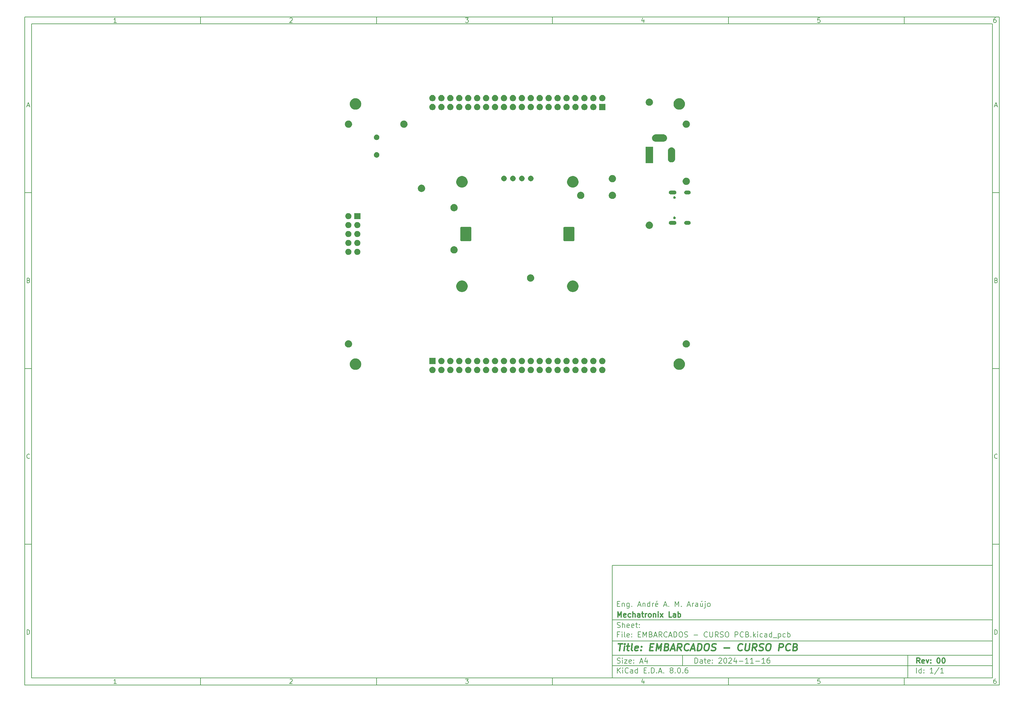
<source format=gbr>
%TF.GenerationSoftware,KiCad,Pcbnew,8.0.6*%
%TF.CreationDate,2024-11-30T17:01:25-03:00*%
%TF.ProjectId,EMBARCADOS - CURSO PCB,454d4241-5243-4414-944f-53202d204355,00*%
%TF.SameCoordinates,Original*%
%TF.FileFunction,Soldermask,Bot*%
%TF.FilePolarity,Negative*%
%FSLAX46Y46*%
G04 Gerber Fmt 4.6, Leading zero omitted, Abs format (unit mm)*
G04 Created by KiCad (PCBNEW 8.0.6) date 2024-11-30 17:01:25*
%MOMM*%
%LPD*%
G01*
G04 APERTURE LIST*
%ADD10C,0.100000*%
%ADD11C,0.150000*%
%ADD12C,0.300000*%
%ADD13C,0.400000*%
G04 APERTURE END LIST*
D10*
D11*
X177002200Y-166007200D02*
X285002200Y-166007200D01*
X285002200Y-198007200D01*
X177002200Y-198007200D01*
X177002200Y-166007200D01*
D10*
D11*
X10000000Y-10000000D02*
X287002200Y-10000000D01*
X287002200Y-200007200D01*
X10000000Y-200007200D01*
X10000000Y-10000000D01*
D10*
D11*
X12000000Y-12000000D02*
X285002200Y-12000000D01*
X285002200Y-198007200D01*
X12000000Y-198007200D01*
X12000000Y-12000000D01*
D10*
D11*
X60000000Y-12000000D02*
X60000000Y-10000000D01*
D10*
D11*
X110000000Y-12000000D02*
X110000000Y-10000000D01*
D10*
D11*
X160000000Y-12000000D02*
X160000000Y-10000000D01*
D10*
D11*
X210000000Y-12000000D02*
X210000000Y-10000000D01*
D10*
D11*
X260000000Y-12000000D02*
X260000000Y-10000000D01*
D10*
D11*
X36089160Y-11593604D02*
X35346303Y-11593604D01*
X35717731Y-11593604D02*
X35717731Y-10293604D01*
X35717731Y-10293604D02*
X35593922Y-10479319D01*
X35593922Y-10479319D02*
X35470112Y-10603128D01*
X35470112Y-10603128D02*
X35346303Y-10665033D01*
D10*
D11*
X85346303Y-10417414D02*
X85408207Y-10355509D01*
X85408207Y-10355509D02*
X85532017Y-10293604D01*
X85532017Y-10293604D02*
X85841541Y-10293604D01*
X85841541Y-10293604D02*
X85965350Y-10355509D01*
X85965350Y-10355509D02*
X86027255Y-10417414D01*
X86027255Y-10417414D02*
X86089160Y-10541223D01*
X86089160Y-10541223D02*
X86089160Y-10665033D01*
X86089160Y-10665033D02*
X86027255Y-10850747D01*
X86027255Y-10850747D02*
X85284398Y-11593604D01*
X85284398Y-11593604D02*
X86089160Y-11593604D01*
D10*
D11*
X135284398Y-10293604D02*
X136089160Y-10293604D01*
X136089160Y-10293604D02*
X135655826Y-10788842D01*
X135655826Y-10788842D02*
X135841541Y-10788842D01*
X135841541Y-10788842D02*
X135965350Y-10850747D01*
X135965350Y-10850747D02*
X136027255Y-10912652D01*
X136027255Y-10912652D02*
X136089160Y-11036461D01*
X136089160Y-11036461D02*
X136089160Y-11345985D01*
X136089160Y-11345985D02*
X136027255Y-11469795D01*
X136027255Y-11469795D02*
X135965350Y-11531700D01*
X135965350Y-11531700D02*
X135841541Y-11593604D01*
X135841541Y-11593604D02*
X135470112Y-11593604D01*
X135470112Y-11593604D02*
X135346303Y-11531700D01*
X135346303Y-11531700D02*
X135284398Y-11469795D01*
D10*
D11*
X185965350Y-10726938D02*
X185965350Y-11593604D01*
X185655826Y-10231700D02*
X185346303Y-11160271D01*
X185346303Y-11160271D02*
X186151064Y-11160271D01*
D10*
D11*
X236027255Y-10293604D02*
X235408207Y-10293604D01*
X235408207Y-10293604D02*
X235346303Y-10912652D01*
X235346303Y-10912652D02*
X235408207Y-10850747D01*
X235408207Y-10850747D02*
X235532017Y-10788842D01*
X235532017Y-10788842D02*
X235841541Y-10788842D01*
X235841541Y-10788842D02*
X235965350Y-10850747D01*
X235965350Y-10850747D02*
X236027255Y-10912652D01*
X236027255Y-10912652D02*
X236089160Y-11036461D01*
X236089160Y-11036461D02*
X236089160Y-11345985D01*
X236089160Y-11345985D02*
X236027255Y-11469795D01*
X236027255Y-11469795D02*
X235965350Y-11531700D01*
X235965350Y-11531700D02*
X235841541Y-11593604D01*
X235841541Y-11593604D02*
X235532017Y-11593604D01*
X235532017Y-11593604D02*
X235408207Y-11531700D01*
X235408207Y-11531700D02*
X235346303Y-11469795D01*
D10*
D11*
X285965350Y-10293604D02*
X285717731Y-10293604D01*
X285717731Y-10293604D02*
X285593922Y-10355509D01*
X285593922Y-10355509D02*
X285532017Y-10417414D01*
X285532017Y-10417414D02*
X285408207Y-10603128D01*
X285408207Y-10603128D02*
X285346303Y-10850747D01*
X285346303Y-10850747D02*
X285346303Y-11345985D01*
X285346303Y-11345985D02*
X285408207Y-11469795D01*
X285408207Y-11469795D02*
X285470112Y-11531700D01*
X285470112Y-11531700D02*
X285593922Y-11593604D01*
X285593922Y-11593604D02*
X285841541Y-11593604D01*
X285841541Y-11593604D02*
X285965350Y-11531700D01*
X285965350Y-11531700D02*
X286027255Y-11469795D01*
X286027255Y-11469795D02*
X286089160Y-11345985D01*
X286089160Y-11345985D02*
X286089160Y-11036461D01*
X286089160Y-11036461D02*
X286027255Y-10912652D01*
X286027255Y-10912652D02*
X285965350Y-10850747D01*
X285965350Y-10850747D02*
X285841541Y-10788842D01*
X285841541Y-10788842D02*
X285593922Y-10788842D01*
X285593922Y-10788842D02*
X285470112Y-10850747D01*
X285470112Y-10850747D02*
X285408207Y-10912652D01*
X285408207Y-10912652D02*
X285346303Y-11036461D01*
D10*
D11*
X60000000Y-198007200D02*
X60000000Y-200007200D01*
D10*
D11*
X110000000Y-198007200D02*
X110000000Y-200007200D01*
D10*
D11*
X160000000Y-198007200D02*
X160000000Y-200007200D01*
D10*
D11*
X210000000Y-198007200D02*
X210000000Y-200007200D01*
D10*
D11*
X260000000Y-198007200D02*
X260000000Y-200007200D01*
D10*
D11*
X36089160Y-199600804D02*
X35346303Y-199600804D01*
X35717731Y-199600804D02*
X35717731Y-198300804D01*
X35717731Y-198300804D02*
X35593922Y-198486519D01*
X35593922Y-198486519D02*
X35470112Y-198610328D01*
X35470112Y-198610328D02*
X35346303Y-198672233D01*
D10*
D11*
X85346303Y-198424614D02*
X85408207Y-198362709D01*
X85408207Y-198362709D02*
X85532017Y-198300804D01*
X85532017Y-198300804D02*
X85841541Y-198300804D01*
X85841541Y-198300804D02*
X85965350Y-198362709D01*
X85965350Y-198362709D02*
X86027255Y-198424614D01*
X86027255Y-198424614D02*
X86089160Y-198548423D01*
X86089160Y-198548423D02*
X86089160Y-198672233D01*
X86089160Y-198672233D02*
X86027255Y-198857947D01*
X86027255Y-198857947D02*
X85284398Y-199600804D01*
X85284398Y-199600804D02*
X86089160Y-199600804D01*
D10*
D11*
X135284398Y-198300804D02*
X136089160Y-198300804D01*
X136089160Y-198300804D02*
X135655826Y-198796042D01*
X135655826Y-198796042D02*
X135841541Y-198796042D01*
X135841541Y-198796042D02*
X135965350Y-198857947D01*
X135965350Y-198857947D02*
X136027255Y-198919852D01*
X136027255Y-198919852D02*
X136089160Y-199043661D01*
X136089160Y-199043661D02*
X136089160Y-199353185D01*
X136089160Y-199353185D02*
X136027255Y-199476995D01*
X136027255Y-199476995D02*
X135965350Y-199538900D01*
X135965350Y-199538900D02*
X135841541Y-199600804D01*
X135841541Y-199600804D02*
X135470112Y-199600804D01*
X135470112Y-199600804D02*
X135346303Y-199538900D01*
X135346303Y-199538900D02*
X135284398Y-199476995D01*
D10*
D11*
X185965350Y-198734138D02*
X185965350Y-199600804D01*
X185655826Y-198238900D02*
X185346303Y-199167471D01*
X185346303Y-199167471D02*
X186151064Y-199167471D01*
D10*
D11*
X236027255Y-198300804D02*
X235408207Y-198300804D01*
X235408207Y-198300804D02*
X235346303Y-198919852D01*
X235346303Y-198919852D02*
X235408207Y-198857947D01*
X235408207Y-198857947D02*
X235532017Y-198796042D01*
X235532017Y-198796042D02*
X235841541Y-198796042D01*
X235841541Y-198796042D02*
X235965350Y-198857947D01*
X235965350Y-198857947D02*
X236027255Y-198919852D01*
X236027255Y-198919852D02*
X236089160Y-199043661D01*
X236089160Y-199043661D02*
X236089160Y-199353185D01*
X236089160Y-199353185D02*
X236027255Y-199476995D01*
X236027255Y-199476995D02*
X235965350Y-199538900D01*
X235965350Y-199538900D02*
X235841541Y-199600804D01*
X235841541Y-199600804D02*
X235532017Y-199600804D01*
X235532017Y-199600804D02*
X235408207Y-199538900D01*
X235408207Y-199538900D02*
X235346303Y-199476995D01*
D10*
D11*
X285965350Y-198300804D02*
X285717731Y-198300804D01*
X285717731Y-198300804D02*
X285593922Y-198362709D01*
X285593922Y-198362709D02*
X285532017Y-198424614D01*
X285532017Y-198424614D02*
X285408207Y-198610328D01*
X285408207Y-198610328D02*
X285346303Y-198857947D01*
X285346303Y-198857947D02*
X285346303Y-199353185D01*
X285346303Y-199353185D02*
X285408207Y-199476995D01*
X285408207Y-199476995D02*
X285470112Y-199538900D01*
X285470112Y-199538900D02*
X285593922Y-199600804D01*
X285593922Y-199600804D02*
X285841541Y-199600804D01*
X285841541Y-199600804D02*
X285965350Y-199538900D01*
X285965350Y-199538900D02*
X286027255Y-199476995D01*
X286027255Y-199476995D02*
X286089160Y-199353185D01*
X286089160Y-199353185D02*
X286089160Y-199043661D01*
X286089160Y-199043661D02*
X286027255Y-198919852D01*
X286027255Y-198919852D02*
X285965350Y-198857947D01*
X285965350Y-198857947D02*
X285841541Y-198796042D01*
X285841541Y-198796042D02*
X285593922Y-198796042D01*
X285593922Y-198796042D02*
X285470112Y-198857947D01*
X285470112Y-198857947D02*
X285408207Y-198919852D01*
X285408207Y-198919852D02*
X285346303Y-199043661D01*
D10*
D11*
X10000000Y-60000000D02*
X12000000Y-60000000D01*
D10*
D11*
X10000000Y-110000000D02*
X12000000Y-110000000D01*
D10*
D11*
X10000000Y-160000000D02*
X12000000Y-160000000D01*
D10*
D11*
X10690476Y-35222176D02*
X11309523Y-35222176D01*
X10566666Y-35593604D02*
X10999999Y-34293604D01*
X10999999Y-34293604D02*
X11433333Y-35593604D01*
D10*
D11*
X11092857Y-84912652D02*
X11278571Y-84974557D01*
X11278571Y-84974557D02*
X11340476Y-85036461D01*
X11340476Y-85036461D02*
X11402380Y-85160271D01*
X11402380Y-85160271D02*
X11402380Y-85345985D01*
X11402380Y-85345985D02*
X11340476Y-85469795D01*
X11340476Y-85469795D02*
X11278571Y-85531700D01*
X11278571Y-85531700D02*
X11154761Y-85593604D01*
X11154761Y-85593604D02*
X10659523Y-85593604D01*
X10659523Y-85593604D02*
X10659523Y-84293604D01*
X10659523Y-84293604D02*
X11092857Y-84293604D01*
X11092857Y-84293604D02*
X11216666Y-84355509D01*
X11216666Y-84355509D02*
X11278571Y-84417414D01*
X11278571Y-84417414D02*
X11340476Y-84541223D01*
X11340476Y-84541223D02*
X11340476Y-84665033D01*
X11340476Y-84665033D02*
X11278571Y-84788842D01*
X11278571Y-84788842D02*
X11216666Y-84850747D01*
X11216666Y-84850747D02*
X11092857Y-84912652D01*
X11092857Y-84912652D02*
X10659523Y-84912652D01*
D10*
D11*
X11402380Y-135469795D02*
X11340476Y-135531700D01*
X11340476Y-135531700D02*
X11154761Y-135593604D01*
X11154761Y-135593604D02*
X11030952Y-135593604D01*
X11030952Y-135593604D02*
X10845238Y-135531700D01*
X10845238Y-135531700D02*
X10721428Y-135407890D01*
X10721428Y-135407890D02*
X10659523Y-135284080D01*
X10659523Y-135284080D02*
X10597619Y-135036461D01*
X10597619Y-135036461D02*
X10597619Y-134850747D01*
X10597619Y-134850747D02*
X10659523Y-134603128D01*
X10659523Y-134603128D02*
X10721428Y-134479319D01*
X10721428Y-134479319D02*
X10845238Y-134355509D01*
X10845238Y-134355509D02*
X11030952Y-134293604D01*
X11030952Y-134293604D02*
X11154761Y-134293604D01*
X11154761Y-134293604D02*
X11340476Y-134355509D01*
X11340476Y-134355509D02*
X11402380Y-134417414D01*
D10*
D11*
X10659523Y-185593604D02*
X10659523Y-184293604D01*
X10659523Y-184293604D02*
X10969047Y-184293604D01*
X10969047Y-184293604D02*
X11154761Y-184355509D01*
X11154761Y-184355509D02*
X11278571Y-184479319D01*
X11278571Y-184479319D02*
X11340476Y-184603128D01*
X11340476Y-184603128D02*
X11402380Y-184850747D01*
X11402380Y-184850747D02*
X11402380Y-185036461D01*
X11402380Y-185036461D02*
X11340476Y-185284080D01*
X11340476Y-185284080D02*
X11278571Y-185407890D01*
X11278571Y-185407890D02*
X11154761Y-185531700D01*
X11154761Y-185531700D02*
X10969047Y-185593604D01*
X10969047Y-185593604D02*
X10659523Y-185593604D01*
D10*
D11*
X287002200Y-60000000D02*
X285002200Y-60000000D01*
D10*
D11*
X287002200Y-110000000D02*
X285002200Y-110000000D01*
D10*
D11*
X287002200Y-160000000D02*
X285002200Y-160000000D01*
D10*
D11*
X285692676Y-35222176D02*
X286311723Y-35222176D01*
X285568866Y-35593604D02*
X286002199Y-34293604D01*
X286002199Y-34293604D02*
X286435533Y-35593604D01*
D10*
D11*
X286095057Y-84912652D02*
X286280771Y-84974557D01*
X286280771Y-84974557D02*
X286342676Y-85036461D01*
X286342676Y-85036461D02*
X286404580Y-85160271D01*
X286404580Y-85160271D02*
X286404580Y-85345985D01*
X286404580Y-85345985D02*
X286342676Y-85469795D01*
X286342676Y-85469795D02*
X286280771Y-85531700D01*
X286280771Y-85531700D02*
X286156961Y-85593604D01*
X286156961Y-85593604D02*
X285661723Y-85593604D01*
X285661723Y-85593604D02*
X285661723Y-84293604D01*
X285661723Y-84293604D02*
X286095057Y-84293604D01*
X286095057Y-84293604D02*
X286218866Y-84355509D01*
X286218866Y-84355509D02*
X286280771Y-84417414D01*
X286280771Y-84417414D02*
X286342676Y-84541223D01*
X286342676Y-84541223D02*
X286342676Y-84665033D01*
X286342676Y-84665033D02*
X286280771Y-84788842D01*
X286280771Y-84788842D02*
X286218866Y-84850747D01*
X286218866Y-84850747D02*
X286095057Y-84912652D01*
X286095057Y-84912652D02*
X285661723Y-84912652D01*
D10*
D11*
X286404580Y-135469795D02*
X286342676Y-135531700D01*
X286342676Y-135531700D02*
X286156961Y-135593604D01*
X286156961Y-135593604D02*
X286033152Y-135593604D01*
X286033152Y-135593604D02*
X285847438Y-135531700D01*
X285847438Y-135531700D02*
X285723628Y-135407890D01*
X285723628Y-135407890D02*
X285661723Y-135284080D01*
X285661723Y-135284080D02*
X285599819Y-135036461D01*
X285599819Y-135036461D02*
X285599819Y-134850747D01*
X285599819Y-134850747D02*
X285661723Y-134603128D01*
X285661723Y-134603128D02*
X285723628Y-134479319D01*
X285723628Y-134479319D02*
X285847438Y-134355509D01*
X285847438Y-134355509D02*
X286033152Y-134293604D01*
X286033152Y-134293604D02*
X286156961Y-134293604D01*
X286156961Y-134293604D02*
X286342676Y-134355509D01*
X286342676Y-134355509D02*
X286404580Y-134417414D01*
D10*
D11*
X285661723Y-185593604D02*
X285661723Y-184293604D01*
X285661723Y-184293604D02*
X285971247Y-184293604D01*
X285971247Y-184293604D02*
X286156961Y-184355509D01*
X286156961Y-184355509D02*
X286280771Y-184479319D01*
X286280771Y-184479319D02*
X286342676Y-184603128D01*
X286342676Y-184603128D02*
X286404580Y-184850747D01*
X286404580Y-184850747D02*
X286404580Y-185036461D01*
X286404580Y-185036461D02*
X286342676Y-185284080D01*
X286342676Y-185284080D02*
X286280771Y-185407890D01*
X286280771Y-185407890D02*
X286156961Y-185531700D01*
X286156961Y-185531700D02*
X285971247Y-185593604D01*
X285971247Y-185593604D02*
X285661723Y-185593604D01*
D10*
D11*
X200458026Y-193793328D02*
X200458026Y-192293328D01*
X200458026Y-192293328D02*
X200815169Y-192293328D01*
X200815169Y-192293328D02*
X201029455Y-192364757D01*
X201029455Y-192364757D02*
X201172312Y-192507614D01*
X201172312Y-192507614D02*
X201243741Y-192650471D01*
X201243741Y-192650471D02*
X201315169Y-192936185D01*
X201315169Y-192936185D02*
X201315169Y-193150471D01*
X201315169Y-193150471D02*
X201243741Y-193436185D01*
X201243741Y-193436185D02*
X201172312Y-193579042D01*
X201172312Y-193579042D02*
X201029455Y-193721900D01*
X201029455Y-193721900D02*
X200815169Y-193793328D01*
X200815169Y-193793328D02*
X200458026Y-193793328D01*
X202600884Y-193793328D02*
X202600884Y-193007614D01*
X202600884Y-193007614D02*
X202529455Y-192864757D01*
X202529455Y-192864757D02*
X202386598Y-192793328D01*
X202386598Y-192793328D02*
X202100884Y-192793328D01*
X202100884Y-192793328D02*
X201958026Y-192864757D01*
X202600884Y-193721900D02*
X202458026Y-193793328D01*
X202458026Y-193793328D02*
X202100884Y-193793328D01*
X202100884Y-193793328D02*
X201958026Y-193721900D01*
X201958026Y-193721900D02*
X201886598Y-193579042D01*
X201886598Y-193579042D02*
X201886598Y-193436185D01*
X201886598Y-193436185D02*
X201958026Y-193293328D01*
X201958026Y-193293328D02*
X202100884Y-193221900D01*
X202100884Y-193221900D02*
X202458026Y-193221900D01*
X202458026Y-193221900D02*
X202600884Y-193150471D01*
X203100884Y-192793328D02*
X203672312Y-192793328D01*
X203315169Y-192293328D02*
X203315169Y-193579042D01*
X203315169Y-193579042D02*
X203386598Y-193721900D01*
X203386598Y-193721900D02*
X203529455Y-193793328D01*
X203529455Y-193793328D02*
X203672312Y-193793328D01*
X204743741Y-193721900D02*
X204600884Y-193793328D01*
X204600884Y-193793328D02*
X204315170Y-193793328D01*
X204315170Y-193793328D02*
X204172312Y-193721900D01*
X204172312Y-193721900D02*
X204100884Y-193579042D01*
X204100884Y-193579042D02*
X204100884Y-193007614D01*
X204100884Y-193007614D02*
X204172312Y-192864757D01*
X204172312Y-192864757D02*
X204315170Y-192793328D01*
X204315170Y-192793328D02*
X204600884Y-192793328D01*
X204600884Y-192793328D02*
X204743741Y-192864757D01*
X204743741Y-192864757D02*
X204815170Y-193007614D01*
X204815170Y-193007614D02*
X204815170Y-193150471D01*
X204815170Y-193150471D02*
X204100884Y-193293328D01*
X205458026Y-193650471D02*
X205529455Y-193721900D01*
X205529455Y-193721900D02*
X205458026Y-193793328D01*
X205458026Y-193793328D02*
X205386598Y-193721900D01*
X205386598Y-193721900D02*
X205458026Y-193650471D01*
X205458026Y-193650471D02*
X205458026Y-193793328D01*
X205458026Y-192864757D02*
X205529455Y-192936185D01*
X205529455Y-192936185D02*
X205458026Y-193007614D01*
X205458026Y-193007614D02*
X205386598Y-192936185D01*
X205386598Y-192936185D02*
X205458026Y-192864757D01*
X205458026Y-192864757D02*
X205458026Y-193007614D01*
X207243741Y-192436185D02*
X207315169Y-192364757D01*
X207315169Y-192364757D02*
X207458027Y-192293328D01*
X207458027Y-192293328D02*
X207815169Y-192293328D01*
X207815169Y-192293328D02*
X207958027Y-192364757D01*
X207958027Y-192364757D02*
X208029455Y-192436185D01*
X208029455Y-192436185D02*
X208100884Y-192579042D01*
X208100884Y-192579042D02*
X208100884Y-192721900D01*
X208100884Y-192721900D02*
X208029455Y-192936185D01*
X208029455Y-192936185D02*
X207172312Y-193793328D01*
X207172312Y-193793328D02*
X208100884Y-193793328D01*
X209029455Y-192293328D02*
X209172312Y-192293328D01*
X209172312Y-192293328D02*
X209315169Y-192364757D01*
X209315169Y-192364757D02*
X209386598Y-192436185D01*
X209386598Y-192436185D02*
X209458026Y-192579042D01*
X209458026Y-192579042D02*
X209529455Y-192864757D01*
X209529455Y-192864757D02*
X209529455Y-193221900D01*
X209529455Y-193221900D02*
X209458026Y-193507614D01*
X209458026Y-193507614D02*
X209386598Y-193650471D01*
X209386598Y-193650471D02*
X209315169Y-193721900D01*
X209315169Y-193721900D02*
X209172312Y-193793328D01*
X209172312Y-193793328D02*
X209029455Y-193793328D01*
X209029455Y-193793328D02*
X208886598Y-193721900D01*
X208886598Y-193721900D02*
X208815169Y-193650471D01*
X208815169Y-193650471D02*
X208743740Y-193507614D01*
X208743740Y-193507614D02*
X208672312Y-193221900D01*
X208672312Y-193221900D02*
X208672312Y-192864757D01*
X208672312Y-192864757D02*
X208743740Y-192579042D01*
X208743740Y-192579042D02*
X208815169Y-192436185D01*
X208815169Y-192436185D02*
X208886598Y-192364757D01*
X208886598Y-192364757D02*
X209029455Y-192293328D01*
X210100883Y-192436185D02*
X210172311Y-192364757D01*
X210172311Y-192364757D02*
X210315169Y-192293328D01*
X210315169Y-192293328D02*
X210672311Y-192293328D01*
X210672311Y-192293328D02*
X210815169Y-192364757D01*
X210815169Y-192364757D02*
X210886597Y-192436185D01*
X210886597Y-192436185D02*
X210958026Y-192579042D01*
X210958026Y-192579042D02*
X210958026Y-192721900D01*
X210958026Y-192721900D02*
X210886597Y-192936185D01*
X210886597Y-192936185D02*
X210029454Y-193793328D01*
X210029454Y-193793328D02*
X210958026Y-193793328D01*
X212243740Y-192793328D02*
X212243740Y-193793328D01*
X211886597Y-192221900D02*
X211529454Y-193293328D01*
X211529454Y-193293328D02*
X212458025Y-193293328D01*
X213029453Y-193221900D02*
X214172311Y-193221900D01*
X215672311Y-193793328D02*
X214815168Y-193793328D01*
X215243739Y-193793328D02*
X215243739Y-192293328D01*
X215243739Y-192293328D02*
X215100882Y-192507614D01*
X215100882Y-192507614D02*
X214958025Y-192650471D01*
X214958025Y-192650471D02*
X214815168Y-192721900D01*
X217100882Y-193793328D02*
X216243739Y-193793328D01*
X216672310Y-193793328D02*
X216672310Y-192293328D01*
X216672310Y-192293328D02*
X216529453Y-192507614D01*
X216529453Y-192507614D02*
X216386596Y-192650471D01*
X216386596Y-192650471D02*
X216243739Y-192721900D01*
X217743738Y-193221900D02*
X218886596Y-193221900D01*
X220386596Y-193793328D02*
X219529453Y-193793328D01*
X219958024Y-193793328D02*
X219958024Y-192293328D01*
X219958024Y-192293328D02*
X219815167Y-192507614D01*
X219815167Y-192507614D02*
X219672310Y-192650471D01*
X219672310Y-192650471D02*
X219529453Y-192721900D01*
X221672310Y-192293328D02*
X221386595Y-192293328D01*
X221386595Y-192293328D02*
X221243738Y-192364757D01*
X221243738Y-192364757D02*
X221172310Y-192436185D01*
X221172310Y-192436185D02*
X221029452Y-192650471D01*
X221029452Y-192650471D02*
X220958024Y-192936185D01*
X220958024Y-192936185D02*
X220958024Y-193507614D01*
X220958024Y-193507614D02*
X221029452Y-193650471D01*
X221029452Y-193650471D02*
X221100881Y-193721900D01*
X221100881Y-193721900D02*
X221243738Y-193793328D01*
X221243738Y-193793328D02*
X221529452Y-193793328D01*
X221529452Y-193793328D02*
X221672310Y-193721900D01*
X221672310Y-193721900D02*
X221743738Y-193650471D01*
X221743738Y-193650471D02*
X221815167Y-193507614D01*
X221815167Y-193507614D02*
X221815167Y-193150471D01*
X221815167Y-193150471D02*
X221743738Y-193007614D01*
X221743738Y-193007614D02*
X221672310Y-192936185D01*
X221672310Y-192936185D02*
X221529452Y-192864757D01*
X221529452Y-192864757D02*
X221243738Y-192864757D01*
X221243738Y-192864757D02*
X221100881Y-192936185D01*
X221100881Y-192936185D02*
X221029452Y-193007614D01*
X221029452Y-193007614D02*
X220958024Y-193150471D01*
D10*
D11*
X177002200Y-194507200D02*
X285002200Y-194507200D01*
D10*
D11*
X178458026Y-196593328D02*
X178458026Y-195093328D01*
X179315169Y-196593328D02*
X178672312Y-195736185D01*
X179315169Y-195093328D02*
X178458026Y-195950471D01*
X179958026Y-196593328D02*
X179958026Y-195593328D01*
X179958026Y-195093328D02*
X179886598Y-195164757D01*
X179886598Y-195164757D02*
X179958026Y-195236185D01*
X179958026Y-195236185D02*
X180029455Y-195164757D01*
X180029455Y-195164757D02*
X179958026Y-195093328D01*
X179958026Y-195093328D02*
X179958026Y-195236185D01*
X181529455Y-196450471D02*
X181458027Y-196521900D01*
X181458027Y-196521900D02*
X181243741Y-196593328D01*
X181243741Y-196593328D02*
X181100884Y-196593328D01*
X181100884Y-196593328D02*
X180886598Y-196521900D01*
X180886598Y-196521900D02*
X180743741Y-196379042D01*
X180743741Y-196379042D02*
X180672312Y-196236185D01*
X180672312Y-196236185D02*
X180600884Y-195950471D01*
X180600884Y-195950471D02*
X180600884Y-195736185D01*
X180600884Y-195736185D02*
X180672312Y-195450471D01*
X180672312Y-195450471D02*
X180743741Y-195307614D01*
X180743741Y-195307614D02*
X180886598Y-195164757D01*
X180886598Y-195164757D02*
X181100884Y-195093328D01*
X181100884Y-195093328D02*
X181243741Y-195093328D01*
X181243741Y-195093328D02*
X181458027Y-195164757D01*
X181458027Y-195164757D02*
X181529455Y-195236185D01*
X182815170Y-196593328D02*
X182815170Y-195807614D01*
X182815170Y-195807614D02*
X182743741Y-195664757D01*
X182743741Y-195664757D02*
X182600884Y-195593328D01*
X182600884Y-195593328D02*
X182315170Y-195593328D01*
X182315170Y-195593328D02*
X182172312Y-195664757D01*
X182815170Y-196521900D02*
X182672312Y-196593328D01*
X182672312Y-196593328D02*
X182315170Y-196593328D01*
X182315170Y-196593328D02*
X182172312Y-196521900D01*
X182172312Y-196521900D02*
X182100884Y-196379042D01*
X182100884Y-196379042D02*
X182100884Y-196236185D01*
X182100884Y-196236185D02*
X182172312Y-196093328D01*
X182172312Y-196093328D02*
X182315170Y-196021900D01*
X182315170Y-196021900D02*
X182672312Y-196021900D01*
X182672312Y-196021900D02*
X182815170Y-195950471D01*
X184172313Y-196593328D02*
X184172313Y-195093328D01*
X184172313Y-196521900D02*
X184029455Y-196593328D01*
X184029455Y-196593328D02*
X183743741Y-196593328D01*
X183743741Y-196593328D02*
X183600884Y-196521900D01*
X183600884Y-196521900D02*
X183529455Y-196450471D01*
X183529455Y-196450471D02*
X183458027Y-196307614D01*
X183458027Y-196307614D02*
X183458027Y-195879042D01*
X183458027Y-195879042D02*
X183529455Y-195736185D01*
X183529455Y-195736185D02*
X183600884Y-195664757D01*
X183600884Y-195664757D02*
X183743741Y-195593328D01*
X183743741Y-195593328D02*
X184029455Y-195593328D01*
X184029455Y-195593328D02*
X184172313Y-195664757D01*
X186029455Y-195807614D02*
X186529455Y-195807614D01*
X186743741Y-196593328D02*
X186029455Y-196593328D01*
X186029455Y-196593328D02*
X186029455Y-195093328D01*
X186029455Y-195093328D02*
X186743741Y-195093328D01*
X187386598Y-196450471D02*
X187458027Y-196521900D01*
X187458027Y-196521900D02*
X187386598Y-196593328D01*
X187386598Y-196593328D02*
X187315170Y-196521900D01*
X187315170Y-196521900D02*
X187386598Y-196450471D01*
X187386598Y-196450471D02*
X187386598Y-196593328D01*
X188100884Y-196593328D02*
X188100884Y-195093328D01*
X188100884Y-195093328D02*
X188458027Y-195093328D01*
X188458027Y-195093328D02*
X188672313Y-195164757D01*
X188672313Y-195164757D02*
X188815170Y-195307614D01*
X188815170Y-195307614D02*
X188886599Y-195450471D01*
X188886599Y-195450471D02*
X188958027Y-195736185D01*
X188958027Y-195736185D02*
X188958027Y-195950471D01*
X188958027Y-195950471D02*
X188886599Y-196236185D01*
X188886599Y-196236185D02*
X188815170Y-196379042D01*
X188815170Y-196379042D02*
X188672313Y-196521900D01*
X188672313Y-196521900D02*
X188458027Y-196593328D01*
X188458027Y-196593328D02*
X188100884Y-196593328D01*
X189600884Y-196450471D02*
X189672313Y-196521900D01*
X189672313Y-196521900D02*
X189600884Y-196593328D01*
X189600884Y-196593328D02*
X189529456Y-196521900D01*
X189529456Y-196521900D02*
X189600884Y-196450471D01*
X189600884Y-196450471D02*
X189600884Y-196593328D01*
X190243742Y-196164757D02*
X190958028Y-196164757D01*
X190100885Y-196593328D02*
X190600885Y-195093328D01*
X190600885Y-195093328D02*
X191100885Y-196593328D01*
X191600884Y-196450471D02*
X191672313Y-196521900D01*
X191672313Y-196521900D02*
X191600884Y-196593328D01*
X191600884Y-196593328D02*
X191529456Y-196521900D01*
X191529456Y-196521900D02*
X191600884Y-196450471D01*
X191600884Y-196450471D02*
X191600884Y-196593328D01*
X193672313Y-195736185D02*
X193529456Y-195664757D01*
X193529456Y-195664757D02*
X193458027Y-195593328D01*
X193458027Y-195593328D02*
X193386599Y-195450471D01*
X193386599Y-195450471D02*
X193386599Y-195379042D01*
X193386599Y-195379042D02*
X193458027Y-195236185D01*
X193458027Y-195236185D02*
X193529456Y-195164757D01*
X193529456Y-195164757D02*
X193672313Y-195093328D01*
X193672313Y-195093328D02*
X193958027Y-195093328D01*
X193958027Y-195093328D02*
X194100885Y-195164757D01*
X194100885Y-195164757D02*
X194172313Y-195236185D01*
X194172313Y-195236185D02*
X194243742Y-195379042D01*
X194243742Y-195379042D02*
X194243742Y-195450471D01*
X194243742Y-195450471D02*
X194172313Y-195593328D01*
X194172313Y-195593328D02*
X194100885Y-195664757D01*
X194100885Y-195664757D02*
X193958027Y-195736185D01*
X193958027Y-195736185D02*
X193672313Y-195736185D01*
X193672313Y-195736185D02*
X193529456Y-195807614D01*
X193529456Y-195807614D02*
X193458027Y-195879042D01*
X193458027Y-195879042D02*
X193386599Y-196021900D01*
X193386599Y-196021900D02*
X193386599Y-196307614D01*
X193386599Y-196307614D02*
X193458027Y-196450471D01*
X193458027Y-196450471D02*
X193529456Y-196521900D01*
X193529456Y-196521900D02*
X193672313Y-196593328D01*
X193672313Y-196593328D02*
X193958027Y-196593328D01*
X193958027Y-196593328D02*
X194100885Y-196521900D01*
X194100885Y-196521900D02*
X194172313Y-196450471D01*
X194172313Y-196450471D02*
X194243742Y-196307614D01*
X194243742Y-196307614D02*
X194243742Y-196021900D01*
X194243742Y-196021900D02*
X194172313Y-195879042D01*
X194172313Y-195879042D02*
X194100885Y-195807614D01*
X194100885Y-195807614D02*
X193958027Y-195736185D01*
X194886598Y-196450471D02*
X194958027Y-196521900D01*
X194958027Y-196521900D02*
X194886598Y-196593328D01*
X194886598Y-196593328D02*
X194815170Y-196521900D01*
X194815170Y-196521900D02*
X194886598Y-196450471D01*
X194886598Y-196450471D02*
X194886598Y-196593328D01*
X195886599Y-195093328D02*
X196029456Y-195093328D01*
X196029456Y-195093328D02*
X196172313Y-195164757D01*
X196172313Y-195164757D02*
X196243742Y-195236185D01*
X196243742Y-195236185D02*
X196315170Y-195379042D01*
X196315170Y-195379042D02*
X196386599Y-195664757D01*
X196386599Y-195664757D02*
X196386599Y-196021900D01*
X196386599Y-196021900D02*
X196315170Y-196307614D01*
X196315170Y-196307614D02*
X196243742Y-196450471D01*
X196243742Y-196450471D02*
X196172313Y-196521900D01*
X196172313Y-196521900D02*
X196029456Y-196593328D01*
X196029456Y-196593328D02*
X195886599Y-196593328D01*
X195886599Y-196593328D02*
X195743742Y-196521900D01*
X195743742Y-196521900D02*
X195672313Y-196450471D01*
X195672313Y-196450471D02*
X195600884Y-196307614D01*
X195600884Y-196307614D02*
X195529456Y-196021900D01*
X195529456Y-196021900D02*
X195529456Y-195664757D01*
X195529456Y-195664757D02*
X195600884Y-195379042D01*
X195600884Y-195379042D02*
X195672313Y-195236185D01*
X195672313Y-195236185D02*
X195743742Y-195164757D01*
X195743742Y-195164757D02*
X195886599Y-195093328D01*
X197029455Y-196450471D02*
X197100884Y-196521900D01*
X197100884Y-196521900D02*
X197029455Y-196593328D01*
X197029455Y-196593328D02*
X196958027Y-196521900D01*
X196958027Y-196521900D02*
X197029455Y-196450471D01*
X197029455Y-196450471D02*
X197029455Y-196593328D01*
X198386599Y-195093328D02*
X198100884Y-195093328D01*
X198100884Y-195093328D02*
X197958027Y-195164757D01*
X197958027Y-195164757D02*
X197886599Y-195236185D01*
X197886599Y-195236185D02*
X197743741Y-195450471D01*
X197743741Y-195450471D02*
X197672313Y-195736185D01*
X197672313Y-195736185D02*
X197672313Y-196307614D01*
X197672313Y-196307614D02*
X197743741Y-196450471D01*
X197743741Y-196450471D02*
X197815170Y-196521900D01*
X197815170Y-196521900D02*
X197958027Y-196593328D01*
X197958027Y-196593328D02*
X198243741Y-196593328D01*
X198243741Y-196593328D02*
X198386599Y-196521900D01*
X198386599Y-196521900D02*
X198458027Y-196450471D01*
X198458027Y-196450471D02*
X198529456Y-196307614D01*
X198529456Y-196307614D02*
X198529456Y-195950471D01*
X198529456Y-195950471D02*
X198458027Y-195807614D01*
X198458027Y-195807614D02*
X198386599Y-195736185D01*
X198386599Y-195736185D02*
X198243741Y-195664757D01*
X198243741Y-195664757D02*
X197958027Y-195664757D01*
X197958027Y-195664757D02*
X197815170Y-195736185D01*
X197815170Y-195736185D02*
X197743741Y-195807614D01*
X197743741Y-195807614D02*
X197672313Y-195950471D01*
D10*
D11*
X177002200Y-191507200D02*
X285002200Y-191507200D01*
D10*
D12*
X264413853Y-193785528D02*
X263913853Y-193071242D01*
X263556710Y-193785528D02*
X263556710Y-192285528D01*
X263556710Y-192285528D02*
X264128139Y-192285528D01*
X264128139Y-192285528D02*
X264270996Y-192356957D01*
X264270996Y-192356957D02*
X264342425Y-192428385D01*
X264342425Y-192428385D02*
X264413853Y-192571242D01*
X264413853Y-192571242D02*
X264413853Y-192785528D01*
X264413853Y-192785528D02*
X264342425Y-192928385D01*
X264342425Y-192928385D02*
X264270996Y-192999814D01*
X264270996Y-192999814D02*
X264128139Y-193071242D01*
X264128139Y-193071242D02*
X263556710Y-193071242D01*
X265628139Y-193714100D02*
X265485282Y-193785528D01*
X265485282Y-193785528D02*
X265199568Y-193785528D01*
X265199568Y-193785528D02*
X265056710Y-193714100D01*
X265056710Y-193714100D02*
X264985282Y-193571242D01*
X264985282Y-193571242D02*
X264985282Y-192999814D01*
X264985282Y-192999814D02*
X265056710Y-192856957D01*
X265056710Y-192856957D02*
X265199568Y-192785528D01*
X265199568Y-192785528D02*
X265485282Y-192785528D01*
X265485282Y-192785528D02*
X265628139Y-192856957D01*
X265628139Y-192856957D02*
X265699568Y-192999814D01*
X265699568Y-192999814D02*
X265699568Y-193142671D01*
X265699568Y-193142671D02*
X264985282Y-193285528D01*
X266199567Y-192785528D02*
X266556710Y-193785528D01*
X266556710Y-193785528D02*
X266913853Y-192785528D01*
X267485281Y-193642671D02*
X267556710Y-193714100D01*
X267556710Y-193714100D02*
X267485281Y-193785528D01*
X267485281Y-193785528D02*
X267413853Y-193714100D01*
X267413853Y-193714100D02*
X267485281Y-193642671D01*
X267485281Y-193642671D02*
X267485281Y-193785528D01*
X267485281Y-192856957D02*
X267556710Y-192928385D01*
X267556710Y-192928385D02*
X267485281Y-192999814D01*
X267485281Y-192999814D02*
X267413853Y-192928385D01*
X267413853Y-192928385D02*
X267485281Y-192856957D01*
X267485281Y-192856957D02*
X267485281Y-192999814D01*
X269628139Y-192285528D02*
X269770996Y-192285528D01*
X269770996Y-192285528D02*
X269913853Y-192356957D01*
X269913853Y-192356957D02*
X269985282Y-192428385D01*
X269985282Y-192428385D02*
X270056710Y-192571242D01*
X270056710Y-192571242D02*
X270128139Y-192856957D01*
X270128139Y-192856957D02*
X270128139Y-193214100D01*
X270128139Y-193214100D02*
X270056710Y-193499814D01*
X270056710Y-193499814D02*
X269985282Y-193642671D01*
X269985282Y-193642671D02*
X269913853Y-193714100D01*
X269913853Y-193714100D02*
X269770996Y-193785528D01*
X269770996Y-193785528D02*
X269628139Y-193785528D01*
X269628139Y-193785528D02*
X269485282Y-193714100D01*
X269485282Y-193714100D02*
X269413853Y-193642671D01*
X269413853Y-193642671D02*
X269342424Y-193499814D01*
X269342424Y-193499814D02*
X269270996Y-193214100D01*
X269270996Y-193214100D02*
X269270996Y-192856957D01*
X269270996Y-192856957D02*
X269342424Y-192571242D01*
X269342424Y-192571242D02*
X269413853Y-192428385D01*
X269413853Y-192428385D02*
X269485282Y-192356957D01*
X269485282Y-192356957D02*
X269628139Y-192285528D01*
X271056710Y-192285528D02*
X271199567Y-192285528D01*
X271199567Y-192285528D02*
X271342424Y-192356957D01*
X271342424Y-192356957D02*
X271413853Y-192428385D01*
X271413853Y-192428385D02*
X271485281Y-192571242D01*
X271485281Y-192571242D02*
X271556710Y-192856957D01*
X271556710Y-192856957D02*
X271556710Y-193214100D01*
X271556710Y-193214100D02*
X271485281Y-193499814D01*
X271485281Y-193499814D02*
X271413853Y-193642671D01*
X271413853Y-193642671D02*
X271342424Y-193714100D01*
X271342424Y-193714100D02*
X271199567Y-193785528D01*
X271199567Y-193785528D02*
X271056710Y-193785528D01*
X271056710Y-193785528D02*
X270913853Y-193714100D01*
X270913853Y-193714100D02*
X270842424Y-193642671D01*
X270842424Y-193642671D02*
X270770995Y-193499814D01*
X270770995Y-193499814D02*
X270699567Y-193214100D01*
X270699567Y-193214100D02*
X270699567Y-192856957D01*
X270699567Y-192856957D02*
X270770995Y-192571242D01*
X270770995Y-192571242D02*
X270842424Y-192428385D01*
X270842424Y-192428385D02*
X270913853Y-192356957D01*
X270913853Y-192356957D02*
X271056710Y-192285528D01*
D10*
D11*
X178386598Y-193721900D02*
X178600884Y-193793328D01*
X178600884Y-193793328D02*
X178958026Y-193793328D01*
X178958026Y-193793328D02*
X179100884Y-193721900D01*
X179100884Y-193721900D02*
X179172312Y-193650471D01*
X179172312Y-193650471D02*
X179243741Y-193507614D01*
X179243741Y-193507614D02*
X179243741Y-193364757D01*
X179243741Y-193364757D02*
X179172312Y-193221900D01*
X179172312Y-193221900D02*
X179100884Y-193150471D01*
X179100884Y-193150471D02*
X178958026Y-193079042D01*
X178958026Y-193079042D02*
X178672312Y-193007614D01*
X178672312Y-193007614D02*
X178529455Y-192936185D01*
X178529455Y-192936185D02*
X178458026Y-192864757D01*
X178458026Y-192864757D02*
X178386598Y-192721900D01*
X178386598Y-192721900D02*
X178386598Y-192579042D01*
X178386598Y-192579042D02*
X178458026Y-192436185D01*
X178458026Y-192436185D02*
X178529455Y-192364757D01*
X178529455Y-192364757D02*
X178672312Y-192293328D01*
X178672312Y-192293328D02*
X179029455Y-192293328D01*
X179029455Y-192293328D02*
X179243741Y-192364757D01*
X179886597Y-193793328D02*
X179886597Y-192793328D01*
X179886597Y-192293328D02*
X179815169Y-192364757D01*
X179815169Y-192364757D02*
X179886597Y-192436185D01*
X179886597Y-192436185D02*
X179958026Y-192364757D01*
X179958026Y-192364757D02*
X179886597Y-192293328D01*
X179886597Y-192293328D02*
X179886597Y-192436185D01*
X180458026Y-192793328D02*
X181243741Y-192793328D01*
X181243741Y-192793328D02*
X180458026Y-193793328D01*
X180458026Y-193793328D02*
X181243741Y-193793328D01*
X182386598Y-193721900D02*
X182243741Y-193793328D01*
X182243741Y-193793328D02*
X181958027Y-193793328D01*
X181958027Y-193793328D02*
X181815169Y-193721900D01*
X181815169Y-193721900D02*
X181743741Y-193579042D01*
X181743741Y-193579042D02*
X181743741Y-193007614D01*
X181743741Y-193007614D02*
X181815169Y-192864757D01*
X181815169Y-192864757D02*
X181958027Y-192793328D01*
X181958027Y-192793328D02*
X182243741Y-192793328D01*
X182243741Y-192793328D02*
X182386598Y-192864757D01*
X182386598Y-192864757D02*
X182458027Y-193007614D01*
X182458027Y-193007614D02*
X182458027Y-193150471D01*
X182458027Y-193150471D02*
X181743741Y-193293328D01*
X183100883Y-193650471D02*
X183172312Y-193721900D01*
X183172312Y-193721900D02*
X183100883Y-193793328D01*
X183100883Y-193793328D02*
X183029455Y-193721900D01*
X183029455Y-193721900D02*
X183100883Y-193650471D01*
X183100883Y-193650471D02*
X183100883Y-193793328D01*
X183100883Y-192864757D02*
X183172312Y-192936185D01*
X183172312Y-192936185D02*
X183100883Y-193007614D01*
X183100883Y-193007614D02*
X183029455Y-192936185D01*
X183029455Y-192936185D02*
X183100883Y-192864757D01*
X183100883Y-192864757D02*
X183100883Y-193007614D01*
X184886598Y-193364757D02*
X185600884Y-193364757D01*
X184743741Y-193793328D02*
X185243741Y-192293328D01*
X185243741Y-192293328D02*
X185743741Y-193793328D01*
X186886598Y-192793328D02*
X186886598Y-193793328D01*
X186529455Y-192221900D02*
X186172312Y-193293328D01*
X186172312Y-193293328D02*
X187100883Y-193293328D01*
D10*
D11*
X263458026Y-196593328D02*
X263458026Y-195093328D01*
X264815170Y-196593328D02*
X264815170Y-195093328D01*
X264815170Y-196521900D02*
X264672312Y-196593328D01*
X264672312Y-196593328D02*
X264386598Y-196593328D01*
X264386598Y-196593328D02*
X264243741Y-196521900D01*
X264243741Y-196521900D02*
X264172312Y-196450471D01*
X264172312Y-196450471D02*
X264100884Y-196307614D01*
X264100884Y-196307614D02*
X264100884Y-195879042D01*
X264100884Y-195879042D02*
X264172312Y-195736185D01*
X264172312Y-195736185D02*
X264243741Y-195664757D01*
X264243741Y-195664757D02*
X264386598Y-195593328D01*
X264386598Y-195593328D02*
X264672312Y-195593328D01*
X264672312Y-195593328D02*
X264815170Y-195664757D01*
X265529455Y-196450471D02*
X265600884Y-196521900D01*
X265600884Y-196521900D02*
X265529455Y-196593328D01*
X265529455Y-196593328D02*
X265458027Y-196521900D01*
X265458027Y-196521900D02*
X265529455Y-196450471D01*
X265529455Y-196450471D02*
X265529455Y-196593328D01*
X265529455Y-195664757D02*
X265600884Y-195736185D01*
X265600884Y-195736185D02*
X265529455Y-195807614D01*
X265529455Y-195807614D02*
X265458027Y-195736185D01*
X265458027Y-195736185D02*
X265529455Y-195664757D01*
X265529455Y-195664757D02*
X265529455Y-195807614D01*
X268172313Y-196593328D02*
X267315170Y-196593328D01*
X267743741Y-196593328D02*
X267743741Y-195093328D01*
X267743741Y-195093328D02*
X267600884Y-195307614D01*
X267600884Y-195307614D02*
X267458027Y-195450471D01*
X267458027Y-195450471D02*
X267315170Y-195521900D01*
X269886598Y-195021900D02*
X268600884Y-196950471D01*
X271172313Y-196593328D02*
X270315170Y-196593328D01*
X270743741Y-196593328D02*
X270743741Y-195093328D01*
X270743741Y-195093328D02*
X270600884Y-195307614D01*
X270600884Y-195307614D02*
X270458027Y-195450471D01*
X270458027Y-195450471D02*
X270315170Y-195521900D01*
D10*
D11*
X177002200Y-187507200D02*
X285002200Y-187507200D01*
D10*
D13*
X178693928Y-188211638D02*
X179836785Y-188211638D01*
X179015357Y-190211638D02*
X179265357Y-188211638D01*
X180253452Y-190211638D02*
X180420119Y-188878304D01*
X180503452Y-188211638D02*
X180396309Y-188306876D01*
X180396309Y-188306876D02*
X180479643Y-188402114D01*
X180479643Y-188402114D02*
X180586786Y-188306876D01*
X180586786Y-188306876D02*
X180503452Y-188211638D01*
X180503452Y-188211638D02*
X180479643Y-188402114D01*
X181086786Y-188878304D02*
X181848690Y-188878304D01*
X181455833Y-188211638D02*
X181241548Y-189925923D01*
X181241548Y-189925923D02*
X181312976Y-190116400D01*
X181312976Y-190116400D02*
X181491548Y-190211638D01*
X181491548Y-190211638D02*
X181682024Y-190211638D01*
X182634405Y-190211638D02*
X182455833Y-190116400D01*
X182455833Y-190116400D02*
X182384405Y-189925923D01*
X182384405Y-189925923D02*
X182598690Y-188211638D01*
X184170119Y-190116400D02*
X183967738Y-190211638D01*
X183967738Y-190211638D02*
X183586785Y-190211638D01*
X183586785Y-190211638D02*
X183408214Y-190116400D01*
X183408214Y-190116400D02*
X183336785Y-189925923D01*
X183336785Y-189925923D02*
X183432024Y-189164019D01*
X183432024Y-189164019D02*
X183551071Y-188973542D01*
X183551071Y-188973542D02*
X183753452Y-188878304D01*
X183753452Y-188878304D02*
X184134404Y-188878304D01*
X184134404Y-188878304D02*
X184312976Y-188973542D01*
X184312976Y-188973542D02*
X184384404Y-189164019D01*
X184384404Y-189164019D02*
X184360595Y-189354495D01*
X184360595Y-189354495D02*
X183384404Y-189544971D01*
X185134405Y-190021161D02*
X185217738Y-190116400D01*
X185217738Y-190116400D02*
X185110595Y-190211638D01*
X185110595Y-190211638D02*
X185027262Y-190116400D01*
X185027262Y-190116400D02*
X185134405Y-190021161D01*
X185134405Y-190021161D02*
X185110595Y-190211638D01*
X185265357Y-188973542D02*
X185348690Y-189068780D01*
X185348690Y-189068780D02*
X185241548Y-189164019D01*
X185241548Y-189164019D02*
X185158214Y-189068780D01*
X185158214Y-189068780D02*
X185265357Y-188973542D01*
X185265357Y-188973542D02*
X185241548Y-189164019D01*
X187717739Y-189164019D02*
X188384405Y-189164019D01*
X188539167Y-190211638D02*
X187586786Y-190211638D01*
X187586786Y-190211638D02*
X187836786Y-188211638D01*
X187836786Y-188211638D02*
X188789167Y-188211638D01*
X189396310Y-190211638D02*
X189646310Y-188211638D01*
X189646310Y-188211638D02*
X190134405Y-189640209D01*
X190134405Y-189640209D02*
X190979644Y-188211638D01*
X190979644Y-188211638D02*
X190729644Y-190211638D01*
X192479643Y-189164019D02*
X192753453Y-189259257D01*
X192753453Y-189259257D02*
X192836786Y-189354495D01*
X192836786Y-189354495D02*
X192908215Y-189544971D01*
X192908215Y-189544971D02*
X192872500Y-189830685D01*
X192872500Y-189830685D02*
X192753453Y-190021161D01*
X192753453Y-190021161D02*
X192646310Y-190116400D01*
X192646310Y-190116400D02*
X192443929Y-190211638D01*
X192443929Y-190211638D02*
X191682024Y-190211638D01*
X191682024Y-190211638D02*
X191932024Y-188211638D01*
X191932024Y-188211638D02*
X192598691Y-188211638D01*
X192598691Y-188211638D02*
X192777262Y-188306876D01*
X192777262Y-188306876D02*
X192860596Y-188402114D01*
X192860596Y-188402114D02*
X192932024Y-188592590D01*
X192932024Y-188592590D02*
X192908215Y-188783066D01*
X192908215Y-188783066D02*
X192789167Y-188973542D01*
X192789167Y-188973542D02*
X192682024Y-189068780D01*
X192682024Y-189068780D02*
X192479643Y-189164019D01*
X192479643Y-189164019D02*
X191812977Y-189164019D01*
X193658215Y-189640209D02*
X194610596Y-189640209D01*
X193396310Y-190211638D02*
X194312977Y-188211638D01*
X194312977Y-188211638D02*
X194729643Y-190211638D01*
X196539167Y-190211638D02*
X195991548Y-189259257D01*
X195396310Y-190211638D02*
X195646310Y-188211638D01*
X195646310Y-188211638D02*
X196408215Y-188211638D01*
X196408215Y-188211638D02*
X196586786Y-188306876D01*
X196586786Y-188306876D02*
X196670120Y-188402114D01*
X196670120Y-188402114D02*
X196741548Y-188592590D01*
X196741548Y-188592590D02*
X196705834Y-188878304D01*
X196705834Y-188878304D02*
X196586786Y-189068780D01*
X196586786Y-189068780D02*
X196479644Y-189164019D01*
X196479644Y-189164019D02*
X196277263Y-189259257D01*
X196277263Y-189259257D02*
X195515358Y-189259257D01*
X198562977Y-190021161D02*
X198455834Y-190116400D01*
X198455834Y-190116400D02*
X198158215Y-190211638D01*
X198158215Y-190211638D02*
X197967739Y-190211638D01*
X197967739Y-190211638D02*
X197693929Y-190116400D01*
X197693929Y-190116400D02*
X197527263Y-189925923D01*
X197527263Y-189925923D02*
X197455834Y-189735447D01*
X197455834Y-189735447D02*
X197408215Y-189354495D01*
X197408215Y-189354495D02*
X197443929Y-189068780D01*
X197443929Y-189068780D02*
X197586786Y-188687828D01*
X197586786Y-188687828D02*
X197705834Y-188497352D01*
X197705834Y-188497352D02*
X197920120Y-188306876D01*
X197920120Y-188306876D02*
X198217739Y-188211638D01*
X198217739Y-188211638D02*
X198408215Y-188211638D01*
X198408215Y-188211638D02*
X198682025Y-188306876D01*
X198682025Y-188306876D02*
X198765358Y-188402114D01*
X199372501Y-189640209D02*
X200324882Y-189640209D01*
X199110596Y-190211638D02*
X200027263Y-188211638D01*
X200027263Y-188211638D02*
X200443929Y-190211638D01*
X201110596Y-190211638D02*
X201360596Y-188211638D01*
X201360596Y-188211638D02*
X201836787Y-188211638D01*
X201836787Y-188211638D02*
X202110596Y-188306876D01*
X202110596Y-188306876D02*
X202277263Y-188497352D01*
X202277263Y-188497352D02*
X202348691Y-188687828D01*
X202348691Y-188687828D02*
X202396311Y-189068780D01*
X202396311Y-189068780D02*
X202360596Y-189354495D01*
X202360596Y-189354495D02*
X202217739Y-189735447D01*
X202217739Y-189735447D02*
X202098691Y-189925923D01*
X202098691Y-189925923D02*
X201884406Y-190116400D01*
X201884406Y-190116400D02*
X201586787Y-190211638D01*
X201586787Y-190211638D02*
X201110596Y-190211638D01*
X203741549Y-188211638D02*
X204122501Y-188211638D01*
X204122501Y-188211638D02*
X204301072Y-188306876D01*
X204301072Y-188306876D02*
X204467739Y-188497352D01*
X204467739Y-188497352D02*
X204515358Y-188878304D01*
X204515358Y-188878304D02*
X204432025Y-189544971D01*
X204432025Y-189544971D02*
X204289168Y-189925923D01*
X204289168Y-189925923D02*
X204074882Y-190116400D01*
X204074882Y-190116400D02*
X203872501Y-190211638D01*
X203872501Y-190211638D02*
X203491549Y-190211638D01*
X203491549Y-190211638D02*
X203312977Y-190116400D01*
X203312977Y-190116400D02*
X203146311Y-189925923D01*
X203146311Y-189925923D02*
X203098691Y-189544971D01*
X203098691Y-189544971D02*
X203182025Y-188878304D01*
X203182025Y-188878304D02*
X203324882Y-188497352D01*
X203324882Y-188497352D02*
X203539168Y-188306876D01*
X203539168Y-188306876D02*
X203741549Y-188211638D01*
X205122501Y-190116400D02*
X205396310Y-190211638D01*
X205396310Y-190211638D02*
X205872501Y-190211638D01*
X205872501Y-190211638D02*
X206074882Y-190116400D01*
X206074882Y-190116400D02*
X206182025Y-190021161D01*
X206182025Y-190021161D02*
X206301072Y-189830685D01*
X206301072Y-189830685D02*
X206324882Y-189640209D01*
X206324882Y-189640209D02*
X206253453Y-189449733D01*
X206253453Y-189449733D02*
X206170120Y-189354495D01*
X206170120Y-189354495D02*
X205991549Y-189259257D01*
X205991549Y-189259257D02*
X205622501Y-189164019D01*
X205622501Y-189164019D02*
X205443929Y-189068780D01*
X205443929Y-189068780D02*
X205360596Y-188973542D01*
X205360596Y-188973542D02*
X205289168Y-188783066D01*
X205289168Y-188783066D02*
X205312977Y-188592590D01*
X205312977Y-188592590D02*
X205432025Y-188402114D01*
X205432025Y-188402114D02*
X205539168Y-188306876D01*
X205539168Y-188306876D02*
X205741549Y-188211638D01*
X205741549Y-188211638D02*
X206217739Y-188211638D01*
X206217739Y-188211638D02*
X206491549Y-188306876D01*
X208729644Y-189449733D02*
X210253454Y-189449733D01*
X213801073Y-190021161D02*
X213693930Y-190116400D01*
X213693930Y-190116400D02*
X213396311Y-190211638D01*
X213396311Y-190211638D02*
X213205835Y-190211638D01*
X213205835Y-190211638D02*
X212932025Y-190116400D01*
X212932025Y-190116400D02*
X212765359Y-189925923D01*
X212765359Y-189925923D02*
X212693930Y-189735447D01*
X212693930Y-189735447D02*
X212646311Y-189354495D01*
X212646311Y-189354495D02*
X212682025Y-189068780D01*
X212682025Y-189068780D02*
X212824882Y-188687828D01*
X212824882Y-188687828D02*
X212943930Y-188497352D01*
X212943930Y-188497352D02*
X213158216Y-188306876D01*
X213158216Y-188306876D02*
X213455835Y-188211638D01*
X213455835Y-188211638D02*
X213646311Y-188211638D01*
X213646311Y-188211638D02*
X213920121Y-188306876D01*
X213920121Y-188306876D02*
X214003454Y-188402114D01*
X214884406Y-188211638D02*
X214682025Y-189830685D01*
X214682025Y-189830685D02*
X214753454Y-190021161D01*
X214753454Y-190021161D02*
X214836787Y-190116400D01*
X214836787Y-190116400D02*
X215015359Y-190211638D01*
X215015359Y-190211638D02*
X215396311Y-190211638D01*
X215396311Y-190211638D02*
X215598692Y-190116400D01*
X215598692Y-190116400D02*
X215705835Y-190021161D01*
X215705835Y-190021161D02*
X215824882Y-189830685D01*
X215824882Y-189830685D02*
X216027263Y-188211638D01*
X217872501Y-190211638D02*
X217324882Y-189259257D01*
X216729644Y-190211638D02*
X216979644Y-188211638D01*
X216979644Y-188211638D02*
X217741549Y-188211638D01*
X217741549Y-188211638D02*
X217920120Y-188306876D01*
X217920120Y-188306876D02*
X218003454Y-188402114D01*
X218003454Y-188402114D02*
X218074882Y-188592590D01*
X218074882Y-188592590D02*
X218039168Y-188878304D01*
X218039168Y-188878304D02*
X217920120Y-189068780D01*
X217920120Y-189068780D02*
X217812978Y-189164019D01*
X217812978Y-189164019D02*
X217610597Y-189259257D01*
X217610597Y-189259257D02*
X216848692Y-189259257D01*
X218646311Y-190116400D02*
X218920120Y-190211638D01*
X218920120Y-190211638D02*
X219396311Y-190211638D01*
X219396311Y-190211638D02*
X219598692Y-190116400D01*
X219598692Y-190116400D02*
X219705835Y-190021161D01*
X219705835Y-190021161D02*
X219824882Y-189830685D01*
X219824882Y-189830685D02*
X219848692Y-189640209D01*
X219848692Y-189640209D02*
X219777263Y-189449733D01*
X219777263Y-189449733D02*
X219693930Y-189354495D01*
X219693930Y-189354495D02*
X219515359Y-189259257D01*
X219515359Y-189259257D02*
X219146311Y-189164019D01*
X219146311Y-189164019D02*
X218967739Y-189068780D01*
X218967739Y-189068780D02*
X218884406Y-188973542D01*
X218884406Y-188973542D02*
X218812978Y-188783066D01*
X218812978Y-188783066D02*
X218836787Y-188592590D01*
X218836787Y-188592590D02*
X218955835Y-188402114D01*
X218955835Y-188402114D02*
X219062978Y-188306876D01*
X219062978Y-188306876D02*
X219265359Y-188211638D01*
X219265359Y-188211638D02*
X219741549Y-188211638D01*
X219741549Y-188211638D02*
X220015359Y-188306876D01*
X221265359Y-188211638D02*
X221646311Y-188211638D01*
X221646311Y-188211638D02*
X221824882Y-188306876D01*
X221824882Y-188306876D02*
X221991549Y-188497352D01*
X221991549Y-188497352D02*
X222039168Y-188878304D01*
X222039168Y-188878304D02*
X221955835Y-189544971D01*
X221955835Y-189544971D02*
X221812978Y-189925923D01*
X221812978Y-189925923D02*
X221598692Y-190116400D01*
X221598692Y-190116400D02*
X221396311Y-190211638D01*
X221396311Y-190211638D02*
X221015359Y-190211638D01*
X221015359Y-190211638D02*
X220836787Y-190116400D01*
X220836787Y-190116400D02*
X220670121Y-189925923D01*
X220670121Y-189925923D02*
X220622501Y-189544971D01*
X220622501Y-189544971D02*
X220705835Y-188878304D01*
X220705835Y-188878304D02*
X220848692Y-188497352D01*
X220848692Y-188497352D02*
X221062978Y-188306876D01*
X221062978Y-188306876D02*
X221265359Y-188211638D01*
X224253454Y-190211638D02*
X224503454Y-188211638D01*
X224503454Y-188211638D02*
X225265359Y-188211638D01*
X225265359Y-188211638D02*
X225443930Y-188306876D01*
X225443930Y-188306876D02*
X225527264Y-188402114D01*
X225527264Y-188402114D02*
X225598692Y-188592590D01*
X225598692Y-188592590D02*
X225562978Y-188878304D01*
X225562978Y-188878304D02*
X225443930Y-189068780D01*
X225443930Y-189068780D02*
X225336788Y-189164019D01*
X225336788Y-189164019D02*
X225134407Y-189259257D01*
X225134407Y-189259257D02*
X224372502Y-189259257D01*
X227420121Y-190021161D02*
X227312978Y-190116400D01*
X227312978Y-190116400D02*
X227015359Y-190211638D01*
X227015359Y-190211638D02*
X226824883Y-190211638D01*
X226824883Y-190211638D02*
X226551073Y-190116400D01*
X226551073Y-190116400D02*
X226384407Y-189925923D01*
X226384407Y-189925923D02*
X226312978Y-189735447D01*
X226312978Y-189735447D02*
X226265359Y-189354495D01*
X226265359Y-189354495D02*
X226301073Y-189068780D01*
X226301073Y-189068780D02*
X226443930Y-188687828D01*
X226443930Y-188687828D02*
X226562978Y-188497352D01*
X226562978Y-188497352D02*
X226777264Y-188306876D01*
X226777264Y-188306876D02*
X227074883Y-188211638D01*
X227074883Y-188211638D02*
X227265359Y-188211638D01*
X227265359Y-188211638D02*
X227539169Y-188306876D01*
X227539169Y-188306876D02*
X227622502Y-188402114D01*
X229051073Y-189164019D02*
X229324883Y-189259257D01*
X229324883Y-189259257D02*
X229408216Y-189354495D01*
X229408216Y-189354495D02*
X229479645Y-189544971D01*
X229479645Y-189544971D02*
X229443930Y-189830685D01*
X229443930Y-189830685D02*
X229324883Y-190021161D01*
X229324883Y-190021161D02*
X229217740Y-190116400D01*
X229217740Y-190116400D02*
X229015359Y-190211638D01*
X229015359Y-190211638D02*
X228253454Y-190211638D01*
X228253454Y-190211638D02*
X228503454Y-188211638D01*
X228503454Y-188211638D02*
X229170121Y-188211638D01*
X229170121Y-188211638D02*
X229348692Y-188306876D01*
X229348692Y-188306876D02*
X229432026Y-188402114D01*
X229432026Y-188402114D02*
X229503454Y-188592590D01*
X229503454Y-188592590D02*
X229479645Y-188783066D01*
X229479645Y-188783066D02*
X229360597Y-188973542D01*
X229360597Y-188973542D02*
X229253454Y-189068780D01*
X229253454Y-189068780D02*
X229051073Y-189164019D01*
X229051073Y-189164019D02*
X228384407Y-189164019D01*
D10*
D11*
X178958026Y-185607614D02*
X178458026Y-185607614D01*
X178458026Y-186393328D02*
X178458026Y-184893328D01*
X178458026Y-184893328D02*
X179172312Y-184893328D01*
X179743740Y-186393328D02*
X179743740Y-185393328D01*
X179743740Y-184893328D02*
X179672312Y-184964757D01*
X179672312Y-184964757D02*
X179743740Y-185036185D01*
X179743740Y-185036185D02*
X179815169Y-184964757D01*
X179815169Y-184964757D02*
X179743740Y-184893328D01*
X179743740Y-184893328D02*
X179743740Y-185036185D01*
X180672312Y-186393328D02*
X180529455Y-186321900D01*
X180529455Y-186321900D02*
X180458026Y-186179042D01*
X180458026Y-186179042D02*
X180458026Y-184893328D01*
X181815169Y-186321900D02*
X181672312Y-186393328D01*
X181672312Y-186393328D02*
X181386598Y-186393328D01*
X181386598Y-186393328D02*
X181243740Y-186321900D01*
X181243740Y-186321900D02*
X181172312Y-186179042D01*
X181172312Y-186179042D02*
X181172312Y-185607614D01*
X181172312Y-185607614D02*
X181243740Y-185464757D01*
X181243740Y-185464757D02*
X181386598Y-185393328D01*
X181386598Y-185393328D02*
X181672312Y-185393328D01*
X181672312Y-185393328D02*
X181815169Y-185464757D01*
X181815169Y-185464757D02*
X181886598Y-185607614D01*
X181886598Y-185607614D02*
X181886598Y-185750471D01*
X181886598Y-185750471D02*
X181172312Y-185893328D01*
X182529454Y-186250471D02*
X182600883Y-186321900D01*
X182600883Y-186321900D02*
X182529454Y-186393328D01*
X182529454Y-186393328D02*
X182458026Y-186321900D01*
X182458026Y-186321900D02*
X182529454Y-186250471D01*
X182529454Y-186250471D02*
X182529454Y-186393328D01*
X182529454Y-185464757D02*
X182600883Y-185536185D01*
X182600883Y-185536185D02*
X182529454Y-185607614D01*
X182529454Y-185607614D02*
X182458026Y-185536185D01*
X182458026Y-185536185D02*
X182529454Y-185464757D01*
X182529454Y-185464757D02*
X182529454Y-185607614D01*
X184386597Y-185607614D02*
X184886597Y-185607614D01*
X185100883Y-186393328D02*
X184386597Y-186393328D01*
X184386597Y-186393328D02*
X184386597Y-184893328D01*
X184386597Y-184893328D02*
X185100883Y-184893328D01*
X185743740Y-186393328D02*
X185743740Y-184893328D01*
X185743740Y-184893328D02*
X186243740Y-185964757D01*
X186243740Y-185964757D02*
X186743740Y-184893328D01*
X186743740Y-184893328D02*
X186743740Y-186393328D01*
X187958026Y-185607614D02*
X188172312Y-185679042D01*
X188172312Y-185679042D02*
X188243741Y-185750471D01*
X188243741Y-185750471D02*
X188315169Y-185893328D01*
X188315169Y-185893328D02*
X188315169Y-186107614D01*
X188315169Y-186107614D02*
X188243741Y-186250471D01*
X188243741Y-186250471D02*
X188172312Y-186321900D01*
X188172312Y-186321900D02*
X188029455Y-186393328D01*
X188029455Y-186393328D02*
X187458026Y-186393328D01*
X187458026Y-186393328D02*
X187458026Y-184893328D01*
X187458026Y-184893328D02*
X187958026Y-184893328D01*
X187958026Y-184893328D02*
X188100884Y-184964757D01*
X188100884Y-184964757D02*
X188172312Y-185036185D01*
X188172312Y-185036185D02*
X188243741Y-185179042D01*
X188243741Y-185179042D02*
X188243741Y-185321900D01*
X188243741Y-185321900D02*
X188172312Y-185464757D01*
X188172312Y-185464757D02*
X188100884Y-185536185D01*
X188100884Y-185536185D02*
X187958026Y-185607614D01*
X187958026Y-185607614D02*
X187458026Y-185607614D01*
X188886598Y-185964757D02*
X189600884Y-185964757D01*
X188743741Y-186393328D02*
X189243741Y-184893328D01*
X189243741Y-184893328D02*
X189743741Y-186393328D01*
X191100883Y-186393328D02*
X190600883Y-185679042D01*
X190243740Y-186393328D02*
X190243740Y-184893328D01*
X190243740Y-184893328D02*
X190815169Y-184893328D01*
X190815169Y-184893328D02*
X190958026Y-184964757D01*
X190958026Y-184964757D02*
X191029455Y-185036185D01*
X191029455Y-185036185D02*
X191100883Y-185179042D01*
X191100883Y-185179042D02*
X191100883Y-185393328D01*
X191100883Y-185393328D02*
X191029455Y-185536185D01*
X191029455Y-185536185D02*
X190958026Y-185607614D01*
X190958026Y-185607614D02*
X190815169Y-185679042D01*
X190815169Y-185679042D02*
X190243740Y-185679042D01*
X192600883Y-186250471D02*
X192529455Y-186321900D01*
X192529455Y-186321900D02*
X192315169Y-186393328D01*
X192315169Y-186393328D02*
X192172312Y-186393328D01*
X192172312Y-186393328D02*
X191958026Y-186321900D01*
X191958026Y-186321900D02*
X191815169Y-186179042D01*
X191815169Y-186179042D02*
X191743740Y-186036185D01*
X191743740Y-186036185D02*
X191672312Y-185750471D01*
X191672312Y-185750471D02*
X191672312Y-185536185D01*
X191672312Y-185536185D02*
X191743740Y-185250471D01*
X191743740Y-185250471D02*
X191815169Y-185107614D01*
X191815169Y-185107614D02*
X191958026Y-184964757D01*
X191958026Y-184964757D02*
X192172312Y-184893328D01*
X192172312Y-184893328D02*
X192315169Y-184893328D01*
X192315169Y-184893328D02*
X192529455Y-184964757D01*
X192529455Y-184964757D02*
X192600883Y-185036185D01*
X193172312Y-185964757D02*
X193886598Y-185964757D01*
X193029455Y-186393328D02*
X193529455Y-184893328D01*
X193529455Y-184893328D02*
X194029455Y-186393328D01*
X194529454Y-186393328D02*
X194529454Y-184893328D01*
X194529454Y-184893328D02*
X194886597Y-184893328D01*
X194886597Y-184893328D02*
X195100883Y-184964757D01*
X195100883Y-184964757D02*
X195243740Y-185107614D01*
X195243740Y-185107614D02*
X195315169Y-185250471D01*
X195315169Y-185250471D02*
X195386597Y-185536185D01*
X195386597Y-185536185D02*
X195386597Y-185750471D01*
X195386597Y-185750471D02*
X195315169Y-186036185D01*
X195315169Y-186036185D02*
X195243740Y-186179042D01*
X195243740Y-186179042D02*
X195100883Y-186321900D01*
X195100883Y-186321900D02*
X194886597Y-186393328D01*
X194886597Y-186393328D02*
X194529454Y-186393328D01*
X196315169Y-184893328D02*
X196600883Y-184893328D01*
X196600883Y-184893328D02*
X196743740Y-184964757D01*
X196743740Y-184964757D02*
X196886597Y-185107614D01*
X196886597Y-185107614D02*
X196958026Y-185393328D01*
X196958026Y-185393328D02*
X196958026Y-185893328D01*
X196958026Y-185893328D02*
X196886597Y-186179042D01*
X196886597Y-186179042D02*
X196743740Y-186321900D01*
X196743740Y-186321900D02*
X196600883Y-186393328D01*
X196600883Y-186393328D02*
X196315169Y-186393328D01*
X196315169Y-186393328D02*
X196172312Y-186321900D01*
X196172312Y-186321900D02*
X196029454Y-186179042D01*
X196029454Y-186179042D02*
X195958026Y-185893328D01*
X195958026Y-185893328D02*
X195958026Y-185393328D01*
X195958026Y-185393328D02*
X196029454Y-185107614D01*
X196029454Y-185107614D02*
X196172312Y-184964757D01*
X196172312Y-184964757D02*
X196315169Y-184893328D01*
X197529455Y-186321900D02*
X197743741Y-186393328D01*
X197743741Y-186393328D02*
X198100883Y-186393328D01*
X198100883Y-186393328D02*
X198243741Y-186321900D01*
X198243741Y-186321900D02*
X198315169Y-186250471D01*
X198315169Y-186250471D02*
X198386598Y-186107614D01*
X198386598Y-186107614D02*
X198386598Y-185964757D01*
X198386598Y-185964757D02*
X198315169Y-185821900D01*
X198315169Y-185821900D02*
X198243741Y-185750471D01*
X198243741Y-185750471D02*
X198100883Y-185679042D01*
X198100883Y-185679042D02*
X197815169Y-185607614D01*
X197815169Y-185607614D02*
X197672312Y-185536185D01*
X197672312Y-185536185D02*
X197600883Y-185464757D01*
X197600883Y-185464757D02*
X197529455Y-185321900D01*
X197529455Y-185321900D02*
X197529455Y-185179042D01*
X197529455Y-185179042D02*
X197600883Y-185036185D01*
X197600883Y-185036185D02*
X197672312Y-184964757D01*
X197672312Y-184964757D02*
X197815169Y-184893328D01*
X197815169Y-184893328D02*
X198172312Y-184893328D01*
X198172312Y-184893328D02*
X198386598Y-184964757D01*
X200172311Y-185821900D02*
X201315169Y-185821900D01*
X204029454Y-186250471D02*
X203958026Y-186321900D01*
X203958026Y-186321900D02*
X203743740Y-186393328D01*
X203743740Y-186393328D02*
X203600883Y-186393328D01*
X203600883Y-186393328D02*
X203386597Y-186321900D01*
X203386597Y-186321900D02*
X203243740Y-186179042D01*
X203243740Y-186179042D02*
X203172311Y-186036185D01*
X203172311Y-186036185D02*
X203100883Y-185750471D01*
X203100883Y-185750471D02*
X203100883Y-185536185D01*
X203100883Y-185536185D02*
X203172311Y-185250471D01*
X203172311Y-185250471D02*
X203243740Y-185107614D01*
X203243740Y-185107614D02*
X203386597Y-184964757D01*
X203386597Y-184964757D02*
X203600883Y-184893328D01*
X203600883Y-184893328D02*
X203743740Y-184893328D01*
X203743740Y-184893328D02*
X203958026Y-184964757D01*
X203958026Y-184964757D02*
X204029454Y-185036185D01*
X204672311Y-184893328D02*
X204672311Y-186107614D01*
X204672311Y-186107614D02*
X204743740Y-186250471D01*
X204743740Y-186250471D02*
X204815169Y-186321900D01*
X204815169Y-186321900D02*
X204958026Y-186393328D01*
X204958026Y-186393328D02*
X205243740Y-186393328D01*
X205243740Y-186393328D02*
X205386597Y-186321900D01*
X205386597Y-186321900D02*
X205458026Y-186250471D01*
X205458026Y-186250471D02*
X205529454Y-186107614D01*
X205529454Y-186107614D02*
X205529454Y-184893328D01*
X207100883Y-186393328D02*
X206600883Y-185679042D01*
X206243740Y-186393328D02*
X206243740Y-184893328D01*
X206243740Y-184893328D02*
X206815169Y-184893328D01*
X206815169Y-184893328D02*
X206958026Y-184964757D01*
X206958026Y-184964757D02*
X207029455Y-185036185D01*
X207029455Y-185036185D02*
X207100883Y-185179042D01*
X207100883Y-185179042D02*
X207100883Y-185393328D01*
X207100883Y-185393328D02*
X207029455Y-185536185D01*
X207029455Y-185536185D02*
X206958026Y-185607614D01*
X206958026Y-185607614D02*
X206815169Y-185679042D01*
X206815169Y-185679042D02*
X206243740Y-185679042D01*
X207672312Y-186321900D02*
X207886598Y-186393328D01*
X207886598Y-186393328D02*
X208243740Y-186393328D01*
X208243740Y-186393328D02*
X208386598Y-186321900D01*
X208386598Y-186321900D02*
X208458026Y-186250471D01*
X208458026Y-186250471D02*
X208529455Y-186107614D01*
X208529455Y-186107614D02*
X208529455Y-185964757D01*
X208529455Y-185964757D02*
X208458026Y-185821900D01*
X208458026Y-185821900D02*
X208386598Y-185750471D01*
X208386598Y-185750471D02*
X208243740Y-185679042D01*
X208243740Y-185679042D02*
X207958026Y-185607614D01*
X207958026Y-185607614D02*
X207815169Y-185536185D01*
X207815169Y-185536185D02*
X207743740Y-185464757D01*
X207743740Y-185464757D02*
X207672312Y-185321900D01*
X207672312Y-185321900D02*
X207672312Y-185179042D01*
X207672312Y-185179042D02*
X207743740Y-185036185D01*
X207743740Y-185036185D02*
X207815169Y-184964757D01*
X207815169Y-184964757D02*
X207958026Y-184893328D01*
X207958026Y-184893328D02*
X208315169Y-184893328D01*
X208315169Y-184893328D02*
X208529455Y-184964757D01*
X209458026Y-184893328D02*
X209743740Y-184893328D01*
X209743740Y-184893328D02*
X209886597Y-184964757D01*
X209886597Y-184964757D02*
X210029454Y-185107614D01*
X210029454Y-185107614D02*
X210100883Y-185393328D01*
X210100883Y-185393328D02*
X210100883Y-185893328D01*
X210100883Y-185893328D02*
X210029454Y-186179042D01*
X210029454Y-186179042D02*
X209886597Y-186321900D01*
X209886597Y-186321900D02*
X209743740Y-186393328D01*
X209743740Y-186393328D02*
X209458026Y-186393328D01*
X209458026Y-186393328D02*
X209315169Y-186321900D01*
X209315169Y-186321900D02*
X209172311Y-186179042D01*
X209172311Y-186179042D02*
X209100883Y-185893328D01*
X209100883Y-185893328D02*
X209100883Y-185393328D01*
X209100883Y-185393328D02*
X209172311Y-185107614D01*
X209172311Y-185107614D02*
X209315169Y-184964757D01*
X209315169Y-184964757D02*
X209458026Y-184893328D01*
X211886597Y-186393328D02*
X211886597Y-184893328D01*
X211886597Y-184893328D02*
X212458026Y-184893328D01*
X212458026Y-184893328D02*
X212600883Y-184964757D01*
X212600883Y-184964757D02*
X212672312Y-185036185D01*
X212672312Y-185036185D02*
X212743740Y-185179042D01*
X212743740Y-185179042D02*
X212743740Y-185393328D01*
X212743740Y-185393328D02*
X212672312Y-185536185D01*
X212672312Y-185536185D02*
X212600883Y-185607614D01*
X212600883Y-185607614D02*
X212458026Y-185679042D01*
X212458026Y-185679042D02*
X211886597Y-185679042D01*
X214243740Y-186250471D02*
X214172312Y-186321900D01*
X214172312Y-186321900D02*
X213958026Y-186393328D01*
X213958026Y-186393328D02*
X213815169Y-186393328D01*
X213815169Y-186393328D02*
X213600883Y-186321900D01*
X213600883Y-186321900D02*
X213458026Y-186179042D01*
X213458026Y-186179042D02*
X213386597Y-186036185D01*
X213386597Y-186036185D02*
X213315169Y-185750471D01*
X213315169Y-185750471D02*
X213315169Y-185536185D01*
X213315169Y-185536185D02*
X213386597Y-185250471D01*
X213386597Y-185250471D02*
X213458026Y-185107614D01*
X213458026Y-185107614D02*
X213600883Y-184964757D01*
X213600883Y-184964757D02*
X213815169Y-184893328D01*
X213815169Y-184893328D02*
X213958026Y-184893328D01*
X213958026Y-184893328D02*
X214172312Y-184964757D01*
X214172312Y-184964757D02*
X214243740Y-185036185D01*
X215386597Y-185607614D02*
X215600883Y-185679042D01*
X215600883Y-185679042D02*
X215672312Y-185750471D01*
X215672312Y-185750471D02*
X215743740Y-185893328D01*
X215743740Y-185893328D02*
X215743740Y-186107614D01*
X215743740Y-186107614D02*
X215672312Y-186250471D01*
X215672312Y-186250471D02*
X215600883Y-186321900D01*
X215600883Y-186321900D02*
X215458026Y-186393328D01*
X215458026Y-186393328D02*
X214886597Y-186393328D01*
X214886597Y-186393328D02*
X214886597Y-184893328D01*
X214886597Y-184893328D02*
X215386597Y-184893328D01*
X215386597Y-184893328D02*
X215529455Y-184964757D01*
X215529455Y-184964757D02*
X215600883Y-185036185D01*
X215600883Y-185036185D02*
X215672312Y-185179042D01*
X215672312Y-185179042D02*
X215672312Y-185321900D01*
X215672312Y-185321900D02*
X215600883Y-185464757D01*
X215600883Y-185464757D02*
X215529455Y-185536185D01*
X215529455Y-185536185D02*
X215386597Y-185607614D01*
X215386597Y-185607614D02*
X214886597Y-185607614D01*
X216386597Y-186250471D02*
X216458026Y-186321900D01*
X216458026Y-186321900D02*
X216386597Y-186393328D01*
X216386597Y-186393328D02*
X216315169Y-186321900D01*
X216315169Y-186321900D02*
X216386597Y-186250471D01*
X216386597Y-186250471D02*
X216386597Y-186393328D01*
X217100883Y-186393328D02*
X217100883Y-184893328D01*
X217243741Y-185821900D02*
X217672312Y-186393328D01*
X217672312Y-185393328D02*
X217100883Y-185964757D01*
X218315169Y-186393328D02*
X218315169Y-185393328D01*
X218315169Y-184893328D02*
X218243741Y-184964757D01*
X218243741Y-184964757D02*
X218315169Y-185036185D01*
X218315169Y-185036185D02*
X218386598Y-184964757D01*
X218386598Y-184964757D02*
X218315169Y-184893328D01*
X218315169Y-184893328D02*
X218315169Y-185036185D01*
X219672313Y-186321900D02*
X219529455Y-186393328D01*
X219529455Y-186393328D02*
X219243741Y-186393328D01*
X219243741Y-186393328D02*
X219100884Y-186321900D01*
X219100884Y-186321900D02*
X219029455Y-186250471D01*
X219029455Y-186250471D02*
X218958027Y-186107614D01*
X218958027Y-186107614D02*
X218958027Y-185679042D01*
X218958027Y-185679042D02*
X219029455Y-185536185D01*
X219029455Y-185536185D02*
X219100884Y-185464757D01*
X219100884Y-185464757D02*
X219243741Y-185393328D01*
X219243741Y-185393328D02*
X219529455Y-185393328D01*
X219529455Y-185393328D02*
X219672313Y-185464757D01*
X220958027Y-186393328D02*
X220958027Y-185607614D01*
X220958027Y-185607614D02*
X220886598Y-185464757D01*
X220886598Y-185464757D02*
X220743741Y-185393328D01*
X220743741Y-185393328D02*
X220458027Y-185393328D01*
X220458027Y-185393328D02*
X220315169Y-185464757D01*
X220958027Y-186321900D02*
X220815169Y-186393328D01*
X220815169Y-186393328D02*
X220458027Y-186393328D01*
X220458027Y-186393328D02*
X220315169Y-186321900D01*
X220315169Y-186321900D02*
X220243741Y-186179042D01*
X220243741Y-186179042D02*
X220243741Y-186036185D01*
X220243741Y-186036185D02*
X220315169Y-185893328D01*
X220315169Y-185893328D02*
X220458027Y-185821900D01*
X220458027Y-185821900D02*
X220815169Y-185821900D01*
X220815169Y-185821900D02*
X220958027Y-185750471D01*
X222315170Y-186393328D02*
X222315170Y-184893328D01*
X222315170Y-186321900D02*
X222172312Y-186393328D01*
X222172312Y-186393328D02*
X221886598Y-186393328D01*
X221886598Y-186393328D02*
X221743741Y-186321900D01*
X221743741Y-186321900D02*
X221672312Y-186250471D01*
X221672312Y-186250471D02*
X221600884Y-186107614D01*
X221600884Y-186107614D02*
X221600884Y-185679042D01*
X221600884Y-185679042D02*
X221672312Y-185536185D01*
X221672312Y-185536185D02*
X221743741Y-185464757D01*
X221743741Y-185464757D02*
X221886598Y-185393328D01*
X221886598Y-185393328D02*
X222172312Y-185393328D01*
X222172312Y-185393328D02*
X222315170Y-185464757D01*
X222672313Y-186536185D02*
X223815170Y-186536185D01*
X224172312Y-185393328D02*
X224172312Y-186893328D01*
X224172312Y-185464757D02*
X224315170Y-185393328D01*
X224315170Y-185393328D02*
X224600884Y-185393328D01*
X224600884Y-185393328D02*
X224743741Y-185464757D01*
X224743741Y-185464757D02*
X224815170Y-185536185D01*
X224815170Y-185536185D02*
X224886598Y-185679042D01*
X224886598Y-185679042D02*
X224886598Y-186107614D01*
X224886598Y-186107614D02*
X224815170Y-186250471D01*
X224815170Y-186250471D02*
X224743741Y-186321900D01*
X224743741Y-186321900D02*
X224600884Y-186393328D01*
X224600884Y-186393328D02*
X224315170Y-186393328D01*
X224315170Y-186393328D02*
X224172312Y-186321900D01*
X226172313Y-186321900D02*
X226029455Y-186393328D01*
X226029455Y-186393328D02*
X225743741Y-186393328D01*
X225743741Y-186393328D02*
X225600884Y-186321900D01*
X225600884Y-186321900D02*
X225529455Y-186250471D01*
X225529455Y-186250471D02*
X225458027Y-186107614D01*
X225458027Y-186107614D02*
X225458027Y-185679042D01*
X225458027Y-185679042D02*
X225529455Y-185536185D01*
X225529455Y-185536185D02*
X225600884Y-185464757D01*
X225600884Y-185464757D02*
X225743741Y-185393328D01*
X225743741Y-185393328D02*
X226029455Y-185393328D01*
X226029455Y-185393328D02*
X226172313Y-185464757D01*
X226815169Y-186393328D02*
X226815169Y-184893328D01*
X226815169Y-185464757D02*
X226958027Y-185393328D01*
X226958027Y-185393328D02*
X227243741Y-185393328D01*
X227243741Y-185393328D02*
X227386598Y-185464757D01*
X227386598Y-185464757D02*
X227458027Y-185536185D01*
X227458027Y-185536185D02*
X227529455Y-185679042D01*
X227529455Y-185679042D02*
X227529455Y-186107614D01*
X227529455Y-186107614D02*
X227458027Y-186250471D01*
X227458027Y-186250471D02*
X227386598Y-186321900D01*
X227386598Y-186321900D02*
X227243741Y-186393328D01*
X227243741Y-186393328D02*
X226958027Y-186393328D01*
X226958027Y-186393328D02*
X226815169Y-186321900D01*
D10*
D11*
X177002200Y-181507200D02*
X285002200Y-181507200D01*
D10*
D11*
X178386598Y-183621900D02*
X178600884Y-183693328D01*
X178600884Y-183693328D02*
X178958026Y-183693328D01*
X178958026Y-183693328D02*
X179100884Y-183621900D01*
X179100884Y-183621900D02*
X179172312Y-183550471D01*
X179172312Y-183550471D02*
X179243741Y-183407614D01*
X179243741Y-183407614D02*
X179243741Y-183264757D01*
X179243741Y-183264757D02*
X179172312Y-183121900D01*
X179172312Y-183121900D02*
X179100884Y-183050471D01*
X179100884Y-183050471D02*
X178958026Y-182979042D01*
X178958026Y-182979042D02*
X178672312Y-182907614D01*
X178672312Y-182907614D02*
X178529455Y-182836185D01*
X178529455Y-182836185D02*
X178458026Y-182764757D01*
X178458026Y-182764757D02*
X178386598Y-182621900D01*
X178386598Y-182621900D02*
X178386598Y-182479042D01*
X178386598Y-182479042D02*
X178458026Y-182336185D01*
X178458026Y-182336185D02*
X178529455Y-182264757D01*
X178529455Y-182264757D02*
X178672312Y-182193328D01*
X178672312Y-182193328D02*
X179029455Y-182193328D01*
X179029455Y-182193328D02*
X179243741Y-182264757D01*
X179886597Y-183693328D02*
X179886597Y-182193328D01*
X180529455Y-183693328D02*
X180529455Y-182907614D01*
X180529455Y-182907614D02*
X180458026Y-182764757D01*
X180458026Y-182764757D02*
X180315169Y-182693328D01*
X180315169Y-182693328D02*
X180100883Y-182693328D01*
X180100883Y-182693328D02*
X179958026Y-182764757D01*
X179958026Y-182764757D02*
X179886597Y-182836185D01*
X181815169Y-183621900D02*
X181672312Y-183693328D01*
X181672312Y-183693328D02*
X181386598Y-183693328D01*
X181386598Y-183693328D02*
X181243740Y-183621900D01*
X181243740Y-183621900D02*
X181172312Y-183479042D01*
X181172312Y-183479042D02*
X181172312Y-182907614D01*
X181172312Y-182907614D02*
X181243740Y-182764757D01*
X181243740Y-182764757D02*
X181386598Y-182693328D01*
X181386598Y-182693328D02*
X181672312Y-182693328D01*
X181672312Y-182693328D02*
X181815169Y-182764757D01*
X181815169Y-182764757D02*
X181886598Y-182907614D01*
X181886598Y-182907614D02*
X181886598Y-183050471D01*
X181886598Y-183050471D02*
X181172312Y-183193328D01*
X183100883Y-183621900D02*
X182958026Y-183693328D01*
X182958026Y-183693328D02*
X182672312Y-183693328D01*
X182672312Y-183693328D02*
X182529454Y-183621900D01*
X182529454Y-183621900D02*
X182458026Y-183479042D01*
X182458026Y-183479042D02*
X182458026Y-182907614D01*
X182458026Y-182907614D02*
X182529454Y-182764757D01*
X182529454Y-182764757D02*
X182672312Y-182693328D01*
X182672312Y-182693328D02*
X182958026Y-182693328D01*
X182958026Y-182693328D02*
X183100883Y-182764757D01*
X183100883Y-182764757D02*
X183172312Y-182907614D01*
X183172312Y-182907614D02*
X183172312Y-183050471D01*
X183172312Y-183050471D02*
X182458026Y-183193328D01*
X183600883Y-182693328D02*
X184172311Y-182693328D01*
X183815168Y-182193328D02*
X183815168Y-183479042D01*
X183815168Y-183479042D02*
X183886597Y-183621900D01*
X183886597Y-183621900D02*
X184029454Y-183693328D01*
X184029454Y-183693328D02*
X184172311Y-183693328D01*
X184672311Y-183550471D02*
X184743740Y-183621900D01*
X184743740Y-183621900D02*
X184672311Y-183693328D01*
X184672311Y-183693328D02*
X184600883Y-183621900D01*
X184600883Y-183621900D02*
X184672311Y-183550471D01*
X184672311Y-183550471D02*
X184672311Y-183693328D01*
X184672311Y-182764757D02*
X184743740Y-182836185D01*
X184743740Y-182836185D02*
X184672311Y-182907614D01*
X184672311Y-182907614D02*
X184600883Y-182836185D01*
X184600883Y-182836185D02*
X184672311Y-182764757D01*
X184672311Y-182764757D02*
X184672311Y-182907614D01*
D10*
D12*
X178556710Y-180685528D02*
X178556710Y-179185528D01*
X178556710Y-179185528D02*
X179056710Y-180256957D01*
X179056710Y-180256957D02*
X179556710Y-179185528D01*
X179556710Y-179185528D02*
X179556710Y-180685528D01*
X180842425Y-180614100D02*
X180699568Y-180685528D01*
X180699568Y-180685528D02*
X180413854Y-180685528D01*
X180413854Y-180685528D02*
X180270996Y-180614100D01*
X180270996Y-180614100D02*
X180199568Y-180471242D01*
X180199568Y-180471242D02*
X180199568Y-179899814D01*
X180199568Y-179899814D02*
X180270996Y-179756957D01*
X180270996Y-179756957D02*
X180413854Y-179685528D01*
X180413854Y-179685528D02*
X180699568Y-179685528D01*
X180699568Y-179685528D02*
X180842425Y-179756957D01*
X180842425Y-179756957D02*
X180913854Y-179899814D01*
X180913854Y-179899814D02*
X180913854Y-180042671D01*
X180913854Y-180042671D02*
X180199568Y-180185528D01*
X182199568Y-180614100D02*
X182056710Y-180685528D01*
X182056710Y-180685528D02*
X181770996Y-180685528D01*
X181770996Y-180685528D02*
X181628139Y-180614100D01*
X181628139Y-180614100D02*
X181556710Y-180542671D01*
X181556710Y-180542671D02*
X181485282Y-180399814D01*
X181485282Y-180399814D02*
X181485282Y-179971242D01*
X181485282Y-179971242D02*
X181556710Y-179828385D01*
X181556710Y-179828385D02*
X181628139Y-179756957D01*
X181628139Y-179756957D02*
X181770996Y-179685528D01*
X181770996Y-179685528D02*
X182056710Y-179685528D01*
X182056710Y-179685528D02*
X182199568Y-179756957D01*
X182842424Y-180685528D02*
X182842424Y-179185528D01*
X183485282Y-180685528D02*
X183485282Y-179899814D01*
X183485282Y-179899814D02*
X183413853Y-179756957D01*
X183413853Y-179756957D02*
X183270996Y-179685528D01*
X183270996Y-179685528D02*
X183056710Y-179685528D01*
X183056710Y-179685528D02*
X182913853Y-179756957D01*
X182913853Y-179756957D02*
X182842424Y-179828385D01*
X184842425Y-180685528D02*
X184842425Y-179899814D01*
X184842425Y-179899814D02*
X184770996Y-179756957D01*
X184770996Y-179756957D02*
X184628139Y-179685528D01*
X184628139Y-179685528D02*
X184342425Y-179685528D01*
X184342425Y-179685528D02*
X184199567Y-179756957D01*
X184842425Y-180614100D02*
X184699567Y-180685528D01*
X184699567Y-180685528D02*
X184342425Y-180685528D01*
X184342425Y-180685528D02*
X184199567Y-180614100D01*
X184199567Y-180614100D02*
X184128139Y-180471242D01*
X184128139Y-180471242D02*
X184128139Y-180328385D01*
X184128139Y-180328385D02*
X184199567Y-180185528D01*
X184199567Y-180185528D02*
X184342425Y-180114100D01*
X184342425Y-180114100D02*
X184699567Y-180114100D01*
X184699567Y-180114100D02*
X184842425Y-180042671D01*
X185342425Y-179685528D02*
X185913853Y-179685528D01*
X185556710Y-179185528D02*
X185556710Y-180471242D01*
X185556710Y-180471242D02*
X185628139Y-180614100D01*
X185628139Y-180614100D02*
X185770996Y-180685528D01*
X185770996Y-180685528D02*
X185913853Y-180685528D01*
X186413853Y-180685528D02*
X186413853Y-179685528D01*
X186413853Y-179971242D02*
X186485282Y-179828385D01*
X186485282Y-179828385D02*
X186556711Y-179756957D01*
X186556711Y-179756957D02*
X186699568Y-179685528D01*
X186699568Y-179685528D02*
X186842425Y-179685528D01*
X187556710Y-180685528D02*
X187413853Y-180614100D01*
X187413853Y-180614100D02*
X187342424Y-180542671D01*
X187342424Y-180542671D02*
X187270996Y-180399814D01*
X187270996Y-180399814D02*
X187270996Y-179971242D01*
X187270996Y-179971242D02*
X187342424Y-179828385D01*
X187342424Y-179828385D02*
X187413853Y-179756957D01*
X187413853Y-179756957D02*
X187556710Y-179685528D01*
X187556710Y-179685528D02*
X187770996Y-179685528D01*
X187770996Y-179685528D02*
X187913853Y-179756957D01*
X187913853Y-179756957D02*
X187985282Y-179828385D01*
X187985282Y-179828385D02*
X188056710Y-179971242D01*
X188056710Y-179971242D02*
X188056710Y-180399814D01*
X188056710Y-180399814D02*
X187985282Y-180542671D01*
X187985282Y-180542671D02*
X187913853Y-180614100D01*
X187913853Y-180614100D02*
X187770996Y-180685528D01*
X187770996Y-180685528D02*
X187556710Y-180685528D01*
X188699567Y-179685528D02*
X188699567Y-180685528D01*
X188699567Y-179828385D02*
X188770996Y-179756957D01*
X188770996Y-179756957D02*
X188913853Y-179685528D01*
X188913853Y-179685528D02*
X189128139Y-179685528D01*
X189128139Y-179685528D02*
X189270996Y-179756957D01*
X189270996Y-179756957D02*
X189342425Y-179899814D01*
X189342425Y-179899814D02*
X189342425Y-180685528D01*
X190056710Y-180685528D02*
X190056710Y-179685528D01*
X190056710Y-179185528D02*
X189985282Y-179256957D01*
X189985282Y-179256957D02*
X190056710Y-179328385D01*
X190056710Y-179328385D02*
X190128139Y-179256957D01*
X190128139Y-179256957D02*
X190056710Y-179185528D01*
X190056710Y-179185528D02*
X190056710Y-179328385D01*
X190628139Y-180685528D02*
X191413854Y-179685528D01*
X190628139Y-179685528D02*
X191413854Y-180685528D01*
X193842425Y-180685528D02*
X193128139Y-180685528D01*
X193128139Y-180685528D02*
X193128139Y-179185528D01*
X194985283Y-180685528D02*
X194985283Y-179899814D01*
X194985283Y-179899814D02*
X194913854Y-179756957D01*
X194913854Y-179756957D02*
X194770997Y-179685528D01*
X194770997Y-179685528D02*
X194485283Y-179685528D01*
X194485283Y-179685528D02*
X194342425Y-179756957D01*
X194985283Y-180614100D02*
X194842425Y-180685528D01*
X194842425Y-180685528D02*
X194485283Y-180685528D01*
X194485283Y-180685528D02*
X194342425Y-180614100D01*
X194342425Y-180614100D02*
X194270997Y-180471242D01*
X194270997Y-180471242D02*
X194270997Y-180328385D01*
X194270997Y-180328385D02*
X194342425Y-180185528D01*
X194342425Y-180185528D02*
X194485283Y-180114100D01*
X194485283Y-180114100D02*
X194842425Y-180114100D01*
X194842425Y-180114100D02*
X194985283Y-180042671D01*
X195699568Y-180685528D02*
X195699568Y-179185528D01*
X195699568Y-179756957D02*
X195842426Y-179685528D01*
X195842426Y-179685528D02*
X196128140Y-179685528D01*
X196128140Y-179685528D02*
X196270997Y-179756957D01*
X196270997Y-179756957D02*
X196342426Y-179828385D01*
X196342426Y-179828385D02*
X196413854Y-179971242D01*
X196413854Y-179971242D02*
X196413854Y-180399814D01*
X196413854Y-180399814D02*
X196342426Y-180542671D01*
X196342426Y-180542671D02*
X196270997Y-180614100D01*
X196270997Y-180614100D02*
X196128140Y-180685528D01*
X196128140Y-180685528D02*
X195842426Y-180685528D01*
X195842426Y-180685528D02*
X195699568Y-180614100D01*
D10*
D11*
X178458026Y-176907614D02*
X178958026Y-176907614D01*
X179172312Y-177693328D02*
X178458026Y-177693328D01*
X178458026Y-177693328D02*
X178458026Y-176193328D01*
X178458026Y-176193328D02*
X179172312Y-176193328D01*
X179815169Y-176693328D02*
X179815169Y-177693328D01*
X179815169Y-176836185D02*
X179886598Y-176764757D01*
X179886598Y-176764757D02*
X180029455Y-176693328D01*
X180029455Y-176693328D02*
X180243741Y-176693328D01*
X180243741Y-176693328D02*
X180386598Y-176764757D01*
X180386598Y-176764757D02*
X180458027Y-176907614D01*
X180458027Y-176907614D02*
X180458027Y-177693328D01*
X181815170Y-176693328D02*
X181815170Y-177907614D01*
X181815170Y-177907614D02*
X181743741Y-178050471D01*
X181743741Y-178050471D02*
X181672312Y-178121900D01*
X181672312Y-178121900D02*
X181529455Y-178193328D01*
X181529455Y-178193328D02*
X181315170Y-178193328D01*
X181315170Y-178193328D02*
X181172312Y-178121900D01*
X181815170Y-177621900D02*
X181672312Y-177693328D01*
X181672312Y-177693328D02*
X181386598Y-177693328D01*
X181386598Y-177693328D02*
X181243741Y-177621900D01*
X181243741Y-177621900D02*
X181172312Y-177550471D01*
X181172312Y-177550471D02*
X181100884Y-177407614D01*
X181100884Y-177407614D02*
X181100884Y-176979042D01*
X181100884Y-176979042D02*
X181172312Y-176836185D01*
X181172312Y-176836185D02*
X181243741Y-176764757D01*
X181243741Y-176764757D02*
X181386598Y-176693328D01*
X181386598Y-176693328D02*
X181672312Y-176693328D01*
X181672312Y-176693328D02*
X181815170Y-176764757D01*
X182529455Y-177550471D02*
X182600884Y-177621900D01*
X182600884Y-177621900D02*
X182529455Y-177693328D01*
X182529455Y-177693328D02*
X182458027Y-177621900D01*
X182458027Y-177621900D02*
X182529455Y-177550471D01*
X182529455Y-177550471D02*
X182529455Y-177693328D01*
X184315170Y-177264757D02*
X185029456Y-177264757D01*
X184172313Y-177693328D02*
X184672313Y-176193328D01*
X184672313Y-176193328D02*
X185172313Y-177693328D01*
X185672312Y-176693328D02*
X185672312Y-177693328D01*
X185672312Y-176836185D02*
X185743741Y-176764757D01*
X185743741Y-176764757D02*
X185886598Y-176693328D01*
X185886598Y-176693328D02*
X186100884Y-176693328D01*
X186100884Y-176693328D02*
X186243741Y-176764757D01*
X186243741Y-176764757D02*
X186315170Y-176907614D01*
X186315170Y-176907614D02*
X186315170Y-177693328D01*
X187672313Y-177693328D02*
X187672313Y-176193328D01*
X187672313Y-177621900D02*
X187529455Y-177693328D01*
X187529455Y-177693328D02*
X187243741Y-177693328D01*
X187243741Y-177693328D02*
X187100884Y-177621900D01*
X187100884Y-177621900D02*
X187029455Y-177550471D01*
X187029455Y-177550471D02*
X186958027Y-177407614D01*
X186958027Y-177407614D02*
X186958027Y-176979042D01*
X186958027Y-176979042D02*
X187029455Y-176836185D01*
X187029455Y-176836185D02*
X187100884Y-176764757D01*
X187100884Y-176764757D02*
X187243741Y-176693328D01*
X187243741Y-176693328D02*
X187529455Y-176693328D01*
X187529455Y-176693328D02*
X187672313Y-176764757D01*
X188386598Y-177693328D02*
X188386598Y-176693328D01*
X188386598Y-176979042D02*
X188458027Y-176836185D01*
X188458027Y-176836185D02*
X188529456Y-176764757D01*
X188529456Y-176764757D02*
X188672313Y-176693328D01*
X188672313Y-176693328D02*
X188815170Y-176693328D01*
X189886598Y-177621900D02*
X189743741Y-177693328D01*
X189743741Y-177693328D02*
X189458027Y-177693328D01*
X189458027Y-177693328D02*
X189315169Y-177621900D01*
X189315169Y-177621900D02*
X189243741Y-177479042D01*
X189243741Y-177479042D02*
X189243741Y-176907614D01*
X189243741Y-176907614D02*
X189315169Y-176764757D01*
X189315169Y-176764757D02*
X189458027Y-176693328D01*
X189458027Y-176693328D02*
X189743741Y-176693328D01*
X189743741Y-176693328D02*
X189886598Y-176764757D01*
X189886598Y-176764757D02*
X189958027Y-176907614D01*
X189958027Y-176907614D02*
X189958027Y-177050471D01*
X189958027Y-177050471D02*
X189243741Y-177193328D01*
X189743741Y-176121900D02*
X189529455Y-176336185D01*
X191672312Y-177264757D02*
X192386598Y-177264757D01*
X191529455Y-177693328D02*
X192029455Y-176193328D01*
X192029455Y-176193328D02*
X192529455Y-177693328D01*
X193029454Y-177550471D02*
X193100883Y-177621900D01*
X193100883Y-177621900D02*
X193029454Y-177693328D01*
X193029454Y-177693328D02*
X192958026Y-177621900D01*
X192958026Y-177621900D02*
X193029454Y-177550471D01*
X193029454Y-177550471D02*
X193029454Y-177693328D01*
X194886597Y-177693328D02*
X194886597Y-176193328D01*
X194886597Y-176193328D02*
X195386597Y-177264757D01*
X195386597Y-177264757D02*
X195886597Y-176193328D01*
X195886597Y-176193328D02*
X195886597Y-177693328D01*
X196600883Y-177550471D02*
X196672312Y-177621900D01*
X196672312Y-177621900D02*
X196600883Y-177693328D01*
X196600883Y-177693328D02*
X196529455Y-177621900D01*
X196529455Y-177621900D02*
X196600883Y-177550471D01*
X196600883Y-177550471D02*
X196600883Y-177693328D01*
X198386598Y-177264757D02*
X199100884Y-177264757D01*
X198243741Y-177693328D02*
X198743741Y-176193328D01*
X198743741Y-176193328D02*
X199243741Y-177693328D01*
X199743740Y-177693328D02*
X199743740Y-176693328D01*
X199743740Y-176979042D02*
X199815169Y-176836185D01*
X199815169Y-176836185D02*
X199886598Y-176764757D01*
X199886598Y-176764757D02*
X200029455Y-176693328D01*
X200029455Y-176693328D02*
X200172312Y-176693328D01*
X201315169Y-177693328D02*
X201315169Y-176907614D01*
X201315169Y-176907614D02*
X201243740Y-176764757D01*
X201243740Y-176764757D02*
X201100883Y-176693328D01*
X201100883Y-176693328D02*
X200815169Y-176693328D01*
X200815169Y-176693328D02*
X200672311Y-176764757D01*
X201315169Y-177621900D02*
X201172311Y-177693328D01*
X201172311Y-177693328D02*
X200815169Y-177693328D01*
X200815169Y-177693328D02*
X200672311Y-177621900D01*
X200672311Y-177621900D02*
X200600883Y-177479042D01*
X200600883Y-177479042D02*
X200600883Y-177336185D01*
X200600883Y-177336185D02*
X200672311Y-177193328D01*
X200672311Y-177193328D02*
X200815169Y-177121900D01*
X200815169Y-177121900D02*
X201172311Y-177121900D01*
X201172311Y-177121900D02*
X201315169Y-177050471D01*
X202672312Y-176693328D02*
X202672312Y-177693328D01*
X202029454Y-176693328D02*
X202029454Y-177479042D01*
X202029454Y-177479042D02*
X202100883Y-177621900D01*
X202100883Y-177621900D02*
X202243740Y-177693328D01*
X202243740Y-177693328D02*
X202458026Y-177693328D01*
X202458026Y-177693328D02*
X202600883Y-177621900D01*
X202600883Y-177621900D02*
X202672312Y-177550471D01*
X202529454Y-176121900D02*
X202315169Y-176336185D01*
X203386597Y-176693328D02*
X203386597Y-177979042D01*
X203386597Y-177979042D02*
X203315169Y-178121900D01*
X203315169Y-178121900D02*
X203172312Y-178193328D01*
X203172312Y-178193328D02*
X203100883Y-178193328D01*
X203386597Y-176193328D02*
X203315169Y-176264757D01*
X203315169Y-176264757D02*
X203386597Y-176336185D01*
X203386597Y-176336185D02*
X203458026Y-176264757D01*
X203458026Y-176264757D02*
X203386597Y-176193328D01*
X203386597Y-176193328D02*
X203386597Y-176336185D01*
X204315169Y-177693328D02*
X204172312Y-177621900D01*
X204172312Y-177621900D02*
X204100883Y-177550471D01*
X204100883Y-177550471D02*
X204029455Y-177407614D01*
X204029455Y-177407614D02*
X204029455Y-176979042D01*
X204029455Y-176979042D02*
X204100883Y-176836185D01*
X204100883Y-176836185D02*
X204172312Y-176764757D01*
X204172312Y-176764757D02*
X204315169Y-176693328D01*
X204315169Y-176693328D02*
X204529455Y-176693328D01*
X204529455Y-176693328D02*
X204672312Y-176764757D01*
X204672312Y-176764757D02*
X204743741Y-176836185D01*
X204743741Y-176836185D02*
X204815169Y-176979042D01*
X204815169Y-176979042D02*
X204815169Y-177407614D01*
X204815169Y-177407614D02*
X204743741Y-177550471D01*
X204743741Y-177550471D02*
X204672312Y-177621900D01*
X204672312Y-177621900D02*
X204529455Y-177693328D01*
X204529455Y-177693328D02*
X204315169Y-177693328D01*
D10*
D11*
X197002200Y-191507200D02*
X197002200Y-194507200D01*
D10*
D11*
X261002200Y-191507200D02*
X261002200Y-198007200D01*
G36*
X126164407Y-109551712D02*
G01*
X126334000Y-109627219D01*
X126484188Y-109736337D01*
X126608407Y-109874297D01*
X126701228Y-110035068D01*
X126758595Y-110211624D01*
X126778000Y-110396250D01*
X126758595Y-110580876D01*
X126701228Y-110757432D01*
X126608407Y-110918203D01*
X126484188Y-111056163D01*
X126334000Y-111165281D01*
X126164407Y-111240788D01*
X125982821Y-111279385D01*
X125797179Y-111279385D01*
X125615593Y-111240788D01*
X125446000Y-111165281D01*
X125295812Y-111056163D01*
X125171593Y-110918203D01*
X125078772Y-110757432D01*
X125021405Y-110580876D01*
X125002000Y-110396250D01*
X125021405Y-110211624D01*
X125078772Y-110035068D01*
X125171593Y-109874297D01*
X125295812Y-109736337D01*
X125446000Y-109627219D01*
X125615593Y-109551712D01*
X125797179Y-109513115D01*
X125982821Y-109513115D01*
X126164407Y-109551712D01*
G37*
G36*
X128704407Y-109551712D02*
G01*
X128874000Y-109627219D01*
X129024188Y-109736337D01*
X129148407Y-109874297D01*
X129241228Y-110035068D01*
X129298595Y-110211624D01*
X129318000Y-110396250D01*
X129298595Y-110580876D01*
X129241228Y-110757432D01*
X129148407Y-110918203D01*
X129024188Y-111056163D01*
X128874000Y-111165281D01*
X128704407Y-111240788D01*
X128522821Y-111279385D01*
X128337179Y-111279385D01*
X128155593Y-111240788D01*
X127986000Y-111165281D01*
X127835812Y-111056163D01*
X127711593Y-110918203D01*
X127618772Y-110757432D01*
X127561405Y-110580876D01*
X127542000Y-110396250D01*
X127561405Y-110211624D01*
X127618772Y-110035068D01*
X127711593Y-109874297D01*
X127835812Y-109736337D01*
X127986000Y-109627219D01*
X128155593Y-109551712D01*
X128337179Y-109513115D01*
X128522821Y-109513115D01*
X128704407Y-109551712D01*
G37*
G36*
X131244407Y-109551712D02*
G01*
X131414000Y-109627219D01*
X131564188Y-109736337D01*
X131688407Y-109874297D01*
X131781228Y-110035068D01*
X131838595Y-110211624D01*
X131858000Y-110396250D01*
X131838595Y-110580876D01*
X131781228Y-110757432D01*
X131688407Y-110918203D01*
X131564188Y-111056163D01*
X131414000Y-111165281D01*
X131244407Y-111240788D01*
X131062821Y-111279385D01*
X130877179Y-111279385D01*
X130695593Y-111240788D01*
X130526000Y-111165281D01*
X130375812Y-111056163D01*
X130251593Y-110918203D01*
X130158772Y-110757432D01*
X130101405Y-110580876D01*
X130082000Y-110396250D01*
X130101405Y-110211624D01*
X130158772Y-110035068D01*
X130251593Y-109874297D01*
X130375812Y-109736337D01*
X130526000Y-109627219D01*
X130695593Y-109551712D01*
X130877179Y-109513115D01*
X131062821Y-109513115D01*
X131244407Y-109551712D01*
G37*
G36*
X133784407Y-109551712D02*
G01*
X133954000Y-109627219D01*
X134104188Y-109736337D01*
X134228407Y-109874297D01*
X134321228Y-110035068D01*
X134378595Y-110211624D01*
X134398000Y-110396250D01*
X134378595Y-110580876D01*
X134321228Y-110757432D01*
X134228407Y-110918203D01*
X134104188Y-111056163D01*
X133954000Y-111165281D01*
X133784407Y-111240788D01*
X133602821Y-111279385D01*
X133417179Y-111279385D01*
X133235593Y-111240788D01*
X133066000Y-111165281D01*
X132915812Y-111056163D01*
X132791593Y-110918203D01*
X132698772Y-110757432D01*
X132641405Y-110580876D01*
X132622000Y-110396250D01*
X132641405Y-110211624D01*
X132698772Y-110035068D01*
X132791593Y-109874297D01*
X132915812Y-109736337D01*
X133066000Y-109627219D01*
X133235593Y-109551712D01*
X133417179Y-109513115D01*
X133602821Y-109513115D01*
X133784407Y-109551712D01*
G37*
G36*
X136324407Y-109551712D02*
G01*
X136494000Y-109627219D01*
X136644188Y-109736337D01*
X136768407Y-109874297D01*
X136861228Y-110035068D01*
X136918595Y-110211624D01*
X136938000Y-110396250D01*
X136918595Y-110580876D01*
X136861228Y-110757432D01*
X136768407Y-110918203D01*
X136644188Y-111056163D01*
X136494000Y-111165281D01*
X136324407Y-111240788D01*
X136142821Y-111279385D01*
X135957179Y-111279385D01*
X135775593Y-111240788D01*
X135606000Y-111165281D01*
X135455812Y-111056163D01*
X135331593Y-110918203D01*
X135238772Y-110757432D01*
X135181405Y-110580876D01*
X135162000Y-110396250D01*
X135181405Y-110211624D01*
X135238772Y-110035068D01*
X135331593Y-109874297D01*
X135455812Y-109736337D01*
X135606000Y-109627219D01*
X135775593Y-109551712D01*
X135957179Y-109513115D01*
X136142821Y-109513115D01*
X136324407Y-109551712D01*
G37*
G36*
X138864407Y-109551712D02*
G01*
X139034000Y-109627219D01*
X139184188Y-109736337D01*
X139308407Y-109874297D01*
X139401228Y-110035068D01*
X139458595Y-110211624D01*
X139478000Y-110396250D01*
X139458595Y-110580876D01*
X139401228Y-110757432D01*
X139308407Y-110918203D01*
X139184188Y-111056163D01*
X139034000Y-111165281D01*
X138864407Y-111240788D01*
X138682821Y-111279385D01*
X138497179Y-111279385D01*
X138315593Y-111240788D01*
X138146000Y-111165281D01*
X137995812Y-111056163D01*
X137871593Y-110918203D01*
X137778772Y-110757432D01*
X137721405Y-110580876D01*
X137702000Y-110396250D01*
X137721405Y-110211624D01*
X137778772Y-110035068D01*
X137871593Y-109874297D01*
X137995812Y-109736337D01*
X138146000Y-109627219D01*
X138315593Y-109551712D01*
X138497179Y-109513115D01*
X138682821Y-109513115D01*
X138864407Y-109551712D01*
G37*
G36*
X141404407Y-109551712D02*
G01*
X141574000Y-109627219D01*
X141724188Y-109736337D01*
X141848407Y-109874297D01*
X141941228Y-110035068D01*
X141998595Y-110211624D01*
X142018000Y-110396250D01*
X141998595Y-110580876D01*
X141941228Y-110757432D01*
X141848407Y-110918203D01*
X141724188Y-111056163D01*
X141574000Y-111165281D01*
X141404407Y-111240788D01*
X141222821Y-111279385D01*
X141037179Y-111279385D01*
X140855593Y-111240788D01*
X140686000Y-111165281D01*
X140535812Y-111056163D01*
X140411593Y-110918203D01*
X140318772Y-110757432D01*
X140261405Y-110580876D01*
X140242000Y-110396250D01*
X140261405Y-110211624D01*
X140318772Y-110035068D01*
X140411593Y-109874297D01*
X140535812Y-109736337D01*
X140686000Y-109627219D01*
X140855593Y-109551712D01*
X141037179Y-109513115D01*
X141222821Y-109513115D01*
X141404407Y-109551712D01*
G37*
G36*
X143944407Y-109551712D02*
G01*
X144114000Y-109627219D01*
X144264188Y-109736337D01*
X144388407Y-109874297D01*
X144481228Y-110035068D01*
X144538595Y-110211624D01*
X144558000Y-110396250D01*
X144538595Y-110580876D01*
X144481228Y-110757432D01*
X144388407Y-110918203D01*
X144264188Y-111056163D01*
X144114000Y-111165281D01*
X143944407Y-111240788D01*
X143762821Y-111279385D01*
X143577179Y-111279385D01*
X143395593Y-111240788D01*
X143226000Y-111165281D01*
X143075812Y-111056163D01*
X142951593Y-110918203D01*
X142858772Y-110757432D01*
X142801405Y-110580876D01*
X142782000Y-110396250D01*
X142801405Y-110211624D01*
X142858772Y-110035068D01*
X142951593Y-109874297D01*
X143075812Y-109736337D01*
X143226000Y-109627219D01*
X143395593Y-109551712D01*
X143577179Y-109513115D01*
X143762821Y-109513115D01*
X143944407Y-109551712D01*
G37*
G36*
X146484407Y-109551712D02*
G01*
X146654000Y-109627219D01*
X146804188Y-109736337D01*
X146928407Y-109874297D01*
X147021228Y-110035068D01*
X147078595Y-110211624D01*
X147098000Y-110396250D01*
X147078595Y-110580876D01*
X147021228Y-110757432D01*
X146928407Y-110918203D01*
X146804188Y-111056163D01*
X146654000Y-111165281D01*
X146484407Y-111240788D01*
X146302821Y-111279385D01*
X146117179Y-111279385D01*
X145935593Y-111240788D01*
X145766000Y-111165281D01*
X145615812Y-111056163D01*
X145491593Y-110918203D01*
X145398772Y-110757432D01*
X145341405Y-110580876D01*
X145322000Y-110396250D01*
X145341405Y-110211624D01*
X145398772Y-110035068D01*
X145491593Y-109874297D01*
X145615812Y-109736337D01*
X145766000Y-109627219D01*
X145935593Y-109551712D01*
X146117179Y-109513115D01*
X146302821Y-109513115D01*
X146484407Y-109551712D01*
G37*
G36*
X149024407Y-109551712D02*
G01*
X149194000Y-109627219D01*
X149344188Y-109736337D01*
X149468407Y-109874297D01*
X149561228Y-110035068D01*
X149618595Y-110211624D01*
X149638000Y-110396250D01*
X149618595Y-110580876D01*
X149561228Y-110757432D01*
X149468407Y-110918203D01*
X149344188Y-111056163D01*
X149194000Y-111165281D01*
X149024407Y-111240788D01*
X148842821Y-111279385D01*
X148657179Y-111279385D01*
X148475593Y-111240788D01*
X148306000Y-111165281D01*
X148155812Y-111056163D01*
X148031593Y-110918203D01*
X147938772Y-110757432D01*
X147881405Y-110580876D01*
X147862000Y-110396250D01*
X147881405Y-110211624D01*
X147938772Y-110035068D01*
X148031593Y-109874297D01*
X148155812Y-109736337D01*
X148306000Y-109627219D01*
X148475593Y-109551712D01*
X148657179Y-109513115D01*
X148842821Y-109513115D01*
X149024407Y-109551712D01*
G37*
G36*
X151564407Y-109551712D02*
G01*
X151734000Y-109627219D01*
X151884188Y-109736337D01*
X152008407Y-109874297D01*
X152101228Y-110035068D01*
X152158595Y-110211624D01*
X152178000Y-110396250D01*
X152158595Y-110580876D01*
X152101228Y-110757432D01*
X152008407Y-110918203D01*
X151884188Y-111056163D01*
X151734000Y-111165281D01*
X151564407Y-111240788D01*
X151382821Y-111279385D01*
X151197179Y-111279385D01*
X151015593Y-111240788D01*
X150846000Y-111165281D01*
X150695812Y-111056163D01*
X150571593Y-110918203D01*
X150478772Y-110757432D01*
X150421405Y-110580876D01*
X150402000Y-110396250D01*
X150421405Y-110211624D01*
X150478772Y-110035068D01*
X150571593Y-109874297D01*
X150695812Y-109736337D01*
X150846000Y-109627219D01*
X151015593Y-109551712D01*
X151197179Y-109513115D01*
X151382821Y-109513115D01*
X151564407Y-109551712D01*
G37*
G36*
X154104407Y-109551712D02*
G01*
X154274000Y-109627219D01*
X154424188Y-109736337D01*
X154548407Y-109874297D01*
X154641228Y-110035068D01*
X154698595Y-110211624D01*
X154718000Y-110396250D01*
X154698595Y-110580876D01*
X154641228Y-110757432D01*
X154548407Y-110918203D01*
X154424188Y-111056163D01*
X154274000Y-111165281D01*
X154104407Y-111240788D01*
X153922821Y-111279385D01*
X153737179Y-111279385D01*
X153555593Y-111240788D01*
X153386000Y-111165281D01*
X153235812Y-111056163D01*
X153111593Y-110918203D01*
X153018772Y-110757432D01*
X152961405Y-110580876D01*
X152942000Y-110396250D01*
X152961405Y-110211624D01*
X153018772Y-110035068D01*
X153111593Y-109874297D01*
X153235812Y-109736337D01*
X153386000Y-109627219D01*
X153555593Y-109551712D01*
X153737179Y-109513115D01*
X153922821Y-109513115D01*
X154104407Y-109551712D01*
G37*
G36*
X156644407Y-109551712D02*
G01*
X156814000Y-109627219D01*
X156964188Y-109736337D01*
X157088407Y-109874297D01*
X157181228Y-110035068D01*
X157238595Y-110211624D01*
X157258000Y-110396250D01*
X157238595Y-110580876D01*
X157181228Y-110757432D01*
X157088407Y-110918203D01*
X156964188Y-111056163D01*
X156814000Y-111165281D01*
X156644407Y-111240788D01*
X156462821Y-111279385D01*
X156277179Y-111279385D01*
X156095593Y-111240788D01*
X155926000Y-111165281D01*
X155775812Y-111056163D01*
X155651593Y-110918203D01*
X155558772Y-110757432D01*
X155501405Y-110580876D01*
X155482000Y-110396250D01*
X155501405Y-110211624D01*
X155558772Y-110035068D01*
X155651593Y-109874297D01*
X155775812Y-109736337D01*
X155926000Y-109627219D01*
X156095593Y-109551712D01*
X156277179Y-109513115D01*
X156462821Y-109513115D01*
X156644407Y-109551712D01*
G37*
G36*
X159184407Y-109551712D02*
G01*
X159354000Y-109627219D01*
X159504188Y-109736337D01*
X159628407Y-109874297D01*
X159721228Y-110035068D01*
X159778595Y-110211624D01*
X159798000Y-110396250D01*
X159778595Y-110580876D01*
X159721228Y-110757432D01*
X159628407Y-110918203D01*
X159504188Y-111056163D01*
X159354000Y-111165281D01*
X159184407Y-111240788D01*
X159002821Y-111279385D01*
X158817179Y-111279385D01*
X158635593Y-111240788D01*
X158466000Y-111165281D01*
X158315812Y-111056163D01*
X158191593Y-110918203D01*
X158098772Y-110757432D01*
X158041405Y-110580876D01*
X158022000Y-110396250D01*
X158041405Y-110211624D01*
X158098772Y-110035068D01*
X158191593Y-109874297D01*
X158315812Y-109736337D01*
X158466000Y-109627219D01*
X158635593Y-109551712D01*
X158817179Y-109513115D01*
X159002821Y-109513115D01*
X159184407Y-109551712D01*
G37*
G36*
X161724407Y-109551712D02*
G01*
X161894000Y-109627219D01*
X162044188Y-109736337D01*
X162168407Y-109874297D01*
X162261228Y-110035068D01*
X162318595Y-110211624D01*
X162338000Y-110396250D01*
X162318595Y-110580876D01*
X162261228Y-110757432D01*
X162168407Y-110918203D01*
X162044188Y-111056163D01*
X161894000Y-111165281D01*
X161724407Y-111240788D01*
X161542821Y-111279385D01*
X161357179Y-111279385D01*
X161175593Y-111240788D01*
X161006000Y-111165281D01*
X160855812Y-111056163D01*
X160731593Y-110918203D01*
X160638772Y-110757432D01*
X160581405Y-110580876D01*
X160562000Y-110396250D01*
X160581405Y-110211624D01*
X160638772Y-110035068D01*
X160731593Y-109874297D01*
X160855812Y-109736337D01*
X161006000Y-109627219D01*
X161175593Y-109551712D01*
X161357179Y-109513115D01*
X161542821Y-109513115D01*
X161724407Y-109551712D01*
G37*
G36*
X164264407Y-109551712D02*
G01*
X164434000Y-109627219D01*
X164584188Y-109736337D01*
X164708407Y-109874297D01*
X164801228Y-110035068D01*
X164858595Y-110211624D01*
X164878000Y-110396250D01*
X164858595Y-110580876D01*
X164801228Y-110757432D01*
X164708407Y-110918203D01*
X164584188Y-111056163D01*
X164434000Y-111165281D01*
X164264407Y-111240788D01*
X164082821Y-111279385D01*
X163897179Y-111279385D01*
X163715593Y-111240788D01*
X163546000Y-111165281D01*
X163395812Y-111056163D01*
X163271593Y-110918203D01*
X163178772Y-110757432D01*
X163121405Y-110580876D01*
X163102000Y-110396250D01*
X163121405Y-110211624D01*
X163178772Y-110035068D01*
X163271593Y-109874297D01*
X163395812Y-109736337D01*
X163546000Y-109627219D01*
X163715593Y-109551712D01*
X163897179Y-109513115D01*
X164082821Y-109513115D01*
X164264407Y-109551712D01*
G37*
G36*
X166804407Y-109551712D02*
G01*
X166974000Y-109627219D01*
X167124188Y-109736337D01*
X167248407Y-109874297D01*
X167341228Y-110035068D01*
X167398595Y-110211624D01*
X167418000Y-110396250D01*
X167398595Y-110580876D01*
X167341228Y-110757432D01*
X167248407Y-110918203D01*
X167124188Y-111056163D01*
X166974000Y-111165281D01*
X166804407Y-111240788D01*
X166622821Y-111279385D01*
X166437179Y-111279385D01*
X166255593Y-111240788D01*
X166086000Y-111165281D01*
X165935812Y-111056163D01*
X165811593Y-110918203D01*
X165718772Y-110757432D01*
X165661405Y-110580876D01*
X165642000Y-110396250D01*
X165661405Y-110211624D01*
X165718772Y-110035068D01*
X165811593Y-109874297D01*
X165935812Y-109736337D01*
X166086000Y-109627219D01*
X166255593Y-109551712D01*
X166437179Y-109513115D01*
X166622821Y-109513115D01*
X166804407Y-109551712D01*
G37*
G36*
X169344407Y-109551712D02*
G01*
X169514000Y-109627219D01*
X169664188Y-109736337D01*
X169788407Y-109874297D01*
X169881228Y-110035068D01*
X169938595Y-110211624D01*
X169958000Y-110396250D01*
X169938595Y-110580876D01*
X169881228Y-110757432D01*
X169788407Y-110918203D01*
X169664188Y-111056163D01*
X169514000Y-111165281D01*
X169344407Y-111240788D01*
X169162821Y-111279385D01*
X168977179Y-111279385D01*
X168795593Y-111240788D01*
X168626000Y-111165281D01*
X168475812Y-111056163D01*
X168351593Y-110918203D01*
X168258772Y-110757432D01*
X168201405Y-110580876D01*
X168182000Y-110396250D01*
X168201405Y-110211624D01*
X168258772Y-110035068D01*
X168351593Y-109874297D01*
X168475812Y-109736337D01*
X168626000Y-109627219D01*
X168795593Y-109551712D01*
X168977179Y-109513115D01*
X169162821Y-109513115D01*
X169344407Y-109551712D01*
G37*
G36*
X171884407Y-109551712D02*
G01*
X172054000Y-109627219D01*
X172204188Y-109736337D01*
X172328407Y-109874297D01*
X172421228Y-110035068D01*
X172478595Y-110211624D01*
X172498000Y-110396250D01*
X172478595Y-110580876D01*
X172421228Y-110757432D01*
X172328407Y-110918203D01*
X172204188Y-111056163D01*
X172054000Y-111165281D01*
X171884407Y-111240788D01*
X171702821Y-111279385D01*
X171517179Y-111279385D01*
X171335593Y-111240788D01*
X171166000Y-111165281D01*
X171015812Y-111056163D01*
X170891593Y-110918203D01*
X170798772Y-110757432D01*
X170741405Y-110580876D01*
X170722000Y-110396250D01*
X170741405Y-110211624D01*
X170798772Y-110035068D01*
X170891593Y-109874297D01*
X171015812Y-109736337D01*
X171166000Y-109627219D01*
X171335593Y-109551712D01*
X171517179Y-109513115D01*
X171702821Y-109513115D01*
X171884407Y-109551712D01*
G37*
G36*
X174424407Y-109551712D02*
G01*
X174594000Y-109627219D01*
X174744188Y-109736337D01*
X174868407Y-109874297D01*
X174961228Y-110035068D01*
X175018595Y-110211624D01*
X175038000Y-110396250D01*
X175018595Y-110580876D01*
X174961228Y-110757432D01*
X174868407Y-110918203D01*
X174744188Y-111056163D01*
X174594000Y-111165281D01*
X174424407Y-111240788D01*
X174242821Y-111279385D01*
X174057179Y-111279385D01*
X173875593Y-111240788D01*
X173706000Y-111165281D01*
X173555812Y-111056163D01*
X173431593Y-110918203D01*
X173338772Y-110757432D01*
X173281405Y-110580876D01*
X173262000Y-110396250D01*
X173281405Y-110211624D01*
X173338772Y-110035068D01*
X173431593Y-109874297D01*
X173555812Y-109736337D01*
X173706000Y-109627219D01*
X173875593Y-109551712D01*
X174057179Y-109513115D01*
X174242821Y-109513115D01*
X174424407Y-109551712D01*
G37*
G36*
X104079975Y-107107345D02*
G01*
X104142394Y-107107345D01*
X104210598Y-107117625D01*
X104276240Y-107122791D01*
X104329150Y-107135493D01*
X104384459Y-107143830D01*
X104456734Y-107166124D01*
X104526170Y-107182794D01*
X104571064Y-107201390D01*
X104618374Y-107215983D01*
X104692654Y-107251754D01*
X104763636Y-107281156D01*
X104800069Y-107303482D01*
X104838935Y-107322199D01*
X104912862Y-107372602D01*
X104982792Y-107415455D01*
X105010794Y-107439371D01*
X105041186Y-107460092D01*
X105112152Y-107525939D01*
X105178241Y-107582384D01*
X105198308Y-107605880D01*
X105220635Y-107626596D01*
X105285909Y-107708448D01*
X105345170Y-107777833D01*
X105358203Y-107799101D01*
X105373264Y-107817987D01*
X105430064Y-107916368D01*
X105479469Y-107996989D01*
X105486725Y-108014507D01*
X105495659Y-108029981D01*
X105541213Y-108146052D01*
X105577831Y-108234455D01*
X105580859Y-108247070D01*
X105585095Y-108257862D01*
X105616800Y-108396776D01*
X105637834Y-108484385D01*
X105638379Y-108491320D01*
X105639565Y-108496513D01*
X105655047Y-108703111D01*
X105658000Y-108740625D01*
X105655047Y-108778141D01*
X105639565Y-108984736D01*
X105638379Y-108989928D01*
X105637834Y-108996865D01*
X105616796Y-109084492D01*
X105585095Y-109223387D01*
X105580860Y-109234176D01*
X105577831Y-109246795D01*
X105541205Y-109335215D01*
X105495659Y-109451268D01*
X105486727Y-109466738D01*
X105479469Y-109484261D01*
X105430054Y-109564897D01*
X105373264Y-109663262D01*
X105358206Y-109682144D01*
X105345170Y-109703417D01*
X105285897Y-109772815D01*
X105220635Y-109854653D01*
X105198312Y-109875365D01*
X105178241Y-109898866D01*
X105112139Y-109955322D01*
X105041186Y-110021157D01*
X105010800Y-110041873D01*
X104982792Y-110065795D01*
X104912848Y-110108656D01*
X104838935Y-110159050D01*
X104800076Y-110177762D01*
X104763636Y-110200094D01*
X104692639Y-110229501D01*
X104618374Y-110265266D01*
X104571074Y-110279856D01*
X104526170Y-110298456D01*
X104456719Y-110315129D01*
X104384459Y-110337419D01*
X104329158Y-110345754D01*
X104276240Y-110358459D01*
X104210594Y-110363625D01*
X104142394Y-110373905D01*
X104079975Y-110373905D01*
X104020000Y-110378625D01*
X103960025Y-110373905D01*
X103897606Y-110373905D01*
X103829405Y-110363625D01*
X103763760Y-110358459D01*
X103710842Y-110345754D01*
X103655540Y-110337419D01*
X103583275Y-110315128D01*
X103513830Y-110298456D01*
X103468928Y-110279857D01*
X103421625Y-110265266D01*
X103347355Y-110229499D01*
X103276364Y-110200094D01*
X103239923Y-110177763D01*
X103201065Y-110159050D01*
X103127148Y-110108654D01*
X103057208Y-110065795D01*
X103029203Y-110041876D01*
X102998813Y-110021157D01*
X102927848Y-109955311D01*
X102861759Y-109898866D01*
X102841691Y-109875369D01*
X102819364Y-109854653D01*
X102754087Y-109772798D01*
X102694830Y-109703417D01*
X102681797Y-109682149D01*
X102666735Y-109663262D01*
X102609928Y-109564869D01*
X102560531Y-109484261D01*
X102553275Y-109466744D01*
X102544340Y-109451268D01*
X102498775Y-109335169D01*
X102462169Y-109246795D01*
X102459141Y-109234183D01*
X102454904Y-109223387D01*
X102423183Y-109084408D01*
X102402166Y-108996865D01*
X102401620Y-108989934D01*
X102400434Y-108984736D01*
X102384931Y-108777875D01*
X102382000Y-108740625D01*
X102384931Y-108703377D01*
X102400434Y-108496513D01*
X102401620Y-108491313D01*
X102402166Y-108484385D01*
X102423178Y-108396860D01*
X102454904Y-108257862D01*
X102459141Y-108247064D01*
X102462169Y-108234455D01*
X102498767Y-108146098D01*
X102544340Y-108029981D01*
X102553276Y-108014501D01*
X102560531Y-107996989D01*
X102609918Y-107916396D01*
X102666735Y-107817987D01*
X102681799Y-107799096D01*
X102694830Y-107777833D01*
X102754075Y-107708465D01*
X102819364Y-107626596D01*
X102841695Y-107605875D01*
X102861759Y-107582384D01*
X102927834Y-107525949D01*
X102998813Y-107460092D01*
X103029209Y-107439368D01*
X103057208Y-107415455D01*
X103127133Y-107372604D01*
X103201065Y-107322199D01*
X103239931Y-107303481D01*
X103276364Y-107281156D01*
X103347341Y-107251756D01*
X103421625Y-107215983D01*
X103468938Y-107201388D01*
X103513830Y-107182794D01*
X103583260Y-107166125D01*
X103655540Y-107143830D01*
X103710851Y-107135493D01*
X103763760Y-107122791D01*
X103829401Y-107117625D01*
X103897606Y-107107345D01*
X103960025Y-107107345D01*
X104020000Y-107102625D01*
X104079975Y-107107345D01*
G37*
G36*
X196079975Y-107107345D02*
G01*
X196142394Y-107107345D01*
X196210598Y-107117625D01*
X196276240Y-107122791D01*
X196329150Y-107135493D01*
X196384459Y-107143830D01*
X196456734Y-107166124D01*
X196526170Y-107182794D01*
X196571064Y-107201390D01*
X196618374Y-107215983D01*
X196692654Y-107251754D01*
X196763636Y-107281156D01*
X196800069Y-107303482D01*
X196838935Y-107322199D01*
X196912862Y-107372602D01*
X196982792Y-107415455D01*
X197010794Y-107439371D01*
X197041186Y-107460092D01*
X197112152Y-107525939D01*
X197178241Y-107582384D01*
X197198308Y-107605880D01*
X197220635Y-107626596D01*
X197285909Y-107708448D01*
X197345170Y-107777833D01*
X197358203Y-107799101D01*
X197373264Y-107817987D01*
X197430064Y-107916368D01*
X197479469Y-107996989D01*
X197486725Y-108014507D01*
X197495659Y-108029981D01*
X197541213Y-108146052D01*
X197577831Y-108234455D01*
X197580859Y-108247070D01*
X197585095Y-108257862D01*
X197616800Y-108396776D01*
X197637834Y-108484385D01*
X197638379Y-108491320D01*
X197639565Y-108496513D01*
X197655047Y-108703111D01*
X197658000Y-108740625D01*
X197655047Y-108778141D01*
X197639565Y-108984736D01*
X197638379Y-108989928D01*
X197637834Y-108996865D01*
X197616796Y-109084492D01*
X197585095Y-109223387D01*
X197580860Y-109234176D01*
X197577831Y-109246795D01*
X197541205Y-109335215D01*
X197495659Y-109451268D01*
X197486727Y-109466738D01*
X197479469Y-109484261D01*
X197430054Y-109564897D01*
X197373264Y-109663262D01*
X197358206Y-109682144D01*
X197345170Y-109703417D01*
X197285897Y-109772815D01*
X197220635Y-109854653D01*
X197198312Y-109875365D01*
X197178241Y-109898866D01*
X197112139Y-109955322D01*
X197041186Y-110021157D01*
X197010800Y-110041873D01*
X196982792Y-110065795D01*
X196912848Y-110108656D01*
X196838935Y-110159050D01*
X196800076Y-110177762D01*
X196763636Y-110200094D01*
X196692639Y-110229501D01*
X196618374Y-110265266D01*
X196571074Y-110279856D01*
X196526170Y-110298456D01*
X196456719Y-110315129D01*
X196384459Y-110337419D01*
X196329158Y-110345754D01*
X196276240Y-110358459D01*
X196210594Y-110363625D01*
X196142394Y-110373905D01*
X196079975Y-110373905D01*
X196020000Y-110378625D01*
X195960025Y-110373905D01*
X195897606Y-110373905D01*
X195829405Y-110363625D01*
X195763760Y-110358459D01*
X195710842Y-110345754D01*
X195655540Y-110337419D01*
X195583275Y-110315128D01*
X195513830Y-110298456D01*
X195468928Y-110279857D01*
X195421625Y-110265266D01*
X195347355Y-110229499D01*
X195276364Y-110200094D01*
X195239923Y-110177763D01*
X195201065Y-110159050D01*
X195127148Y-110108654D01*
X195057208Y-110065795D01*
X195029203Y-110041876D01*
X194998813Y-110021157D01*
X194927848Y-109955311D01*
X194861759Y-109898866D01*
X194841691Y-109875369D01*
X194819364Y-109854653D01*
X194754087Y-109772798D01*
X194694830Y-109703417D01*
X194681797Y-109682149D01*
X194666735Y-109663262D01*
X194609928Y-109564869D01*
X194560531Y-109484261D01*
X194553275Y-109466744D01*
X194544340Y-109451268D01*
X194498775Y-109335169D01*
X194462169Y-109246795D01*
X194459141Y-109234183D01*
X194454904Y-109223387D01*
X194423183Y-109084408D01*
X194402166Y-108996865D01*
X194401620Y-108989934D01*
X194400434Y-108984736D01*
X194384931Y-108777875D01*
X194382000Y-108740625D01*
X194384931Y-108703377D01*
X194400434Y-108496513D01*
X194401620Y-108491313D01*
X194402166Y-108484385D01*
X194423178Y-108396860D01*
X194454904Y-108257862D01*
X194459141Y-108247064D01*
X194462169Y-108234455D01*
X194498767Y-108146098D01*
X194544340Y-108029981D01*
X194553276Y-108014501D01*
X194560531Y-107996989D01*
X194609918Y-107916396D01*
X194666735Y-107817987D01*
X194681799Y-107799096D01*
X194694830Y-107777833D01*
X194754075Y-107708465D01*
X194819364Y-107626596D01*
X194841695Y-107605875D01*
X194861759Y-107582384D01*
X194927834Y-107525949D01*
X194998813Y-107460092D01*
X195029209Y-107439368D01*
X195057208Y-107415455D01*
X195127133Y-107372604D01*
X195201065Y-107322199D01*
X195239931Y-107303481D01*
X195276364Y-107281156D01*
X195347341Y-107251756D01*
X195421625Y-107215983D01*
X195468938Y-107201388D01*
X195513830Y-107182794D01*
X195583260Y-107166125D01*
X195655540Y-107143830D01*
X195710851Y-107135493D01*
X195763760Y-107122791D01*
X195829401Y-107117625D01*
X195897606Y-107107345D01*
X195960025Y-107107345D01*
X196020000Y-107102625D01*
X196079975Y-107107345D01*
G37*
G36*
X126754542Y-106971143D02*
G01*
X126766870Y-106979380D01*
X126775107Y-106991708D01*
X126778000Y-107006250D01*
X126778000Y-108706250D01*
X126775107Y-108720792D01*
X126766870Y-108733120D01*
X126754542Y-108741357D01*
X126740000Y-108744250D01*
X125040000Y-108744250D01*
X125025458Y-108741357D01*
X125013130Y-108733120D01*
X125004893Y-108720792D01*
X125002000Y-108706250D01*
X125002000Y-107006250D01*
X125004893Y-106991708D01*
X125013130Y-106979380D01*
X125025458Y-106971143D01*
X125040000Y-106968250D01*
X126740000Y-106968250D01*
X126754542Y-106971143D01*
G37*
G36*
X128704407Y-107011712D02*
G01*
X128874000Y-107087219D01*
X129024188Y-107196337D01*
X129148407Y-107334297D01*
X129241228Y-107495068D01*
X129298595Y-107671624D01*
X129318000Y-107856250D01*
X129298595Y-108040876D01*
X129241228Y-108217432D01*
X129148407Y-108378203D01*
X129024188Y-108516163D01*
X128874000Y-108625281D01*
X128704407Y-108700788D01*
X128522821Y-108739385D01*
X128337179Y-108739385D01*
X128155593Y-108700788D01*
X127986000Y-108625281D01*
X127835812Y-108516163D01*
X127711593Y-108378203D01*
X127618772Y-108217432D01*
X127561405Y-108040876D01*
X127542000Y-107856250D01*
X127561405Y-107671624D01*
X127618772Y-107495068D01*
X127711593Y-107334297D01*
X127835812Y-107196337D01*
X127986000Y-107087219D01*
X128155593Y-107011712D01*
X128337179Y-106973115D01*
X128522821Y-106973115D01*
X128704407Y-107011712D01*
G37*
G36*
X131244407Y-107011712D02*
G01*
X131414000Y-107087219D01*
X131564188Y-107196337D01*
X131688407Y-107334297D01*
X131781228Y-107495068D01*
X131838595Y-107671624D01*
X131858000Y-107856250D01*
X131838595Y-108040876D01*
X131781228Y-108217432D01*
X131688407Y-108378203D01*
X131564188Y-108516163D01*
X131414000Y-108625281D01*
X131244407Y-108700788D01*
X131062821Y-108739385D01*
X130877179Y-108739385D01*
X130695593Y-108700788D01*
X130526000Y-108625281D01*
X130375812Y-108516163D01*
X130251593Y-108378203D01*
X130158772Y-108217432D01*
X130101405Y-108040876D01*
X130082000Y-107856250D01*
X130101405Y-107671624D01*
X130158772Y-107495068D01*
X130251593Y-107334297D01*
X130375812Y-107196337D01*
X130526000Y-107087219D01*
X130695593Y-107011712D01*
X130877179Y-106973115D01*
X131062821Y-106973115D01*
X131244407Y-107011712D01*
G37*
G36*
X133784407Y-107011712D02*
G01*
X133954000Y-107087219D01*
X134104188Y-107196337D01*
X134228407Y-107334297D01*
X134321228Y-107495068D01*
X134378595Y-107671624D01*
X134398000Y-107856250D01*
X134378595Y-108040876D01*
X134321228Y-108217432D01*
X134228407Y-108378203D01*
X134104188Y-108516163D01*
X133954000Y-108625281D01*
X133784407Y-108700788D01*
X133602821Y-108739385D01*
X133417179Y-108739385D01*
X133235593Y-108700788D01*
X133066000Y-108625281D01*
X132915812Y-108516163D01*
X132791593Y-108378203D01*
X132698772Y-108217432D01*
X132641405Y-108040876D01*
X132622000Y-107856250D01*
X132641405Y-107671624D01*
X132698772Y-107495068D01*
X132791593Y-107334297D01*
X132915812Y-107196337D01*
X133066000Y-107087219D01*
X133235593Y-107011712D01*
X133417179Y-106973115D01*
X133602821Y-106973115D01*
X133784407Y-107011712D01*
G37*
G36*
X136324407Y-107011712D02*
G01*
X136494000Y-107087219D01*
X136644188Y-107196337D01*
X136768407Y-107334297D01*
X136861228Y-107495068D01*
X136918595Y-107671624D01*
X136938000Y-107856250D01*
X136918595Y-108040876D01*
X136861228Y-108217432D01*
X136768407Y-108378203D01*
X136644188Y-108516163D01*
X136494000Y-108625281D01*
X136324407Y-108700788D01*
X136142821Y-108739385D01*
X135957179Y-108739385D01*
X135775593Y-108700788D01*
X135606000Y-108625281D01*
X135455812Y-108516163D01*
X135331593Y-108378203D01*
X135238772Y-108217432D01*
X135181405Y-108040876D01*
X135162000Y-107856250D01*
X135181405Y-107671624D01*
X135238772Y-107495068D01*
X135331593Y-107334297D01*
X135455812Y-107196337D01*
X135606000Y-107087219D01*
X135775593Y-107011712D01*
X135957179Y-106973115D01*
X136142821Y-106973115D01*
X136324407Y-107011712D01*
G37*
G36*
X138864407Y-107011712D02*
G01*
X139034000Y-107087219D01*
X139184188Y-107196337D01*
X139308407Y-107334297D01*
X139401228Y-107495068D01*
X139458595Y-107671624D01*
X139478000Y-107856250D01*
X139458595Y-108040876D01*
X139401228Y-108217432D01*
X139308407Y-108378203D01*
X139184188Y-108516163D01*
X139034000Y-108625281D01*
X138864407Y-108700788D01*
X138682821Y-108739385D01*
X138497179Y-108739385D01*
X138315593Y-108700788D01*
X138146000Y-108625281D01*
X137995812Y-108516163D01*
X137871593Y-108378203D01*
X137778772Y-108217432D01*
X137721405Y-108040876D01*
X137702000Y-107856250D01*
X137721405Y-107671624D01*
X137778772Y-107495068D01*
X137871593Y-107334297D01*
X137995812Y-107196337D01*
X138146000Y-107087219D01*
X138315593Y-107011712D01*
X138497179Y-106973115D01*
X138682821Y-106973115D01*
X138864407Y-107011712D01*
G37*
G36*
X141404407Y-107011712D02*
G01*
X141574000Y-107087219D01*
X141724188Y-107196337D01*
X141848407Y-107334297D01*
X141941228Y-107495068D01*
X141998595Y-107671624D01*
X142018000Y-107856250D01*
X141998595Y-108040876D01*
X141941228Y-108217432D01*
X141848407Y-108378203D01*
X141724188Y-108516163D01*
X141574000Y-108625281D01*
X141404407Y-108700788D01*
X141222821Y-108739385D01*
X141037179Y-108739385D01*
X140855593Y-108700788D01*
X140686000Y-108625281D01*
X140535812Y-108516163D01*
X140411593Y-108378203D01*
X140318772Y-108217432D01*
X140261405Y-108040876D01*
X140242000Y-107856250D01*
X140261405Y-107671624D01*
X140318772Y-107495068D01*
X140411593Y-107334297D01*
X140535812Y-107196337D01*
X140686000Y-107087219D01*
X140855593Y-107011712D01*
X141037179Y-106973115D01*
X141222821Y-106973115D01*
X141404407Y-107011712D01*
G37*
G36*
X143944407Y-107011712D02*
G01*
X144114000Y-107087219D01*
X144264188Y-107196337D01*
X144388407Y-107334297D01*
X144481228Y-107495068D01*
X144538595Y-107671624D01*
X144558000Y-107856250D01*
X144538595Y-108040876D01*
X144481228Y-108217432D01*
X144388407Y-108378203D01*
X144264188Y-108516163D01*
X144114000Y-108625281D01*
X143944407Y-108700788D01*
X143762821Y-108739385D01*
X143577179Y-108739385D01*
X143395593Y-108700788D01*
X143226000Y-108625281D01*
X143075812Y-108516163D01*
X142951593Y-108378203D01*
X142858772Y-108217432D01*
X142801405Y-108040876D01*
X142782000Y-107856250D01*
X142801405Y-107671624D01*
X142858772Y-107495068D01*
X142951593Y-107334297D01*
X143075812Y-107196337D01*
X143226000Y-107087219D01*
X143395593Y-107011712D01*
X143577179Y-106973115D01*
X143762821Y-106973115D01*
X143944407Y-107011712D01*
G37*
G36*
X146484407Y-107011712D02*
G01*
X146654000Y-107087219D01*
X146804188Y-107196337D01*
X146928407Y-107334297D01*
X147021228Y-107495068D01*
X147078595Y-107671624D01*
X147098000Y-107856250D01*
X147078595Y-108040876D01*
X147021228Y-108217432D01*
X146928407Y-108378203D01*
X146804188Y-108516163D01*
X146654000Y-108625281D01*
X146484407Y-108700788D01*
X146302821Y-108739385D01*
X146117179Y-108739385D01*
X145935593Y-108700788D01*
X145766000Y-108625281D01*
X145615812Y-108516163D01*
X145491593Y-108378203D01*
X145398772Y-108217432D01*
X145341405Y-108040876D01*
X145322000Y-107856250D01*
X145341405Y-107671624D01*
X145398772Y-107495068D01*
X145491593Y-107334297D01*
X145615812Y-107196337D01*
X145766000Y-107087219D01*
X145935593Y-107011712D01*
X146117179Y-106973115D01*
X146302821Y-106973115D01*
X146484407Y-107011712D01*
G37*
G36*
X149024407Y-107011712D02*
G01*
X149194000Y-107087219D01*
X149344188Y-107196337D01*
X149468407Y-107334297D01*
X149561228Y-107495068D01*
X149618595Y-107671624D01*
X149638000Y-107856250D01*
X149618595Y-108040876D01*
X149561228Y-108217432D01*
X149468407Y-108378203D01*
X149344188Y-108516163D01*
X149194000Y-108625281D01*
X149024407Y-108700788D01*
X148842821Y-108739385D01*
X148657179Y-108739385D01*
X148475593Y-108700788D01*
X148306000Y-108625281D01*
X148155812Y-108516163D01*
X148031593Y-108378203D01*
X147938772Y-108217432D01*
X147881405Y-108040876D01*
X147862000Y-107856250D01*
X147881405Y-107671624D01*
X147938772Y-107495068D01*
X148031593Y-107334297D01*
X148155812Y-107196337D01*
X148306000Y-107087219D01*
X148475593Y-107011712D01*
X148657179Y-106973115D01*
X148842821Y-106973115D01*
X149024407Y-107011712D01*
G37*
G36*
X151564407Y-107011712D02*
G01*
X151734000Y-107087219D01*
X151884188Y-107196337D01*
X152008407Y-107334297D01*
X152101228Y-107495068D01*
X152158595Y-107671624D01*
X152178000Y-107856250D01*
X152158595Y-108040876D01*
X152101228Y-108217432D01*
X152008407Y-108378203D01*
X151884188Y-108516163D01*
X151734000Y-108625281D01*
X151564407Y-108700788D01*
X151382821Y-108739385D01*
X151197179Y-108739385D01*
X151015593Y-108700788D01*
X150846000Y-108625281D01*
X150695812Y-108516163D01*
X150571593Y-108378203D01*
X150478772Y-108217432D01*
X150421405Y-108040876D01*
X150402000Y-107856250D01*
X150421405Y-107671624D01*
X150478772Y-107495068D01*
X150571593Y-107334297D01*
X150695812Y-107196337D01*
X150846000Y-107087219D01*
X151015593Y-107011712D01*
X151197179Y-106973115D01*
X151382821Y-106973115D01*
X151564407Y-107011712D01*
G37*
G36*
X154104407Y-107011712D02*
G01*
X154274000Y-107087219D01*
X154424188Y-107196337D01*
X154548407Y-107334297D01*
X154641228Y-107495068D01*
X154698595Y-107671624D01*
X154718000Y-107856250D01*
X154698595Y-108040876D01*
X154641228Y-108217432D01*
X154548407Y-108378203D01*
X154424188Y-108516163D01*
X154274000Y-108625281D01*
X154104407Y-108700788D01*
X153922821Y-108739385D01*
X153737179Y-108739385D01*
X153555593Y-108700788D01*
X153386000Y-108625281D01*
X153235812Y-108516163D01*
X153111593Y-108378203D01*
X153018772Y-108217432D01*
X152961405Y-108040876D01*
X152942000Y-107856250D01*
X152961405Y-107671624D01*
X153018772Y-107495068D01*
X153111593Y-107334297D01*
X153235812Y-107196337D01*
X153386000Y-107087219D01*
X153555593Y-107011712D01*
X153737179Y-106973115D01*
X153922821Y-106973115D01*
X154104407Y-107011712D01*
G37*
G36*
X156644407Y-107011712D02*
G01*
X156814000Y-107087219D01*
X156964188Y-107196337D01*
X157088407Y-107334297D01*
X157181228Y-107495068D01*
X157238595Y-107671624D01*
X157258000Y-107856250D01*
X157238595Y-108040876D01*
X157181228Y-108217432D01*
X157088407Y-108378203D01*
X156964188Y-108516163D01*
X156814000Y-108625281D01*
X156644407Y-108700788D01*
X156462821Y-108739385D01*
X156277179Y-108739385D01*
X156095593Y-108700788D01*
X155926000Y-108625281D01*
X155775812Y-108516163D01*
X155651593Y-108378203D01*
X155558772Y-108217432D01*
X155501405Y-108040876D01*
X155482000Y-107856250D01*
X155501405Y-107671624D01*
X155558772Y-107495068D01*
X155651593Y-107334297D01*
X155775812Y-107196337D01*
X155926000Y-107087219D01*
X156095593Y-107011712D01*
X156277179Y-106973115D01*
X156462821Y-106973115D01*
X156644407Y-107011712D01*
G37*
G36*
X159184407Y-107011712D02*
G01*
X159354000Y-107087219D01*
X159504188Y-107196337D01*
X159628407Y-107334297D01*
X159721228Y-107495068D01*
X159778595Y-107671624D01*
X159798000Y-107856250D01*
X159778595Y-108040876D01*
X159721228Y-108217432D01*
X159628407Y-108378203D01*
X159504188Y-108516163D01*
X159354000Y-108625281D01*
X159184407Y-108700788D01*
X159002821Y-108739385D01*
X158817179Y-108739385D01*
X158635593Y-108700788D01*
X158466000Y-108625281D01*
X158315812Y-108516163D01*
X158191593Y-108378203D01*
X158098772Y-108217432D01*
X158041405Y-108040876D01*
X158022000Y-107856250D01*
X158041405Y-107671624D01*
X158098772Y-107495068D01*
X158191593Y-107334297D01*
X158315812Y-107196337D01*
X158466000Y-107087219D01*
X158635593Y-107011712D01*
X158817179Y-106973115D01*
X159002821Y-106973115D01*
X159184407Y-107011712D01*
G37*
G36*
X161724407Y-107011712D02*
G01*
X161894000Y-107087219D01*
X162044188Y-107196337D01*
X162168407Y-107334297D01*
X162261228Y-107495068D01*
X162318595Y-107671624D01*
X162338000Y-107856250D01*
X162318595Y-108040876D01*
X162261228Y-108217432D01*
X162168407Y-108378203D01*
X162044188Y-108516163D01*
X161894000Y-108625281D01*
X161724407Y-108700788D01*
X161542821Y-108739385D01*
X161357179Y-108739385D01*
X161175593Y-108700788D01*
X161006000Y-108625281D01*
X160855812Y-108516163D01*
X160731593Y-108378203D01*
X160638772Y-108217432D01*
X160581405Y-108040876D01*
X160562000Y-107856250D01*
X160581405Y-107671624D01*
X160638772Y-107495068D01*
X160731593Y-107334297D01*
X160855812Y-107196337D01*
X161006000Y-107087219D01*
X161175593Y-107011712D01*
X161357179Y-106973115D01*
X161542821Y-106973115D01*
X161724407Y-107011712D01*
G37*
G36*
X164264407Y-107011712D02*
G01*
X164434000Y-107087219D01*
X164584188Y-107196337D01*
X164708407Y-107334297D01*
X164801228Y-107495068D01*
X164858595Y-107671624D01*
X164878000Y-107856250D01*
X164858595Y-108040876D01*
X164801228Y-108217432D01*
X164708407Y-108378203D01*
X164584188Y-108516163D01*
X164434000Y-108625281D01*
X164264407Y-108700788D01*
X164082821Y-108739385D01*
X163897179Y-108739385D01*
X163715593Y-108700788D01*
X163546000Y-108625281D01*
X163395812Y-108516163D01*
X163271593Y-108378203D01*
X163178772Y-108217432D01*
X163121405Y-108040876D01*
X163102000Y-107856250D01*
X163121405Y-107671624D01*
X163178772Y-107495068D01*
X163271593Y-107334297D01*
X163395812Y-107196337D01*
X163546000Y-107087219D01*
X163715593Y-107011712D01*
X163897179Y-106973115D01*
X164082821Y-106973115D01*
X164264407Y-107011712D01*
G37*
G36*
X166804407Y-107011712D02*
G01*
X166974000Y-107087219D01*
X167124188Y-107196337D01*
X167248407Y-107334297D01*
X167341228Y-107495068D01*
X167398595Y-107671624D01*
X167418000Y-107856250D01*
X167398595Y-108040876D01*
X167341228Y-108217432D01*
X167248407Y-108378203D01*
X167124188Y-108516163D01*
X166974000Y-108625281D01*
X166804407Y-108700788D01*
X166622821Y-108739385D01*
X166437179Y-108739385D01*
X166255593Y-108700788D01*
X166086000Y-108625281D01*
X165935812Y-108516163D01*
X165811593Y-108378203D01*
X165718772Y-108217432D01*
X165661405Y-108040876D01*
X165642000Y-107856250D01*
X165661405Y-107671624D01*
X165718772Y-107495068D01*
X165811593Y-107334297D01*
X165935812Y-107196337D01*
X166086000Y-107087219D01*
X166255593Y-107011712D01*
X166437179Y-106973115D01*
X166622821Y-106973115D01*
X166804407Y-107011712D01*
G37*
G36*
X169344407Y-107011712D02*
G01*
X169514000Y-107087219D01*
X169664188Y-107196337D01*
X169788407Y-107334297D01*
X169881228Y-107495068D01*
X169938595Y-107671624D01*
X169958000Y-107856250D01*
X169938595Y-108040876D01*
X169881228Y-108217432D01*
X169788407Y-108378203D01*
X169664188Y-108516163D01*
X169514000Y-108625281D01*
X169344407Y-108700788D01*
X169162821Y-108739385D01*
X168977179Y-108739385D01*
X168795593Y-108700788D01*
X168626000Y-108625281D01*
X168475812Y-108516163D01*
X168351593Y-108378203D01*
X168258772Y-108217432D01*
X168201405Y-108040876D01*
X168182000Y-107856250D01*
X168201405Y-107671624D01*
X168258772Y-107495068D01*
X168351593Y-107334297D01*
X168475812Y-107196337D01*
X168626000Y-107087219D01*
X168795593Y-107011712D01*
X168977179Y-106973115D01*
X169162821Y-106973115D01*
X169344407Y-107011712D01*
G37*
G36*
X171884407Y-107011712D02*
G01*
X172054000Y-107087219D01*
X172204188Y-107196337D01*
X172328407Y-107334297D01*
X172421228Y-107495068D01*
X172478595Y-107671624D01*
X172498000Y-107856250D01*
X172478595Y-108040876D01*
X172421228Y-108217432D01*
X172328407Y-108378203D01*
X172204188Y-108516163D01*
X172054000Y-108625281D01*
X171884407Y-108700788D01*
X171702821Y-108739385D01*
X171517179Y-108739385D01*
X171335593Y-108700788D01*
X171166000Y-108625281D01*
X171015812Y-108516163D01*
X170891593Y-108378203D01*
X170798772Y-108217432D01*
X170741405Y-108040876D01*
X170722000Y-107856250D01*
X170741405Y-107671624D01*
X170798772Y-107495068D01*
X170891593Y-107334297D01*
X171015812Y-107196337D01*
X171166000Y-107087219D01*
X171335593Y-107011712D01*
X171517179Y-106973115D01*
X171702821Y-106973115D01*
X171884407Y-107011712D01*
G37*
G36*
X174424407Y-107011712D02*
G01*
X174594000Y-107087219D01*
X174744188Y-107196337D01*
X174868407Y-107334297D01*
X174961228Y-107495068D01*
X175018595Y-107671624D01*
X175038000Y-107856250D01*
X175018595Y-108040876D01*
X174961228Y-108217432D01*
X174868407Y-108378203D01*
X174744188Y-108516163D01*
X174594000Y-108625281D01*
X174424407Y-108700788D01*
X174242821Y-108739385D01*
X174057179Y-108739385D01*
X173875593Y-108700788D01*
X173706000Y-108625281D01*
X173555812Y-108516163D01*
X173431593Y-108378203D01*
X173338772Y-108217432D01*
X173281405Y-108040876D01*
X173262000Y-107856250D01*
X173281405Y-107671624D01*
X173338772Y-107495068D01*
X173431593Y-107334297D01*
X173555812Y-107196337D01*
X173706000Y-107087219D01*
X173875593Y-107011712D01*
X174057179Y-106973115D01*
X174242821Y-106973115D01*
X174424407Y-107011712D01*
G37*
G36*
X102067121Y-101957266D02*
G01*
X102115753Y-101957266D01*
X102169911Y-101967390D01*
X102222504Y-101972570D01*
X102262459Y-101984690D01*
X102304002Y-101992456D01*
X102361540Y-102014746D01*
X102417225Y-102031638D01*
X102449039Y-102048643D01*
X102482583Y-102061638D01*
X102540867Y-102097726D01*
X102596682Y-102127560D01*
X102620133Y-102146806D01*
X102645404Y-102162453D01*
X102701391Y-102213492D01*
X102753977Y-102256648D01*
X102769561Y-102275637D01*
X102786933Y-102291474D01*
X102837369Y-102358262D01*
X102883065Y-102413943D01*
X102891900Y-102430473D01*
X102902342Y-102444300D01*
X102943887Y-102527733D01*
X102978987Y-102593400D01*
X102982729Y-102605738D01*
X102987707Y-102615734D01*
X103017109Y-102719071D01*
X103038055Y-102788121D01*
X103038743Y-102795107D01*
X103040115Y-102799929D01*
X103054368Y-102953755D01*
X103058000Y-102990625D01*
X103054368Y-103027497D01*
X103040115Y-103181320D01*
X103038743Y-103186141D01*
X103038055Y-103193129D01*
X103017104Y-103262193D01*
X102987707Y-103365515D01*
X102982730Y-103375508D01*
X102978987Y-103387850D01*
X102943880Y-103453530D01*
X102902342Y-103536949D01*
X102891902Y-103550772D01*
X102883065Y-103567307D01*
X102837359Y-103622999D01*
X102786933Y-103689775D01*
X102769564Y-103705608D01*
X102753977Y-103724602D01*
X102701380Y-103767766D01*
X102645404Y-103818796D01*
X102620138Y-103834439D01*
X102596682Y-103853690D01*
X102540856Y-103883529D01*
X102482583Y-103919611D01*
X102449046Y-103932602D01*
X102417225Y-103949612D01*
X102361528Y-103966507D01*
X102304002Y-103988793D01*
X102262465Y-103996557D01*
X102222504Y-104008680D01*
X102169908Y-104013860D01*
X102115753Y-104023984D01*
X102067121Y-104023984D01*
X102020000Y-104028625D01*
X101972879Y-104023984D01*
X101924247Y-104023984D01*
X101870090Y-104013860D01*
X101817496Y-104008680D01*
X101777535Y-103996558D01*
X101735997Y-103988793D01*
X101678467Y-103966506D01*
X101622775Y-103949612D01*
X101590955Y-103932604D01*
X101557416Y-103919611D01*
X101499136Y-103883525D01*
X101443318Y-103853690D01*
X101419864Y-103834442D01*
X101394595Y-103818796D01*
X101338609Y-103767758D01*
X101286023Y-103724602D01*
X101270438Y-103705612D01*
X101253066Y-103689775D01*
X101202627Y-103622984D01*
X101156935Y-103567307D01*
X101148099Y-103550777D01*
X101137657Y-103536949D01*
X101096105Y-103453502D01*
X101061013Y-103387850D01*
X101057270Y-103375513D01*
X101052292Y-103365515D01*
X101022879Y-103262140D01*
X101001945Y-103193129D01*
X101001257Y-103186146D01*
X100999884Y-103181320D01*
X100985614Y-103027326D01*
X100982000Y-102990625D01*
X100985614Y-102953926D01*
X100999884Y-102799929D01*
X101001257Y-102795101D01*
X101001945Y-102788121D01*
X101022874Y-102719124D01*
X101052292Y-102615734D01*
X101057271Y-102605733D01*
X101061013Y-102593400D01*
X101096097Y-102527760D01*
X101137657Y-102444300D01*
X101148101Y-102430469D01*
X101156935Y-102413943D01*
X101202618Y-102358277D01*
X101253066Y-102291474D01*
X101270441Y-102275633D01*
X101286023Y-102256648D01*
X101338598Y-102213500D01*
X101394595Y-102162453D01*
X101419869Y-102146803D01*
X101443318Y-102127560D01*
X101499124Y-102097730D01*
X101557416Y-102061638D01*
X101590962Y-102048642D01*
X101622775Y-102031638D01*
X101678455Y-102014747D01*
X101735997Y-101992456D01*
X101777542Y-101984689D01*
X101817496Y-101972570D01*
X101870087Y-101967390D01*
X101924247Y-101957266D01*
X101972879Y-101957266D01*
X102020000Y-101952625D01*
X102067121Y-101957266D01*
G37*
G36*
X198067121Y-101957266D02*
G01*
X198115753Y-101957266D01*
X198169911Y-101967390D01*
X198222504Y-101972570D01*
X198262459Y-101984690D01*
X198304002Y-101992456D01*
X198361540Y-102014746D01*
X198417225Y-102031638D01*
X198449039Y-102048643D01*
X198482583Y-102061638D01*
X198540867Y-102097726D01*
X198596682Y-102127560D01*
X198620133Y-102146806D01*
X198645404Y-102162453D01*
X198701391Y-102213492D01*
X198753977Y-102256648D01*
X198769561Y-102275637D01*
X198786933Y-102291474D01*
X198837369Y-102358262D01*
X198883065Y-102413943D01*
X198891900Y-102430473D01*
X198902342Y-102444300D01*
X198943887Y-102527733D01*
X198978987Y-102593400D01*
X198982729Y-102605738D01*
X198987707Y-102615734D01*
X199017109Y-102719071D01*
X199038055Y-102788121D01*
X199038743Y-102795107D01*
X199040115Y-102799929D01*
X199054368Y-102953755D01*
X199058000Y-102990625D01*
X199054368Y-103027497D01*
X199040115Y-103181320D01*
X199038743Y-103186141D01*
X199038055Y-103193129D01*
X199017104Y-103262193D01*
X198987707Y-103365515D01*
X198982730Y-103375508D01*
X198978987Y-103387850D01*
X198943880Y-103453530D01*
X198902342Y-103536949D01*
X198891902Y-103550772D01*
X198883065Y-103567307D01*
X198837359Y-103622999D01*
X198786933Y-103689775D01*
X198769564Y-103705608D01*
X198753977Y-103724602D01*
X198701380Y-103767766D01*
X198645404Y-103818796D01*
X198620138Y-103834439D01*
X198596682Y-103853690D01*
X198540856Y-103883529D01*
X198482583Y-103919611D01*
X198449046Y-103932602D01*
X198417225Y-103949612D01*
X198361528Y-103966507D01*
X198304002Y-103988793D01*
X198262465Y-103996557D01*
X198222504Y-104008680D01*
X198169908Y-104013860D01*
X198115753Y-104023984D01*
X198067121Y-104023984D01*
X198020000Y-104028625D01*
X197972879Y-104023984D01*
X197924247Y-104023984D01*
X197870090Y-104013860D01*
X197817496Y-104008680D01*
X197777535Y-103996558D01*
X197735997Y-103988793D01*
X197678467Y-103966506D01*
X197622775Y-103949612D01*
X197590955Y-103932604D01*
X197557416Y-103919611D01*
X197499136Y-103883525D01*
X197443318Y-103853690D01*
X197419864Y-103834442D01*
X197394595Y-103818796D01*
X197338609Y-103767758D01*
X197286023Y-103724602D01*
X197270438Y-103705612D01*
X197253066Y-103689775D01*
X197202627Y-103622984D01*
X197156935Y-103567307D01*
X197148099Y-103550777D01*
X197137657Y-103536949D01*
X197096105Y-103453502D01*
X197061013Y-103387850D01*
X197057270Y-103375513D01*
X197052292Y-103365515D01*
X197022879Y-103262140D01*
X197001945Y-103193129D01*
X197001257Y-103186146D01*
X196999884Y-103181320D01*
X196985614Y-103027326D01*
X196982000Y-102990625D01*
X196985614Y-102953926D01*
X196999884Y-102799929D01*
X197001257Y-102795101D01*
X197001945Y-102788121D01*
X197022874Y-102719124D01*
X197052292Y-102615734D01*
X197057271Y-102605733D01*
X197061013Y-102593400D01*
X197096097Y-102527760D01*
X197137657Y-102444300D01*
X197148101Y-102430469D01*
X197156935Y-102413943D01*
X197202618Y-102358277D01*
X197253066Y-102291474D01*
X197270441Y-102275633D01*
X197286023Y-102256648D01*
X197338598Y-102213500D01*
X197394595Y-102162453D01*
X197419869Y-102146803D01*
X197443318Y-102127560D01*
X197499124Y-102097730D01*
X197557416Y-102061638D01*
X197590962Y-102048642D01*
X197622775Y-102031638D01*
X197678455Y-102014747D01*
X197735997Y-101992456D01*
X197777542Y-101984689D01*
X197817496Y-101972570D01*
X197870087Y-101967390D01*
X197924247Y-101957266D01*
X197972879Y-101957266D01*
X198020000Y-101952625D01*
X198067121Y-101957266D01*
G37*
G36*
X134329975Y-84957345D02*
G01*
X134392394Y-84957345D01*
X134460598Y-84967625D01*
X134526240Y-84972791D01*
X134579150Y-84985493D01*
X134634459Y-84993830D01*
X134706734Y-85016124D01*
X134776170Y-85032794D01*
X134821064Y-85051390D01*
X134868374Y-85065983D01*
X134942654Y-85101754D01*
X135013636Y-85131156D01*
X135050069Y-85153482D01*
X135088935Y-85172199D01*
X135162862Y-85222602D01*
X135232792Y-85265455D01*
X135260794Y-85289371D01*
X135291186Y-85310092D01*
X135362152Y-85375939D01*
X135428241Y-85432384D01*
X135448308Y-85455880D01*
X135470635Y-85476596D01*
X135535909Y-85558448D01*
X135595170Y-85627833D01*
X135608203Y-85649101D01*
X135623264Y-85667987D01*
X135680064Y-85766368D01*
X135729469Y-85846989D01*
X135736725Y-85864507D01*
X135745659Y-85879981D01*
X135791213Y-85996052D01*
X135827831Y-86084455D01*
X135830859Y-86097070D01*
X135835095Y-86107862D01*
X135866800Y-86246776D01*
X135887834Y-86334385D01*
X135888379Y-86341320D01*
X135889565Y-86346513D01*
X135905047Y-86553111D01*
X135908000Y-86590625D01*
X135905047Y-86628141D01*
X135889565Y-86834736D01*
X135888379Y-86839928D01*
X135887834Y-86846865D01*
X135866796Y-86934492D01*
X135835095Y-87073387D01*
X135830860Y-87084176D01*
X135827831Y-87096795D01*
X135791205Y-87185215D01*
X135745659Y-87301268D01*
X135736727Y-87316738D01*
X135729469Y-87334261D01*
X135680054Y-87414897D01*
X135623264Y-87513262D01*
X135608206Y-87532144D01*
X135595170Y-87553417D01*
X135535897Y-87622815D01*
X135470635Y-87704653D01*
X135448312Y-87725365D01*
X135428241Y-87748866D01*
X135362139Y-87805322D01*
X135291186Y-87871157D01*
X135260800Y-87891873D01*
X135232792Y-87915795D01*
X135162848Y-87958656D01*
X135088935Y-88009050D01*
X135050076Y-88027762D01*
X135013636Y-88050094D01*
X134942639Y-88079501D01*
X134868374Y-88115266D01*
X134821074Y-88129856D01*
X134776170Y-88148456D01*
X134706719Y-88165129D01*
X134634459Y-88187419D01*
X134579158Y-88195754D01*
X134526240Y-88208459D01*
X134460594Y-88213625D01*
X134392394Y-88223905D01*
X134329975Y-88223905D01*
X134270000Y-88228625D01*
X134210025Y-88223905D01*
X134147606Y-88223905D01*
X134079405Y-88213625D01*
X134013760Y-88208459D01*
X133960842Y-88195754D01*
X133905540Y-88187419D01*
X133833275Y-88165128D01*
X133763830Y-88148456D01*
X133718928Y-88129857D01*
X133671625Y-88115266D01*
X133597355Y-88079499D01*
X133526364Y-88050094D01*
X133489923Y-88027763D01*
X133451065Y-88009050D01*
X133377148Y-87958654D01*
X133307208Y-87915795D01*
X133279203Y-87891876D01*
X133248813Y-87871157D01*
X133177848Y-87805311D01*
X133111759Y-87748866D01*
X133091691Y-87725369D01*
X133069364Y-87704653D01*
X133004087Y-87622798D01*
X132944830Y-87553417D01*
X132931797Y-87532149D01*
X132916735Y-87513262D01*
X132859928Y-87414869D01*
X132810531Y-87334261D01*
X132803275Y-87316744D01*
X132794340Y-87301268D01*
X132748775Y-87185169D01*
X132712169Y-87096795D01*
X132709141Y-87084183D01*
X132704904Y-87073387D01*
X132673183Y-86934408D01*
X132652166Y-86846865D01*
X132651620Y-86839934D01*
X132650434Y-86834736D01*
X132634931Y-86627875D01*
X132632000Y-86590625D01*
X132634931Y-86553377D01*
X132650434Y-86346513D01*
X132651620Y-86341313D01*
X132652166Y-86334385D01*
X132673178Y-86246860D01*
X132704904Y-86107862D01*
X132709141Y-86097064D01*
X132712169Y-86084455D01*
X132748767Y-85996098D01*
X132794340Y-85879981D01*
X132803276Y-85864501D01*
X132810531Y-85846989D01*
X132859918Y-85766396D01*
X132916735Y-85667987D01*
X132931799Y-85649096D01*
X132944830Y-85627833D01*
X133004075Y-85558465D01*
X133069364Y-85476596D01*
X133091695Y-85455875D01*
X133111759Y-85432384D01*
X133177834Y-85375949D01*
X133248813Y-85310092D01*
X133279209Y-85289368D01*
X133307208Y-85265455D01*
X133377133Y-85222604D01*
X133451065Y-85172199D01*
X133489931Y-85153481D01*
X133526364Y-85131156D01*
X133597341Y-85101756D01*
X133671625Y-85065983D01*
X133718938Y-85051388D01*
X133763830Y-85032794D01*
X133833260Y-85016125D01*
X133905540Y-84993830D01*
X133960851Y-84985493D01*
X134013760Y-84972791D01*
X134079401Y-84967625D01*
X134147606Y-84957345D01*
X134210025Y-84957345D01*
X134270000Y-84952625D01*
X134329975Y-84957345D01*
G37*
G36*
X165829975Y-84957345D02*
G01*
X165892394Y-84957345D01*
X165960598Y-84967625D01*
X166026240Y-84972791D01*
X166079150Y-84985493D01*
X166134459Y-84993830D01*
X166206734Y-85016124D01*
X166276170Y-85032794D01*
X166321064Y-85051390D01*
X166368374Y-85065983D01*
X166442654Y-85101754D01*
X166513636Y-85131156D01*
X166550069Y-85153482D01*
X166588935Y-85172199D01*
X166662862Y-85222602D01*
X166732792Y-85265455D01*
X166760794Y-85289371D01*
X166791186Y-85310092D01*
X166862152Y-85375939D01*
X166928241Y-85432384D01*
X166948308Y-85455880D01*
X166970635Y-85476596D01*
X167035909Y-85558448D01*
X167095170Y-85627833D01*
X167108203Y-85649101D01*
X167123264Y-85667987D01*
X167180064Y-85766368D01*
X167229469Y-85846989D01*
X167236725Y-85864507D01*
X167245659Y-85879981D01*
X167291213Y-85996052D01*
X167327831Y-86084455D01*
X167330859Y-86097070D01*
X167335095Y-86107862D01*
X167366800Y-86246776D01*
X167387834Y-86334385D01*
X167388379Y-86341320D01*
X167389565Y-86346513D01*
X167405047Y-86553111D01*
X167408000Y-86590625D01*
X167405047Y-86628141D01*
X167389565Y-86834736D01*
X167388379Y-86839928D01*
X167387834Y-86846865D01*
X167366796Y-86934492D01*
X167335095Y-87073387D01*
X167330860Y-87084176D01*
X167327831Y-87096795D01*
X167291205Y-87185215D01*
X167245659Y-87301268D01*
X167236727Y-87316738D01*
X167229469Y-87334261D01*
X167180054Y-87414897D01*
X167123264Y-87513262D01*
X167108206Y-87532144D01*
X167095170Y-87553417D01*
X167035897Y-87622815D01*
X166970635Y-87704653D01*
X166948312Y-87725365D01*
X166928241Y-87748866D01*
X166862139Y-87805322D01*
X166791186Y-87871157D01*
X166760800Y-87891873D01*
X166732792Y-87915795D01*
X166662848Y-87958656D01*
X166588935Y-88009050D01*
X166550076Y-88027762D01*
X166513636Y-88050094D01*
X166442639Y-88079501D01*
X166368374Y-88115266D01*
X166321074Y-88129856D01*
X166276170Y-88148456D01*
X166206719Y-88165129D01*
X166134459Y-88187419D01*
X166079158Y-88195754D01*
X166026240Y-88208459D01*
X165960594Y-88213625D01*
X165892394Y-88223905D01*
X165829975Y-88223905D01*
X165770000Y-88228625D01*
X165710025Y-88223905D01*
X165647606Y-88223905D01*
X165579405Y-88213625D01*
X165513760Y-88208459D01*
X165460842Y-88195754D01*
X165405540Y-88187419D01*
X165333275Y-88165128D01*
X165263830Y-88148456D01*
X165218928Y-88129857D01*
X165171625Y-88115266D01*
X165097355Y-88079499D01*
X165026364Y-88050094D01*
X164989923Y-88027763D01*
X164951065Y-88009050D01*
X164877148Y-87958654D01*
X164807208Y-87915795D01*
X164779203Y-87891876D01*
X164748813Y-87871157D01*
X164677848Y-87805311D01*
X164611759Y-87748866D01*
X164591691Y-87725369D01*
X164569364Y-87704653D01*
X164504087Y-87622798D01*
X164444830Y-87553417D01*
X164431797Y-87532149D01*
X164416735Y-87513262D01*
X164359928Y-87414869D01*
X164310531Y-87334261D01*
X164303275Y-87316744D01*
X164294340Y-87301268D01*
X164248775Y-87185169D01*
X164212169Y-87096795D01*
X164209141Y-87084183D01*
X164204904Y-87073387D01*
X164173183Y-86934408D01*
X164152166Y-86846865D01*
X164151620Y-86839934D01*
X164150434Y-86834736D01*
X164134931Y-86627875D01*
X164132000Y-86590625D01*
X164134931Y-86553377D01*
X164150434Y-86346513D01*
X164151620Y-86341313D01*
X164152166Y-86334385D01*
X164173178Y-86246860D01*
X164204904Y-86107862D01*
X164209141Y-86097064D01*
X164212169Y-86084455D01*
X164248767Y-85996098D01*
X164294340Y-85879981D01*
X164303276Y-85864501D01*
X164310531Y-85846989D01*
X164359918Y-85766396D01*
X164416735Y-85667987D01*
X164431799Y-85649096D01*
X164444830Y-85627833D01*
X164504075Y-85558465D01*
X164569364Y-85476596D01*
X164591695Y-85455875D01*
X164611759Y-85432384D01*
X164677834Y-85375949D01*
X164748813Y-85310092D01*
X164779209Y-85289368D01*
X164807208Y-85265455D01*
X164877133Y-85222604D01*
X164951065Y-85172199D01*
X164989931Y-85153481D01*
X165026364Y-85131156D01*
X165097341Y-85101756D01*
X165171625Y-85065983D01*
X165218938Y-85051388D01*
X165263830Y-85032794D01*
X165333260Y-85016125D01*
X165405540Y-84993830D01*
X165460851Y-84985493D01*
X165513760Y-84972791D01*
X165579401Y-84967625D01*
X165647606Y-84957345D01*
X165710025Y-84957345D01*
X165770000Y-84952625D01*
X165829975Y-84957345D01*
G37*
G36*
X153817121Y-83207266D02*
G01*
X153865753Y-83207266D01*
X153919911Y-83217390D01*
X153972504Y-83222570D01*
X154012459Y-83234690D01*
X154054002Y-83242456D01*
X154111540Y-83264746D01*
X154167225Y-83281638D01*
X154199039Y-83298643D01*
X154232583Y-83311638D01*
X154290867Y-83347726D01*
X154346682Y-83377560D01*
X154370133Y-83396806D01*
X154395404Y-83412453D01*
X154451391Y-83463492D01*
X154503977Y-83506648D01*
X154519561Y-83525637D01*
X154536933Y-83541474D01*
X154587369Y-83608262D01*
X154633065Y-83663943D01*
X154641900Y-83680473D01*
X154652342Y-83694300D01*
X154693887Y-83777733D01*
X154728987Y-83843400D01*
X154732729Y-83855738D01*
X154737707Y-83865734D01*
X154767109Y-83969071D01*
X154788055Y-84038121D01*
X154788743Y-84045107D01*
X154790115Y-84049929D01*
X154804368Y-84203755D01*
X154808000Y-84240625D01*
X154804368Y-84277497D01*
X154790115Y-84431320D01*
X154788743Y-84436141D01*
X154788055Y-84443129D01*
X154767104Y-84512193D01*
X154737707Y-84615515D01*
X154732730Y-84625508D01*
X154728987Y-84637850D01*
X154693880Y-84703530D01*
X154652342Y-84786949D01*
X154641902Y-84800772D01*
X154633065Y-84817307D01*
X154587359Y-84872999D01*
X154536933Y-84939775D01*
X154519564Y-84955608D01*
X154503977Y-84974602D01*
X154451380Y-85017766D01*
X154395404Y-85068796D01*
X154370138Y-85084439D01*
X154346682Y-85103690D01*
X154290856Y-85133529D01*
X154232583Y-85169611D01*
X154199046Y-85182602D01*
X154167225Y-85199612D01*
X154111528Y-85216507D01*
X154054002Y-85238793D01*
X154012465Y-85246557D01*
X153972504Y-85258680D01*
X153919908Y-85263860D01*
X153865753Y-85273984D01*
X153817121Y-85273984D01*
X153770000Y-85278625D01*
X153722879Y-85273984D01*
X153674247Y-85273984D01*
X153620090Y-85263860D01*
X153567496Y-85258680D01*
X153527535Y-85246558D01*
X153485997Y-85238793D01*
X153428467Y-85216506D01*
X153372775Y-85199612D01*
X153340955Y-85182604D01*
X153307416Y-85169611D01*
X153249136Y-85133525D01*
X153193318Y-85103690D01*
X153169864Y-85084442D01*
X153144595Y-85068796D01*
X153088609Y-85017758D01*
X153036023Y-84974602D01*
X153020438Y-84955612D01*
X153003066Y-84939775D01*
X152952627Y-84872984D01*
X152906935Y-84817307D01*
X152898099Y-84800777D01*
X152887657Y-84786949D01*
X152846105Y-84703502D01*
X152811013Y-84637850D01*
X152807270Y-84625513D01*
X152802292Y-84615515D01*
X152772879Y-84512140D01*
X152751945Y-84443129D01*
X152751257Y-84436146D01*
X152749884Y-84431320D01*
X152735614Y-84277326D01*
X152732000Y-84240625D01*
X152735614Y-84203926D01*
X152749884Y-84049929D01*
X152751257Y-84045101D01*
X152751945Y-84038121D01*
X152772874Y-83969124D01*
X152802292Y-83865734D01*
X152807271Y-83855733D01*
X152811013Y-83843400D01*
X152846097Y-83777760D01*
X152887657Y-83694300D01*
X152898101Y-83680469D01*
X152906935Y-83663943D01*
X152952618Y-83608277D01*
X153003066Y-83541474D01*
X153020441Y-83525633D01*
X153036023Y-83506648D01*
X153088598Y-83463500D01*
X153144595Y-83412453D01*
X153169869Y-83396803D01*
X153193318Y-83377560D01*
X153249124Y-83347730D01*
X153307416Y-83311638D01*
X153340962Y-83298642D01*
X153372775Y-83281638D01*
X153428455Y-83264747D01*
X153485997Y-83242456D01*
X153527542Y-83234689D01*
X153567496Y-83222570D01*
X153620087Y-83217390D01*
X153674247Y-83207266D01*
X153722879Y-83207266D01*
X153770000Y-83202625D01*
X153817121Y-83207266D01*
G37*
G36*
X102254407Y-75976087D02*
G01*
X102424000Y-76051594D01*
X102574188Y-76160712D01*
X102698407Y-76298672D01*
X102791228Y-76459443D01*
X102848595Y-76635999D01*
X102868000Y-76820625D01*
X102848595Y-77005251D01*
X102791228Y-77181807D01*
X102698407Y-77342578D01*
X102574188Y-77480538D01*
X102424000Y-77589656D01*
X102254407Y-77665163D01*
X102072821Y-77703760D01*
X101887179Y-77703760D01*
X101705593Y-77665163D01*
X101536000Y-77589656D01*
X101385812Y-77480538D01*
X101261593Y-77342578D01*
X101168772Y-77181807D01*
X101111405Y-77005251D01*
X101092000Y-76820625D01*
X101111405Y-76635999D01*
X101168772Y-76459443D01*
X101261593Y-76298672D01*
X101385812Y-76160712D01*
X101536000Y-76051594D01*
X101705593Y-75976087D01*
X101887179Y-75937490D01*
X102072821Y-75937490D01*
X102254407Y-75976087D01*
G37*
G36*
X104794407Y-75976087D02*
G01*
X104964000Y-76051594D01*
X105114188Y-76160712D01*
X105238407Y-76298672D01*
X105331228Y-76459443D01*
X105388595Y-76635999D01*
X105408000Y-76820625D01*
X105388595Y-77005251D01*
X105331228Y-77181807D01*
X105238407Y-77342578D01*
X105114188Y-77480538D01*
X104964000Y-77589656D01*
X104794407Y-77665163D01*
X104612821Y-77703760D01*
X104427179Y-77703760D01*
X104245593Y-77665163D01*
X104076000Y-77589656D01*
X103925812Y-77480538D01*
X103801593Y-77342578D01*
X103708772Y-77181807D01*
X103651405Y-77005251D01*
X103632000Y-76820625D01*
X103651405Y-76635999D01*
X103708772Y-76459443D01*
X103801593Y-76298672D01*
X103925812Y-76160712D01*
X104076000Y-76051594D01*
X104245593Y-75976087D01*
X104427179Y-75937490D01*
X104612821Y-75937490D01*
X104794407Y-75976087D01*
G37*
G36*
X132067121Y-75207266D02*
G01*
X132115753Y-75207266D01*
X132169911Y-75217390D01*
X132222504Y-75222570D01*
X132262459Y-75234690D01*
X132304002Y-75242456D01*
X132361540Y-75264746D01*
X132417225Y-75281638D01*
X132449039Y-75298643D01*
X132482583Y-75311638D01*
X132540867Y-75347726D01*
X132596682Y-75377560D01*
X132620133Y-75396806D01*
X132645404Y-75412453D01*
X132701391Y-75463492D01*
X132753977Y-75506648D01*
X132769561Y-75525637D01*
X132786933Y-75541474D01*
X132837369Y-75608262D01*
X132883065Y-75663943D01*
X132891900Y-75680473D01*
X132902342Y-75694300D01*
X132943887Y-75777733D01*
X132978987Y-75843400D01*
X132982729Y-75855738D01*
X132987707Y-75865734D01*
X133017109Y-75969071D01*
X133038055Y-76038121D01*
X133038743Y-76045107D01*
X133040115Y-76049929D01*
X133054368Y-76203755D01*
X133058000Y-76240625D01*
X133054368Y-76277497D01*
X133040115Y-76431320D01*
X133038743Y-76436141D01*
X133038055Y-76443129D01*
X133017104Y-76512193D01*
X132987707Y-76615515D01*
X132982730Y-76625508D01*
X132978987Y-76637850D01*
X132943880Y-76703530D01*
X132902342Y-76786949D01*
X132891902Y-76800772D01*
X132883065Y-76817307D01*
X132837359Y-76872999D01*
X132786933Y-76939775D01*
X132769564Y-76955608D01*
X132753977Y-76974602D01*
X132701380Y-77017766D01*
X132645404Y-77068796D01*
X132620138Y-77084439D01*
X132596682Y-77103690D01*
X132540856Y-77133529D01*
X132482583Y-77169611D01*
X132449046Y-77182602D01*
X132417225Y-77199612D01*
X132361528Y-77216507D01*
X132304002Y-77238793D01*
X132262465Y-77246557D01*
X132222504Y-77258680D01*
X132169908Y-77263860D01*
X132115753Y-77273984D01*
X132067121Y-77273984D01*
X132020000Y-77278625D01*
X131972879Y-77273984D01*
X131924247Y-77273984D01*
X131870090Y-77263860D01*
X131817496Y-77258680D01*
X131777535Y-77246558D01*
X131735997Y-77238793D01*
X131678467Y-77216506D01*
X131622775Y-77199612D01*
X131590955Y-77182604D01*
X131557416Y-77169611D01*
X131499136Y-77133525D01*
X131443318Y-77103690D01*
X131419864Y-77084442D01*
X131394595Y-77068796D01*
X131338609Y-77017758D01*
X131286023Y-76974602D01*
X131270438Y-76955612D01*
X131253066Y-76939775D01*
X131202627Y-76872984D01*
X131156935Y-76817307D01*
X131148099Y-76800777D01*
X131137657Y-76786949D01*
X131096105Y-76703502D01*
X131061013Y-76637850D01*
X131057270Y-76625513D01*
X131052292Y-76615515D01*
X131022879Y-76512140D01*
X131001945Y-76443129D01*
X131001257Y-76436146D01*
X130999884Y-76431320D01*
X130985614Y-76277326D01*
X130982000Y-76240625D01*
X130985614Y-76203926D01*
X130999884Y-76049929D01*
X131001257Y-76045101D01*
X131001945Y-76038121D01*
X131022874Y-75969124D01*
X131052292Y-75865734D01*
X131057271Y-75855733D01*
X131061013Y-75843400D01*
X131096097Y-75777760D01*
X131137657Y-75694300D01*
X131148101Y-75680469D01*
X131156935Y-75663943D01*
X131202618Y-75608277D01*
X131253066Y-75541474D01*
X131270441Y-75525633D01*
X131286023Y-75506648D01*
X131338598Y-75463500D01*
X131394595Y-75412453D01*
X131419869Y-75396803D01*
X131443318Y-75377560D01*
X131499124Y-75347730D01*
X131557416Y-75311638D01*
X131590962Y-75298642D01*
X131622775Y-75281638D01*
X131678455Y-75264747D01*
X131735997Y-75242456D01*
X131777542Y-75234689D01*
X131817496Y-75222570D01*
X131870087Y-75217390D01*
X131924247Y-75207266D01*
X131972879Y-75207266D01*
X132020000Y-75202625D01*
X132067121Y-75207266D01*
G37*
G36*
X102254407Y-73436087D02*
G01*
X102424000Y-73511594D01*
X102574188Y-73620712D01*
X102698407Y-73758672D01*
X102791228Y-73919443D01*
X102848595Y-74095999D01*
X102868000Y-74280625D01*
X102848595Y-74465251D01*
X102791228Y-74641807D01*
X102698407Y-74802578D01*
X102574188Y-74940538D01*
X102424000Y-75049656D01*
X102254407Y-75125163D01*
X102072821Y-75163760D01*
X101887179Y-75163760D01*
X101705593Y-75125163D01*
X101536000Y-75049656D01*
X101385812Y-74940538D01*
X101261593Y-74802578D01*
X101168772Y-74641807D01*
X101111405Y-74465251D01*
X101092000Y-74280625D01*
X101111405Y-74095999D01*
X101168772Y-73919443D01*
X101261593Y-73758672D01*
X101385812Y-73620712D01*
X101536000Y-73511594D01*
X101705593Y-73436087D01*
X101887179Y-73397490D01*
X102072821Y-73397490D01*
X102254407Y-73436087D01*
G37*
G36*
X104794407Y-73436087D02*
G01*
X104964000Y-73511594D01*
X105114188Y-73620712D01*
X105238407Y-73758672D01*
X105331228Y-73919443D01*
X105388595Y-74095999D01*
X105408000Y-74280625D01*
X105388595Y-74465251D01*
X105331228Y-74641807D01*
X105238407Y-74802578D01*
X105114188Y-74940538D01*
X104964000Y-75049656D01*
X104794407Y-75125163D01*
X104612821Y-75163760D01*
X104427179Y-75163760D01*
X104245593Y-75125163D01*
X104076000Y-75049656D01*
X103925812Y-74940538D01*
X103801593Y-74802578D01*
X103708772Y-74641807D01*
X103651405Y-74465251D01*
X103632000Y-74280625D01*
X103651405Y-74095999D01*
X103708772Y-73919443D01*
X103801593Y-73758672D01*
X103925812Y-73620712D01*
X104076000Y-73511594D01*
X104245593Y-73436087D01*
X104427179Y-73397490D01*
X104612821Y-73397490D01*
X104794407Y-73436087D01*
G37*
G36*
X136685938Y-69710275D02*
G01*
X136690653Y-69712357D01*
X136693326Y-69712709D01*
X136726770Y-69728304D01*
X136782759Y-69753026D01*
X136857599Y-69827866D01*
X136882330Y-69883876D01*
X136897915Y-69917298D01*
X136898266Y-69919968D01*
X136900350Y-69924687D01*
X136908000Y-69990625D01*
X136908000Y-73490625D01*
X136900350Y-73556563D01*
X136898266Y-73561281D01*
X136897915Y-73563951D01*
X136882338Y-73597355D01*
X136857599Y-73653384D01*
X136782759Y-73728224D01*
X136726730Y-73752963D01*
X136693326Y-73768540D01*
X136690656Y-73768891D01*
X136685938Y-73770975D01*
X136620000Y-73778625D01*
X134120000Y-73778625D01*
X134054062Y-73770975D01*
X134049343Y-73768891D01*
X134046673Y-73768540D01*
X134013251Y-73752955D01*
X133957241Y-73728224D01*
X133882401Y-73653384D01*
X133857679Y-73597395D01*
X133842084Y-73563951D01*
X133841732Y-73561278D01*
X133839650Y-73556563D01*
X133832000Y-73490625D01*
X133832000Y-69990625D01*
X133839650Y-69924687D01*
X133841732Y-69919971D01*
X133842084Y-69917298D01*
X133857687Y-69883835D01*
X133882401Y-69827866D01*
X133957241Y-69753026D01*
X134013210Y-69728312D01*
X134046673Y-69712709D01*
X134049346Y-69712357D01*
X134054062Y-69710275D01*
X134120000Y-69702625D01*
X136620000Y-69702625D01*
X136685938Y-69710275D01*
G37*
G36*
X165985938Y-69710275D02*
G01*
X165990653Y-69712357D01*
X165993326Y-69712709D01*
X166026770Y-69728304D01*
X166082759Y-69753026D01*
X166157599Y-69827866D01*
X166182330Y-69883876D01*
X166197915Y-69917298D01*
X166198266Y-69919968D01*
X166200350Y-69924687D01*
X166208000Y-69990625D01*
X166208000Y-73490625D01*
X166200350Y-73556563D01*
X166198266Y-73561281D01*
X166197915Y-73563951D01*
X166182338Y-73597355D01*
X166157599Y-73653384D01*
X166082759Y-73728224D01*
X166026730Y-73752963D01*
X165993326Y-73768540D01*
X165990656Y-73768891D01*
X165985938Y-73770975D01*
X165920000Y-73778625D01*
X163420000Y-73778625D01*
X163354062Y-73770975D01*
X163349343Y-73768891D01*
X163346673Y-73768540D01*
X163313251Y-73752955D01*
X163257241Y-73728224D01*
X163182401Y-73653384D01*
X163157679Y-73597395D01*
X163142084Y-73563951D01*
X163141732Y-73561278D01*
X163139650Y-73556563D01*
X163132000Y-73490625D01*
X163132000Y-69990625D01*
X163139650Y-69924687D01*
X163141732Y-69919971D01*
X163142084Y-69917298D01*
X163157687Y-69883835D01*
X163182401Y-69827866D01*
X163257241Y-69753026D01*
X163313210Y-69728312D01*
X163346673Y-69712709D01*
X163349346Y-69712357D01*
X163354062Y-69710275D01*
X163420000Y-69702625D01*
X165920000Y-69702625D01*
X165985938Y-69710275D01*
G37*
G36*
X102254407Y-70896087D02*
G01*
X102424000Y-70971594D01*
X102574188Y-71080712D01*
X102698407Y-71218672D01*
X102791228Y-71379443D01*
X102848595Y-71555999D01*
X102868000Y-71740625D01*
X102848595Y-71925251D01*
X102791228Y-72101807D01*
X102698407Y-72262578D01*
X102574188Y-72400538D01*
X102424000Y-72509656D01*
X102254407Y-72585163D01*
X102072821Y-72623760D01*
X101887179Y-72623760D01*
X101705593Y-72585163D01*
X101536000Y-72509656D01*
X101385812Y-72400538D01*
X101261593Y-72262578D01*
X101168772Y-72101807D01*
X101111405Y-71925251D01*
X101092000Y-71740625D01*
X101111405Y-71555999D01*
X101168772Y-71379443D01*
X101261593Y-71218672D01*
X101385812Y-71080712D01*
X101536000Y-70971594D01*
X101705593Y-70896087D01*
X101887179Y-70857490D01*
X102072821Y-70857490D01*
X102254407Y-70896087D01*
G37*
G36*
X104794407Y-70896087D02*
G01*
X104964000Y-70971594D01*
X105114188Y-71080712D01*
X105238407Y-71218672D01*
X105331228Y-71379443D01*
X105388595Y-71555999D01*
X105408000Y-71740625D01*
X105388595Y-71925251D01*
X105331228Y-72101807D01*
X105238407Y-72262578D01*
X105114188Y-72400538D01*
X104964000Y-72509656D01*
X104794407Y-72585163D01*
X104612821Y-72623760D01*
X104427179Y-72623760D01*
X104245593Y-72585163D01*
X104076000Y-72509656D01*
X103925812Y-72400538D01*
X103801593Y-72262578D01*
X103708772Y-72101807D01*
X103651405Y-71925251D01*
X103632000Y-71740625D01*
X103651405Y-71555999D01*
X103708772Y-71379443D01*
X103801593Y-71218672D01*
X103925812Y-71080712D01*
X104076000Y-70971594D01*
X104245593Y-70896087D01*
X104427179Y-70857490D01*
X104612821Y-70857490D01*
X104794407Y-70896087D01*
G37*
G36*
X187567121Y-68207266D02*
G01*
X187615753Y-68207266D01*
X187669911Y-68217390D01*
X187722504Y-68222570D01*
X187762459Y-68234690D01*
X187804002Y-68242456D01*
X187861540Y-68264746D01*
X187917225Y-68281638D01*
X187949039Y-68298643D01*
X187982583Y-68311638D01*
X188040867Y-68347726D01*
X188096682Y-68377560D01*
X188120133Y-68396806D01*
X188145404Y-68412453D01*
X188201391Y-68463492D01*
X188253977Y-68506648D01*
X188269561Y-68525637D01*
X188286933Y-68541474D01*
X188337369Y-68608262D01*
X188383065Y-68663943D01*
X188391900Y-68680473D01*
X188402342Y-68694300D01*
X188443887Y-68777733D01*
X188478987Y-68843400D01*
X188482729Y-68855738D01*
X188487707Y-68865734D01*
X188517109Y-68969071D01*
X188538055Y-69038121D01*
X188538743Y-69045107D01*
X188540115Y-69049929D01*
X188554368Y-69203755D01*
X188558000Y-69240625D01*
X188554368Y-69277497D01*
X188540115Y-69431320D01*
X188538743Y-69436141D01*
X188538055Y-69443129D01*
X188517104Y-69512193D01*
X188487707Y-69615515D01*
X188482730Y-69625508D01*
X188478987Y-69637850D01*
X188443880Y-69703530D01*
X188402342Y-69786949D01*
X188391902Y-69800772D01*
X188383065Y-69817307D01*
X188337359Y-69872999D01*
X188286933Y-69939775D01*
X188269564Y-69955608D01*
X188253977Y-69974602D01*
X188201380Y-70017766D01*
X188145404Y-70068796D01*
X188120138Y-70084439D01*
X188096682Y-70103690D01*
X188040856Y-70133529D01*
X187982583Y-70169611D01*
X187949046Y-70182602D01*
X187917225Y-70199612D01*
X187861528Y-70216507D01*
X187804002Y-70238793D01*
X187762465Y-70246557D01*
X187722504Y-70258680D01*
X187669908Y-70263860D01*
X187615753Y-70273984D01*
X187567121Y-70273984D01*
X187520000Y-70278625D01*
X187472879Y-70273984D01*
X187424247Y-70273984D01*
X187370090Y-70263860D01*
X187317496Y-70258680D01*
X187277535Y-70246558D01*
X187235997Y-70238793D01*
X187178467Y-70216506D01*
X187122775Y-70199612D01*
X187090955Y-70182604D01*
X187057416Y-70169611D01*
X186999136Y-70133525D01*
X186943318Y-70103690D01*
X186919864Y-70084442D01*
X186894595Y-70068796D01*
X186838609Y-70017758D01*
X186786023Y-69974602D01*
X186770438Y-69955612D01*
X186753066Y-69939775D01*
X186702627Y-69872984D01*
X186656935Y-69817307D01*
X186648099Y-69800777D01*
X186637657Y-69786949D01*
X186596105Y-69703502D01*
X186561013Y-69637850D01*
X186557270Y-69625513D01*
X186552292Y-69615515D01*
X186522879Y-69512140D01*
X186501945Y-69443129D01*
X186501257Y-69436146D01*
X186499884Y-69431320D01*
X186485614Y-69277326D01*
X186482000Y-69240625D01*
X186485614Y-69203926D01*
X186499884Y-69049929D01*
X186501257Y-69045101D01*
X186501945Y-69038121D01*
X186522874Y-68969124D01*
X186552292Y-68865734D01*
X186557271Y-68855733D01*
X186561013Y-68843400D01*
X186596097Y-68777760D01*
X186637657Y-68694300D01*
X186648101Y-68680469D01*
X186656935Y-68663943D01*
X186702618Y-68608277D01*
X186753066Y-68541474D01*
X186770441Y-68525633D01*
X186786023Y-68506648D01*
X186838598Y-68463500D01*
X186894595Y-68412453D01*
X186919869Y-68396803D01*
X186943318Y-68377560D01*
X186999124Y-68347730D01*
X187057416Y-68311638D01*
X187090962Y-68298642D01*
X187122775Y-68281638D01*
X187178455Y-68264747D01*
X187235997Y-68242456D01*
X187277542Y-68234689D01*
X187317496Y-68222570D01*
X187370087Y-68217390D01*
X187424247Y-68207266D01*
X187472879Y-68207266D01*
X187520000Y-68202625D01*
X187567121Y-68207266D01*
G37*
G36*
X102254407Y-68356087D02*
G01*
X102424000Y-68431594D01*
X102574188Y-68540712D01*
X102698407Y-68678672D01*
X102791228Y-68839443D01*
X102848595Y-69015999D01*
X102868000Y-69200625D01*
X102848595Y-69385251D01*
X102791228Y-69561807D01*
X102698407Y-69722578D01*
X102574188Y-69860538D01*
X102424000Y-69969656D01*
X102254407Y-70045163D01*
X102072821Y-70083760D01*
X101887179Y-70083760D01*
X101705593Y-70045163D01*
X101536000Y-69969656D01*
X101385812Y-69860538D01*
X101261593Y-69722578D01*
X101168772Y-69561807D01*
X101111405Y-69385251D01*
X101092000Y-69200625D01*
X101111405Y-69015999D01*
X101168772Y-68839443D01*
X101261593Y-68678672D01*
X101385812Y-68540712D01*
X101536000Y-68431594D01*
X101705593Y-68356087D01*
X101887179Y-68317490D01*
X102072821Y-68317490D01*
X102254407Y-68356087D01*
G37*
G36*
X104794407Y-68356087D02*
G01*
X104964000Y-68431594D01*
X105114188Y-68540712D01*
X105238407Y-68678672D01*
X105331228Y-68839443D01*
X105388595Y-69015999D01*
X105408000Y-69200625D01*
X105388595Y-69385251D01*
X105331228Y-69561807D01*
X105238407Y-69722578D01*
X105114188Y-69860538D01*
X104964000Y-69969656D01*
X104794407Y-70045163D01*
X104612821Y-70083760D01*
X104427179Y-70083760D01*
X104245593Y-70045163D01*
X104076000Y-69969656D01*
X103925812Y-69860538D01*
X103801593Y-69722578D01*
X103708772Y-69561807D01*
X103651405Y-69385251D01*
X103632000Y-69200625D01*
X103651405Y-69015999D01*
X103708772Y-68839443D01*
X103801593Y-68678672D01*
X103925812Y-68540712D01*
X104076000Y-68431594D01*
X104245593Y-68356087D01*
X104427179Y-68317490D01*
X104612821Y-68317490D01*
X104794407Y-68356087D01*
G37*
G36*
X194765223Y-68027228D02*
G01*
X194900884Y-68063578D01*
X195022514Y-68133801D01*
X195121824Y-68233111D01*
X195192047Y-68354741D01*
X195228397Y-68490402D01*
X195228397Y-68630848D01*
X195192047Y-68766509D01*
X195121824Y-68888139D01*
X195022514Y-68987449D01*
X194900884Y-69057672D01*
X194765223Y-69094022D01*
X194695000Y-69098625D01*
X194693363Y-69098625D01*
X193596637Y-69098625D01*
X193595000Y-69098625D01*
X193524777Y-69094022D01*
X193389116Y-69057672D01*
X193267486Y-68987449D01*
X193168176Y-68888139D01*
X193097953Y-68766509D01*
X193061603Y-68630848D01*
X193061603Y-68490402D01*
X193097953Y-68354741D01*
X193168176Y-68233111D01*
X193267486Y-68133801D01*
X193389116Y-68063578D01*
X193524777Y-68027228D01*
X193595000Y-68022625D01*
X194695000Y-68022625D01*
X194765223Y-68027228D01*
G37*
G36*
X198815223Y-68027228D02*
G01*
X198950884Y-68063578D01*
X199072514Y-68133801D01*
X199171824Y-68233111D01*
X199242047Y-68354741D01*
X199278397Y-68490402D01*
X199278397Y-68630848D01*
X199242047Y-68766509D01*
X199171824Y-68888139D01*
X199072514Y-68987449D01*
X198950884Y-69057672D01*
X198815223Y-69094022D01*
X198745000Y-69098625D01*
X198743363Y-69098625D01*
X197946637Y-69098625D01*
X197945000Y-69098625D01*
X197874777Y-69094022D01*
X197739116Y-69057672D01*
X197617486Y-68987449D01*
X197518176Y-68888139D01*
X197447953Y-68766509D01*
X197411603Y-68630848D01*
X197411603Y-68490402D01*
X197447953Y-68354741D01*
X197518176Y-68233111D01*
X197617486Y-68133801D01*
X197739116Y-68063578D01*
X197874777Y-68027228D01*
X197945000Y-68022625D01*
X198745000Y-68022625D01*
X198815223Y-68027228D01*
G37*
G36*
X105384542Y-65775518D02*
G01*
X105396870Y-65783755D01*
X105405107Y-65796083D01*
X105408000Y-65810625D01*
X105408000Y-67510625D01*
X105405107Y-67525167D01*
X105396870Y-67537495D01*
X105384542Y-67545732D01*
X105370000Y-67548625D01*
X103670000Y-67548625D01*
X103655458Y-67545732D01*
X103643130Y-67537495D01*
X103634893Y-67525167D01*
X103632000Y-67510625D01*
X103632000Y-65810625D01*
X103634893Y-65796083D01*
X103643130Y-65783755D01*
X103655458Y-65775518D01*
X103670000Y-65772625D01*
X105370000Y-65772625D01*
X105384542Y-65775518D01*
G37*
G36*
X102254407Y-65816087D02*
G01*
X102424000Y-65891594D01*
X102574188Y-66000712D01*
X102698407Y-66138672D01*
X102791228Y-66299443D01*
X102848595Y-66475999D01*
X102868000Y-66660625D01*
X102848595Y-66845251D01*
X102791228Y-67021807D01*
X102698407Y-67182578D01*
X102574188Y-67320538D01*
X102424000Y-67429656D01*
X102254407Y-67505163D01*
X102072821Y-67543760D01*
X101887179Y-67543760D01*
X101705593Y-67505163D01*
X101536000Y-67429656D01*
X101385812Y-67320538D01*
X101261593Y-67182578D01*
X101168772Y-67021807D01*
X101111405Y-66845251D01*
X101092000Y-66660625D01*
X101111405Y-66475999D01*
X101168772Y-66299443D01*
X101261593Y-66138672D01*
X101385812Y-66000712D01*
X101536000Y-65891594D01*
X101705593Y-65816087D01*
X101887179Y-65777490D01*
X102072821Y-65777490D01*
X102254407Y-65816087D01*
G37*
G36*
X194777173Y-66785391D02*
G01*
X194878366Y-66836952D01*
X194958673Y-66917259D01*
X195010234Y-67018452D01*
X195028000Y-67130625D01*
X195010234Y-67242798D01*
X194958673Y-67343991D01*
X194878366Y-67424298D01*
X194777173Y-67475859D01*
X194665000Y-67493625D01*
X194552827Y-67475859D01*
X194451634Y-67424298D01*
X194371327Y-67343991D01*
X194319766Y-67242798D01*
X194302000Y-67130625D01*
X194319766Y-67018452D01*
X194371327Y-66917259D01*
X194451634Y-66836952D01*
X194552827Y-66785391D01*
X194665000Y-66767625D01*
X194777173Y-66785391D01*
G37*
G36*
X132067121Y-63207266D02*
G01*
X132115753Y-63207266D01*
X132169911Y-63217390D01*
X132222504Y-63222570D01*
X132262459Y-63234690D01*
X132304002Y-63242456D01*
X132361540Y-63264746D01*
X132417225Y-63281638D01*
X132449039Y-63298643D01*
X132482583Y-63311638D01*
X132540867Y-63347726D01*
X132596682Y-63377560D01*
X132620133Y-63396806D01*
X132645404Y-63412453D01*
X132701391Y-63463492D01*
X132753977Y-63506648D01*
X132769561Y-63525637D01*
X132786933Y-63541474D01*
X132837369Y-63608262D01*
X132883065Y-63663943D01*
X132891900Y-63680473D01*
X132902342Y-63694300D01*
X132943887Y-63777733D01*
X132978987Y-63843400D01*
X132982729Y-63855738D01*
X132987707Y-63865734D01*
X133017109Y-63969071D01*
X133038055Y-64038121D01*
X133038743Y-64045107D01*
X133040115Y-64049929D01*
X133054368Y-64203755D01*
X133058000Y-64240625D01*
X133054368Y-64277497D01*
X133040115Y-64431320D01*
X133038743Y-64436141D01*
X133038055Y-64443129D01*
X133017104Y-64512193D01*
X132987707Y-64615515D01*
X132982730Y-64625508D01*
X132978987Y-64637850D01*
X132943880Y-64703530D01*
X132902342Y-64786949D01*
X132891902Y-64800772D01*
X132883065Y-64817307D01*
X132837359Y-64872999D01*
X132786933Y-64939775D01*
X132769564Y-64955608D01*
X132753977Y-64974602D01*
X132701380Y-65017766D01*
X132645404Y-65068796D01*
X132620138Y-65084439D01*
X132596682Y-65103690D01*
X132540856Y-65133529D01*
X132482583Y-65169611D01*
X132449046Y-65182602D01*
X132417225Y-65199612D01*
X132361528Y-65216507D01*
X132304002Y-65238793D01*
X132262465Y-65246557D01*
X132222504Y-65258680D01*
X132169908Y-65263860D01*
X132115753Y-65273984D01*
X132067121Y-65273984D01*
X132020000Y-65278625D01*
X131972879Y-65273984D01*
X131924247Y-65273984D01*
X131870090Y-65263860D01*
X131817496Y-65258680D01*
X131777535Y-65246558D01*
X131735997Y-65238793D01*
X131678467Y-65216506D01*
X131622775Y-65199612D01*
X131590955Y-65182604D01*
X131557416Y-65169611D01*
X131499136Y-65133525D01*
X131443318Y-65103690D01*
X131419864Y-65084442D01*
X131394595Y-65068796D01*
X131338609Y-65017758D01*
X131286023Y-64974602D01*
X131270438Y-64955612D01*
X131253066Y-64939775D01*
X131202627Y-64872984D01*
X131156935Y-64817307D01*
X131148099Y-64800777D01*
X131137657Y-64786949D01*
X131096105Y-64703502D01*
X131061013Y-64637850D01*
X131057270Y-64625513D01*
X131052292Y-64615515D01*
X131022879Y-64512140D01*
X131001945Y-64443129D01*
X131001257Y-64436146D01*
X130999884Y-64431320D01*
X130985614Y-64277326D01*
X130982000Y-64240625D01*
X130985614Y-64203926D01*
X130999884Y-64049929D01*
X131001257Y-64045101D01*
X131001945Y-64038121D01*
X131022874Y-63969124D01*
X131052292Y-63865734D01*
X131057271Y-63855733D01*
X131061013Y-63843400D01*
X131096097Y-63777760D01*
X131137657Y-63694300D01*
X131148101Y-63680469D01*
X131156935Y-63663943D01*
X131202618Y-63608277D01*
X131253066Y-63541474D01*
X131270441Y-63525633D01*
X131286023Y-63506648D01*
X131338598Y-63463500D01*
X131394595Y-63412453D01*
X131419869Y-63396803D01*
X131443318Y-63377560D01*
X131499124Y-63347730D01*
X131557416Y-63311638D01*
X131590962Y-63298642D01*
X131622775Y-63281638D01*
X131678455Y-63264747D01*
X131735997Y-63242456D01*
X131777542Y-63234689D01*
X131817496Y-63222570D01*
X131870087Y-63217390D01*
X131924247Y-63207266D01*
X131972879Y-63207266D01*
X132020000Y-63202625D01*
X132067121Y-63207266D01*
G37*
G36*
X168067121Y-59707266D02*
G01*
X168115753Y-59707266D01*
X168169911Y-59717390D01*
X168222504Y-59722570D01*
X168262459Y-59734690D01*
X168304002Y-59742456D01*
X168361540Y-59764746D01*
X168417225Y-59781638D01*
X168449039Y-59798643D01*
X168482583Y-59811638D01*
X168540867Y-59847726D01*
X168596682Y-59877560D01*
X168620133Y-59896806D01*
X168645404Y-59912453D01*
X168701391Y-59963492D01*
X168753977Y-60006648D01*
X168769561Y-60025637D01*
X168786933Y-60041474D01*
X168837369Y-60108262D01*
X168883065Y-60163943D01*
X168891900Y-60180473D01*
X168902342Y-60194300D01*
X168943887Y-60277733D01*
X168978987Y-60343400D01*
X168982729Y-60355738D01*
X168987707Y-60365734D01*
X169017109Y-60469071D01*
X169038055Y-60538121D01*
X169038743Y-60545107D01*
X169040115Y-60549929D01*
X169054368Y-60703755D01*
X169058000Y-60740625D01*
X169054368Y-60777497D01*
X169040115Y-60931320D01*
X169038743Y-60936141D01*
X169038055Y-60943129D01*
X169017104Y-61012193D01*
X168987707Y-61115515D01*
X168982730Y-61125508D01*
X168978987Y-61137850D01*
X168943880Y-61203530D01*
X168902342Y-61286949D01*
X168891902Y-61300772D01*
X168883065Y-61317307D01*
X168837359Y-61372999D01*
X168786933Y-61439775D01*
X168769564Y-61455608D01*
X168753977Y-61474602D01*
X168701380Y-61517766D01*
X168645404Y-61568796D01*
X168620138Y-61584439D01*
X168596682Y-61603690D01*
X168540856Y-61633529D01*
X168482583Y-61669611D01*
X168449046Y-61682602D01*
X168417225Y-61699612D01*
X168361528Y-61716507D01*
X168304002Y-61738793D01*
X168262465Y-61746557D01*
X168222504Y-61758680D01*
X168169908Y-61763860D01*
X168115753Y-61773984D01*
X168067121Y-61773984D01*
X168020000Y-61778625D01*
X167972879Y-61773984D01*
X167924247Y-61773984D01*
X167870090Y-61763860D01*
X167817496Y-61758680D01*
X167777535Y-61746558D01*
X167735997Y-61738793D01*
X167678467Y-61716506D01*
X167622775Y-61699612D01*
X167590955Y-61682604D01*
X167557416Y-61669611D01*
X167499136Y-61633525D01*
X167443318Y-61603690D01*
X167419864Y-61584442D01*
X167394595Y-61568796D01*
X167338609Y-61517758D01*
X167286023Y-61474602D01*
X167270438Y-61455612D01*
X167253066Y-61439775D01*
X167202627Y-61372984D01*
X167156935Y-61317307D01*
X167148099Y-61300777D01*
X167137657Y-61286949D01*
X167096105Y-61203502D01*
X167061013Y-61137850D01*
X167057270Y-61125513D01*
X167052292Y-61115515D01*
X167022879Y-61012140D01*
X167001945Y-60943129D01*
X167001257Y-60936146D01*
X166999884Y-60931320D01*
X166985614Y-60777326D01*
X166982000Y-60740625D01*
X166985614Y-60703926D01*
X166999884Y-60549929D01*
X167001257Y-60545101D01*
X167001945Y-60538121D01*
X167022874Y-60469124D01*
X167052292Y-60365734D01*
X167057271Y-60355733D01*
X167061013Y-60343400D01*
X167096097Y-60277760D01*
X167137657Y-60194300D01*
X167148101Y-60180469D01*
X167156935Y-60163943D01*
X167202618Y-60108277D01*
X167253066Y-60041474D01*
X167270441Y-60025633D01*
X167286023Y-60006648D01*
X167338598Y-59963500D01*
X167394595Y-59912453D01*
X167419869Y-59896803D01*
X167443318Y-59877560D01*
X167499124Y-59847730D01*
X167557416Y-59811638D01*
X167590962Y-59798642D01*
X167622775Y-59781638D01*
X167678455Y-59764747D01*
X167735997Y-59742456D01*
X167777542Y-59734689D01*
X167817496Y-59722570D01*
X167870087Y-59717390D01*
X167924247Y-59707266D01*
X167972879Y-59707266D01*
X168020000Y-59702625D01*
X168067121Y-59707266D01*
G37*
G36*
X177067121Y-59707266D02*
G01*
X177115753Y-59707266D01*
X177169911Y-59717390D01*
X177222504Y-59722570D01*
X177262459Y-59734690D01*
X177304002Y-59742456D01*
X177361540Y-59764746D01*
X177417225Y-59781638D01*
X177449039Y-59798643D01*
X177482583Y-59811638D01*
X177540867Y-59847726D01*
X177596682Y-59877560D01*
X177620133Y-59896806D01*
X177645404Y-59912453D01*
X177701391Y-59963492D01*
X177753977Y-60006648D01*
X177769561Y-60025637D01*
X177786933Y-60041474D01*
X177837369Y-60108262D01*
X177883065Y-60163943D01*
X177891900Y-60180473D01*
X177902342Y-60194300D01*
X177943887Y-60277733D01*
X177978987Y-60343400D01*
X177982729Y-60355738D01*
X177987707Y-60365734D01*
X178017109Y-60469071D01*
X178038055Y-60538121D01*
X178038743Y-60545107D01*
X178040115Y-60549929D01*
X178054368Y-60703755D01*
X178058000Y-60740625D01*
X178054368Y-60777497D01*
X178040115Y-60931320D01*
X178038743Y-60936141D01*
X178038055Y-60943129D01*
X178017104Y-61012193D01*
X177987707Y-61115515D01*
X177982730Y-61125508D01*
X177978987Y-61137850D01*
X177943880Y-61203530D01*
X177902342Y-61286949D01*
X177891902Y-61300772D01*
X177883065Y-61317307D01*
X177837359Y-61372999D01*
X177786933Y-61439775D01*
X177769564Y-61455608D01*
X177753977Y-61474602D01*
X177701380Y-61517766D01*
X177645404Y-61568796D01*
X177620138Y-61584439D01*
X177596682Y-61603690D01*
X177540856Y-61633529D01*
X177482583Y-61669611D01*
X177449046Y-61682602D01*
X177417225Y-61699612D01*
X177361528Y-61716507D01*
X177304002Y-61738793D01*
X177262465Y-61746557D01*
X177222504Y-61758680D01*
X177169908Y-61763860D01*
X177115753Y-61773984D01*
X177067121Y-61773984D01*
X177020000Y-61778625D01*
X176972879Y-61773984D01*
X176924247Y-61773984D01*
X176870090Y-61763860D01*
X176817496Y-61758680D01*
X176777535Y-61746558D01*
X176735997Y-61738793D01*
X176678467Y-61716506D01*
X176622775Y-61699612D01*
X176590955Y-61682604D01*
X176557416Y-61669611D01*
X176499136Y-61633525D01*
X176443318Y-61603690D01*
X176419864Y-61584442D01*
X176394595Y-61568796D01*
X176338609Y-61517758D01*
X176286023Y-61474602D01*
X176270438Y-61455612D01*
X176253066Y-61439775D01*
X176202627Y-61372984D01*
X176156935Y-61317307D01*
X176148099Y-61300777D01*
X176137657Y-61286949D01*
X176096105Y-61203502D01*
X176061013Y-61137850D01*
X176057270Y-61125513D01*
X176052292Y-61115515D01*
X176022879Y-61012140D01*
X176001945Y-60943129D01*
X176001257Y-60936146D01*
X175999884Y-60931320D01*
X175985614Y-60777326D01*
X175982000Y-60740625D01*
X175985614Y-60703926D01*
X175999884Y-60549929D01*
X176001257Y-60545101D01*
X176001945Y-60538121D01*
X176022874Y-60469124D01*
X176052292Y-60365734D01*
X176057271Y-60355733D01*
X176061013Y-60343400D01*
X176096097Y-60277760D01*
X176137657Y-60194300D01*
X176148101Y-60180469D01*
X176156935Y-60163943D01*
X176202618Y-60108277D01*
X176253066Y-60041474D01*
X176270441Y-60025633D01*
X176286023Y-60006648D01*
X176338598Y-59963500D01*
X176394595Y-59912453D01*
X176419869Y-59896803D01*
X176443318Y-59877560D01*
X176499124Y-59847730D01*
X176557416Y-59811638D01*
X176590962Y-59798642D01*
X176622775Y-59781638D01*
X176678455Y-59764747D01*
X176735997Y-59742456D01*
X176777542Y-59734689D01*
X176817496Y-59722570D01*
X176870087Y-59717390D01*
X176924247Y-59707266D01*
X176972879Y-59707266D01*
X177020000Y-59702625D01*
X177067121Y-59707266D01*
G37*
G36*
X194777173Y-61005391D02*
G01*
X194878366Y-61056952D01*
X194958673Y-61137259D01*
X195010234Y-61238452D01*
X195028000Y-61350625D01*
X195010234Y-61462798D01*
X194958673Y-61563991D01*
X194878366Y-61644298D01*
X194777173Y-61695859D01*
X194665000Y-61713625D01*
X194552827Y-61695859D01*
X194451634Y-61644298D01*
X194371327Y-61563991D01*
X194319766Y-61462798D01*
X194302000Y-61350625D01*
X194319766Y-61238452D01*
X194371327Y-61137259D01*
X194451634Y-61056952D01*
X194552827Y-61005391D01*
X194665000Y-60987625D01*
X194777173Y-61005391D01*
G37*
G36*
X194765223Y-59387228D02*
G01*
X194900884Y-59423578D01*
X195022514Y-59493801D01*
X195121824Y-59593111D01*
X195192047Y-59714741D01*
X195228397Y-59850402D01*
X195228397Y-59990848D01*
X195192047Y-60126509D01*
X195121824Y-60248139D01*
X195022514Y-60347449D01*
X194900884Y-60417672D01*
X194765223Y-60454022D01*
X194695000Y-60458625D01*
X194693363Y-60458625D01*
X193596637Y-60458625D01*
X193595000Y-60458625D01*
X193524777Y-60454022D01*
X193389116Y-60417672D01*
X193267486Y-60347449D01*
X193168176Y-60248139D01*
X193097953Y-60126509D01*
X193061603Y-59990848D01*
X193061603Y-59850402D01*
X193097953Y-59714741D01*
X193168176Y-59593111D01*
X193267486Y-59493801D01*
X193389116Y-59423578D01*
X193524777Y-59387228D01*
X193595000Y-59382625D01*
X194695000Y-59382625D01*
X194765223Y-59387228D01*
G37*
G36*
X198815223Y-59387228D02*
G01*
X198950884Y-59423578D01*
X199072514Y-59493801D01*
X199171824Y-59593111D01*
X199242047Y-59714741D01*
X199278397Y-59850402D01*
X199278397Y-59990848D01*
X199242047Y-60126509D01*
X199171824Y-60248139D01*
X199072514Y-60347449D01*
X198950884Y-60417672D01*
X198815223Y-60454022D01*
X198745000Y-60458625D01*
X198743363Y-60458625D01*
X197946637Y-60458625D01*
X197945000Y-60458625D01*
X197874777Y-60454022D01*
X197739116Y-60417672D01*
X197617486Y-60347449D01*
X197518176Y-60248139D01*
X197447953Y-60126509D01*
X197411603Y-59990848D01*
X197411603Y-59850402D01*
X197447953Y-59714741D01*
X197518176Y-59593111D01*
X197617486Y-59493801D01*
X197739116Y-59423578D01*
X197874777Y-59387228D01*
X197945000Y-59382625D01*
X198745000Y-59382625D01*
X198815223Y-59387228D01*
G37*
G36*
X122817121Y-57707266D02*
G01*
X122865753Y-57707266D01*
X122919911Y-57717390D01*
X122972504Y-57722570D01*
X123012459Y-57734690D01*
X123054002Y-57742456D01*
X123111540Y-57764746D01*
X123167225Y-57781638D01*
X123199039Y-57798643D01*
X123232583Y-57811638D01*
X123290867Y-57847726D01*
X123346682Y-57877560D01*
X123370133Y-57896806D01*
X123395404Y-57912453D01*
X123451391Y-57963492D01*
X123503977Y-58006648D01*
X123519561Y-58025637D01*
X123536933Y-58041474D01*
X123587369Y-58108262D01*
X123633065Y-58163943D01*
X123641900Y-58180473D01*
X123652342Y-58194300D01*
X123693887Y-58277733D01*
X123728987Y-58343400D01*
X123732729Y-58355738D01*
X123737707Y-58365734D01*
X123767109Y-58469071D01*
X123788055Y-58538121D01*
X123788743Y-58545107D01*
X123790115Y-58549929D01*
X123804368Y-58703755D01*
X123808000Y-58740625D01*
X123804368Y-58777497D01*
X123790115Y-58931320D01*
X123788743Y-58936141D01*
X123788055Y-58943129D01*
X123767104Y-59012193D01*
X123737707Y-59115515D01*
X123732730Y-59125508D01*
X123728987Y-59137850D01*
X123693880Y-59203530D01*
X123652342Y-59286949D01*
X123641902Y-59300772D01*
X123633065Y-59317307D01*
X123587359Y-59372999D01*
X123536933Y-59439775D01*
X123519564Y-59455608D01*
X123503977Y-59474602D01*
X123451380Y-59517766D01*
X123395404Y-59568796D01*
X123370138Y-59584439D01*
X123346682Y-59603690D01*
X123290856Y-59633529D01*
X123232583Y-59669611D01*
X123199046Y-59682602D01*
X123167225Y-59699612D01*
X123111528Y-59716507D01*
X123054002Y-59738793D01*
X123012465Y-59746557D01*
X122972504Y-59758680D01*
X122919908Y-59763860D01*
X122865753Y-59773984D01*
X122817121Y-59773984D01*
X122770000Y-59778625D01*
X122722879Y-59773984D01*
X122674247Y-59773984D01*
X122620090Y-59763860D01*
X122567496Y-59758680D01*
X122527535Y-59746558D01*
X122485997Y-59738793D01*
X122428467Y-59716506D01*
X122372775Y-59699612D01*
X122340955Y-59682604D01*
X122307416Y-59669611D01*
X122249136Y-59633525D01*
X122193318Y-59603690D01*
X122169864Y-59584442D01*
X122144595Y-59568796D01*
X122088609Y-59517758D01*
X122036023Y-59474602D01*
X122020438Y-59455612D01*
X122003066Y-59439775D01*
X121952627Y-59372984D01*
X121906935Y-59317307D01*
X121898099Y-59300777D01*
X121887657Y-59286949D01*
X121846105Y-59203502D01*
X121811013Y-59137850D01*
X121807270Y-59125513D01*
X121802292Y-59115515D01*
X121772879Y-59012140D01*
X121751945Y-58943129D01*
X121751257Y-58936146D01*
X121749884Y-58931320D01*
X121735614Y-58777326D01*
X121732000Y-58740625D01*
X121735614Y-58703926D01*
X121749884Y-58549929D01*
X121751257Y-58545101D01*
X121751945Y-58538121D01*
X121772874Y-58469124D01*
X121802292Y-58365734D01*
X121807271Y-58355733D01*
X121811013Y-58343400D01*
X121846097Y-58277760D01*
X121887657Y-58194300D01*
X121898101Y-58180469D01*
X121906935Y-58163943D01*
X121952618Y-58108277D01*
X122003066Y-58041474D01*
X122020441Y-58025633D01*
X122036023Y-58006648D01*
X122088598Y-57963500D01*
X122144595Y-57912453D01*
X122169869Y-57896803D01*
X122193318Y-57877560D01*
X122249124Y-57847730D01*
X122307416Y-57811638D01*
X122340962Y-57798642D01*
X122372775Y-57781638D01*
X122428455Y-57764747D01*
X122485997Y-57742456D01*
X122527542Y-57734689D01*
X122567496Y-57722570D01*
X122620087Y-57717390D01*
X122674247Y-57707266D01*
X122722879Y-57707266D01*
X122770000Y-57702625D01*
X122817121Y-57707266D01*
G37*
G36*
X134329975Y-55257345D02*
G01*
X134392394Y-55257345D01*
X134460598Y-55267625D01*
X134526240Y-55272791D01*
X134579150Y-55285493D01*
X134634459Y-55293830D01*
X134706734Y-55316124D01*
X134776170Y-55332794D01*
X134821064Y-55351390D01*
X134868374Y-55365983D01*
X134942654Y-55401754D01*
X135013636Y-55431156D01*
X135050069Y-55453482D01*
X135088935Y-55472199D01*
X135162862Y-55522602D01*
X135232792Y-55565455D01*
X135260794Y-55589371D01*
X135291186Y-55610092D01*
X135362152Y-55675939D01*
X135428241Y-55732384D01*
X135448308Y-55755880D01*
X135470635Y-55776596D01*
X135535909Y-55858448D01*
X135595170Y-55927833D01*
X135608203Y-55949101D01*
X135623264Y-55967987D01*
X135680064Y-56066368D01*
X135729469Y-56146989D01*
X135736725Y-56164507D01*
X135745659Y-56179981D01*
X135791213Y-56296052D01*
X135827831Y-56384455D01*
X135830859Y-56397070D01*
X135835095Y-56407862D01*
X135866800Y-56546776D01*
X135887834Y-56634385D01*
X135888379Y-56641320D01*
X135889565Y-56646513D01*
X135905047Y-56853111D01*
X135908000Y-56890625D01*
X135905047Y-56928141D01*
X135889565Y-57134736D01*
X135888379Y-57139928D01*
X135887834Y-57146865D01*
X135866796Y-57234492D01*
X135835095Y-57373387D01*
X135830860Y-57384176D01*
X135827831Y-57396795D01*
X135791205Y-57485215D01*
X135745659Y-57601268D01*
X135736727Y-57616738D01*
X135729469Y-57634261D01*
X135680054Y-57714897D01*
X135623264Y-57813262D01*
X135608206Y-57832144D01*
X135595170Y-57853417D01*
X135535897Y-57922815D01*
X135470635Y-58004653D01*
X135448312Y-58025365D01*
X135428241Y-58048866D01*
X135362139Y-58105322D01*
X135291186Y-58171157D01*
X135260800Y-58191873D01*
X135232792Y-58215795D01*
X135162848Y-58258656D01*
X135088935Y-58309050D01*
X135050076Y-58327762D01*
X135013636Y-58350094D01*
X134942639Y-58379501D01*
X134868374Y-58415266D01*
X134821074Y-58429856D01*
X134776170Y-58448456D01*
X134706719Y-58465129D01*
X134634459Y-58487419D01*
X134579158Y-58495754D01*
X134526240Y-58508459D01*
X134460594Y-58513625D01*
X134392394Y-58523905D01*
X134329975Y-58523905D01*
X134270000Y-58528625D01*
X134210025Y-58523905D01*
X134147606Y-58523905D01*
X134079405Y-58513625D01*
X134013760Y-58508459D01*
X133960842Y-58495754D01*
X133905540Y-58487419D01*
X133833275Y-58465128D01*
X133763830Y-58448456D01*
X133718928Y-58429857D01*
X133671625Y-58415266D01*
X133597355Y-58379499D01*
X133526364Y-58350094D01*
X133489923Y-58327763D01*
X133451065Y-58309050D01*
X133377148Y-58258654D01*
X133307208Y-58215795D01*
X133279203Y-58191876D01*
X133248813Y-58171157D01*
X133177848Y-58105311D01*
X133111759Y-58048866D01*
X133091691Y-58025369D01*
X133069364Y-58004653D01*
X133004087Y-57922798D01*
X132944830Y-57853417D01*
X132931797Y-57832149D01*
X132916735Y-57813262D01*
X132859928Y-57714869D01*
X132810531Y-57634261D01*
X132803275Y-57616744D01*
X132794340Y-57601268D01*
X132748775Y-57485169D01*
X132712169Y-57396795D01*
X132709141Y-57384183D01*
X132704904Y-57373387D01*
X132673183Y-57234408D01*
X132652166Y-57146865D01*
X132651620Y-57139934D01*
X132650434Y-57134736D01*
X132634931Y-56927875D01*
X132632000Y-56890625D01*
X132634931Y-56853377D01*
X132650434Y-56646513D01*
X132651620Y-56641313D01*
X132652166Y-56634385D01*
X132673178Y-56546860D01*
X132704904Y-56407862D01*
X132709141Y-56397064D01*
X132712169Y-56384455D01*
X132748767Y-56296098D01*
X132794340Y-56179981D01*
X132803276Y-56164501D01*
X132810531Y-56146989D01*
X132859918Y-56066396D01*
X132916735Y-55967987D01*
X132931799Y-55949096D01*
X132944830Y-55927833D01*
X133004075Y-55858465D01*
X133069364Y-55776596D01*
X133091695Y-55755875D01*
X133111759Y-55732384D01*
X133177834Y-55675949D01*
X133248813Y-55610092D01*
X133279209Y-55589368D01*
X133307208Y-55565455D01*
X133377133Y-55522604D01*
X133451065Y-55472199D01*
X133489931Y-55453481D01*
X133526364Y-55431156D01*
X133597341Y-55401756D01*
X133671625Y-55365983D01*
X133718938Y-55351388D01*
X133763830Y-55332794D01*
X133833260Y-55316125D01*
X133905540Y-55293830D01*
X133960851Y-55285493D01*
X134013760Y-55272791D01*
X134079401Y-55267625D01*
X134147606Y-55257345D01*
X134210025Y-55257345D01*
X134270000Y-55252625D01*
X134329975Y-55257345D01*
G37*
G36*
X165829975Y-55257345D02*
G01*
X165892394Y-55257345D01*
X165960598Y-55267625D01*
X166026240Y-55272791D01*
X166079150Y-55285493D01*
X166134459Y-55293830D01*
X166206734Y-55316124D01*
X166276170Y-55332794D01*
X166321064Y-55351390D01*
X166368374Y-55365983D01*
X166442654Y-55401754D01*
X166513636Y-55431156D01*
X166550069Y-55453482D01*
X166588935Y-55472199D01*
X166662862Y-55522602D01*
X166732792Y-55565455D01*
X166760794Y-55589371D01*
X166791186Y-55610092D01*
X166862152Y-55675939D01*
X166928241Y-55732384D01*
X166948308Y-55755880D01*
X166970635Y-55776596D01*
X167035909Y-55858448D01*
X167095170Y-55927833D01*
X167108203Y-55949101D01*
X167123264Y-55967987D01*
X167180064Y-56066368D01*
X167229469Y-56146989D01*
X167236725Y-56164507D01*
X167245659Y-56179981D01*
X167291213Y-56296052D01*
X167327831Y-56384455D01*
X167330859Y-56397070D01*
X167335095Y-56407862D01*
X167366800Y-56546776D01*
X167387834Y-56634385D01*
X167388379Y-56641320D01*
X167389565Y-56646513D01*
X167405047Y-56853111D01*
X167408000Y-56890625D01*
X167405047Y-56928141D01*
X167389565Y-57134736D01*
X167388379Y-57139928D01*
X167387834Y-57146865D01*
X167366796Y-57234492D01*
X167335095Y-57373387D01*
X167330860Y-57384176D01*
X167327831Y-57396795D01*
X167291205Y-57485215D01*
X167245659Y-57601268D01*
X167236727Y-57616738D01*
X167229469Y-57634261D01*
X167180054Y-57714897D01*
X167123264Y-57813262D01*
X167108206Y-57832144D01*
X167095170Y-57853417D01*
X167035897Y-57922815D01*
X166970635Y-58004653D01*
X166948312Y-58025365D01*
X166928241Y-58048866D01*
X166862139Y-58105322D01*
X166791186Y-58171157D01*
X166760800Y-58191873D01*
X166732792Y-58215795D01*
X166662848Y-58258656D01*
X166588935Y-58309050D01*
X166550076Y-58327762D01*
X166513636Y-58350094D01*
X166442639Y-58379501D01*
X166368374Y-58415266D01*
X166321074Y-58429856D01*
X166276170Y-58448456D01*
X166206719Y-58465129D01*
X166134459Y-58487419D01*
X166079158Y-58495754D01*
X166026240Y-58508459D01*
X165960594Y-58513625D01*
X165892394Y-58523905D01*
X165829975Y-58523905D01*
X165770000Y-58528625D01*
X165710025Y-58523905D01*
X165647606Y-58523905D01*
X165579405Y-58513625D01*
X165513760Y-58508459D01*
X165460842Y-58495754D01*
X165405540Y-58487419D01*
X165333275Y-58465128D01*
X165263830Y-58448456D01*
X165218928Y-58429857D01*
X165171625Y-58415266D01*
X165097355Y-58379499D01*
X165026364Y-58350094D01*
X164989923Y-58327763D01*
X164951065Y-58309050D01*
X164877148Y-58258654D01*
X164807208Y-58215795D01*
X164779203Y-58191876D01*
X164748813Y-58171157D01*
X164677848Y-58105311D01*
X164611759Y-58048866D01*
X164591691Y-58025369D01*
X164569364Y-58004653D01*
X164504087Y-57922798D01*
X164444830Y-57853417D01*
X164431797Y-57832149D01*
X164416735Y-57813262D01*
X164359928Y-57714869D01*
X164310531Y-57634261D01*
X164303275Y-57616744D01*
X164294340Y-57601268D01*
X164248775Y-57485169D01*
X164212169Y-57396795D01*
X164209141Y-57384183D01*
X164204904Y-57373387D01*
X164173183Y-57234408D01*
X164152166Y-57146865D01*
X164151620Y-57139934D01*
X164150434Y-57134736D01*
X164134931Y-56927875D01*
X164132000Y-56890625D01*
X164134931Y-56853377D01*
X164150434Y-56646513D01*
X164151620Y-56641313D01*
X164152166Y-56634385D01*
X164173178Y-56546860D01*
X164204904Y-56407862D01*
X164209141Y-56397064D01*
X164212169Y-56384455D01*
X164248767Y-56296098D01*
X164294340Y-56179981D01*
X164303276Y-56164501D01*
X164310531Y-56146989D01*
X164359918Y-56066396D01*
X164416735Y-55967987D01*
X164431799Y-55949096D01*
X164444830Y-55927833D01*
X164504075Y-55858465D01*
X164569364Y-55776596D01*
X164591695Y-55755875D01*
X164611759Y-55732384D01*
X164677834Y-55675949D01*
X164748813Y-55610092D01*
X164779209Y-55589368D01*
X164807208Y-55565455D01*
X164877133Y-55522604D01*
X164951065Y-55472199D01*
X164989931Y-55453481D01*
X165026364Y-55431156D01*
X165097341Y-55401756D01*
X165171625Y-55365983D01*
X165218938Y-55351388D01*
X165263830Y-55332794D01*
X165333260Y-55316125D01*
X165405540Y-55293830D01*
X165460851Y-55285493D01*
X165513760Y-55272791D01*
X165579401Y-55267625D01*
X165647606Y-55257345D01*
X165710025Y-55257345D01*
X165770000Y-55252625D01*
X165829975Y-55257345D01*
G37*
G36*
X198067121Y-55707266D02*
G01*
X198115753Y-55707266D01*
X198169911Y-55717390D01*
X198222504Y-55722570D01*
X198262459Y-55734690D01*
X198304002Y-55742456D01*
X198361540Y-55764746D01*
X198417225Y-55781638D01*
X198449039Y-55798643D01*
X198482583Y-55811638D01*
X198540867Y-55847726D01*
X198596682Y-55877560D01*
X198620133Y-55896806D01*
X198645404Y-55912453D01*
X198701391Y-55963492D01*
X198753977Y-56006648D01*
X198769561Y-56025637D01*
X198786933Y-56041474D01*
X198837369Y-56108262D01*
X198883065Y-56163943D01*
X198891900Y-56180473D01*
X198902342Y-56194300D01*
X198943887Y-56277733D01*
X198978987Y-56343400D01*
X198982729Y-56355738D01*
X198987707Y-56365734D01*
X199017109Y-56469071D01*
X199038055Y-56538121D01*
X199038743Y-56545107D01*
X199040115Y-56549929D01*
X199054368Y-56703755D01*
X199058000Y-56740625D01*
X199054368Y-56777497D01*
X199040115Y-56931320D01*
X199038743Y-56936141D01*
X199038055Y-56943129D01*
X199017104Y-57012193D01*
X198987707Y-57115515D01*
X198982730Y-57125508D01*
X198978987Y-57137850D01*
X198943880Y-57203530D01*
X198902342Y-57286949D01*
X198891902Y-57300772D01*
X198883065Y-57317307D01*
X198837359Y-57372999D01*
X198786933Y-57439775D01*
X198769564Y-57455608D01*
X198753977Y-57474602D01*
X198701380Y-57517766D01*
X198645404Y-57568796D01*
X198620138Y-57584439D01*
X198596682Y-57603690D01*
X198540856Y-57633529D01*
X198482583Y-57669611D01*
X198449046Y-57682602D01*
X198417225Y-57699612D01*
X198361528Y-57716507D01*
X198304002Y-57738793D01*
X198262465Y-57746557D01*
X198222504Y-57758680D01*
X198169908Y-57763860D01*
X198115753Y-57773984D01*
X198067121Y-57773984D01*
X198020000Y-57778625D01*
X197972879Y-57773984D01*
X197924247Y-57773984D01*
X197870090Y-57763860D01*
X197817496Y-57758680D01*
X197777535Y-57746558D01*
X197735997Y-57738793D01*
X197678467Y-57716506D01*
X197622775Y-57699612D01*
X197590955Y-57682604D01*
X197557416Y-57669611D01*
X197499136Y-57633525D01*
X197443318Y-57603690D01*
X197419864Y-57584442D01*
X197394595Y-57568796D01*
X197338609Y-57517758D01*
X197286023Y-57474602D01*
X197270438Y-57455612D01*
X197253066Y-57439775D01*
X197202627Y-57372984D01*
X197156935Y-57317307D01*
X197148099Y-57300777D01*
X197137657Y-57286949D01*
X197096105Y-57203502D01*
X197061013Y-57137850D01*
X197057270Y-57125513D01*
X197052292Y-57115515D01*
X197022879Y-57012140D01*
X197001945Y-56943129D01*
X197001257Y-56936146D01*
X196999884Y-56931320D01*
X196985614Y-56777326D01*
X196982000Y-56740625D01*
X196985614Y-56703926D01*
X196999884Y-56549929D01*
X197001257Y-56545101D01*
X197001945Y-56538121D01*
X197022874Y-56469124D01*
X197052292Y-56365734D01*
X197057271Y-56355733D01*
X197061013Y-56343400D01*
X197096097Y-56277760D01*
X197137657Y-56194300D01*
X197148101Y-56180469D01*
X197156935Y-56163943D01*
X197202618Y-56108277D01*
X197253066Y-56041474D01*
X197270441Y-56025633D01*
X197286023Y-56006648D01*
X197338598Y-55963500D01*
X197394595Y-55912453D01*
X197419869Y-55896803D01*
X197443318Y-55877560D01*
X197499124Y-55847730D01*
X197557416Y-55811638D01*
X197590962Y-55798642D01*
X197622775Y-55781638D01*
X197678455Y-55764747D01*
X197735997Y-55742456D01*
X197777542Y-55734689D01*
X197817496Y-55722570D01*
X197870087Y-55717390D01*
X197924247Y-55707266D01*
X197972879Y-55707266D01*
X198020000Y-55702625D01*
X198067121Y-55707266D01*
G37*
G36*
X177067121Y-54957266D02*
G01*
X177115753Y-54957266D01*
X177169911Y-54967390D01*
X177222504Y-54972570D01*
X177262459Y-54984690D01*
X177304002Y-54992456D01*
X177361540Y-55014746D01*
X177417225Y-55031638D01*
X177449039Y-55048643D01*
X177482583Y-55061638D01*
X177540867Y-55097726D01*
X177596682Y-55127560D01*
X177620133Y-55146806D01*
X177645404Y-55162453D01*
X177701391Y-55213492D01*
X177753977Y-55256648D01*
X177769561Y-55275637D01*
X177786933Y-55291474D01*
X177837369Y-55358262D01*
X177883065Y-55413943D01*
X177891900Y-55430473D01*
X177902342Y-55444300D01*
X177943887Y-55527733D01*
X177978987Y-55593400D01*
X177982729Y-55605738D01*
X177987707Y-55615734D01*
X178017109Y-55719071D01*
X178038055Y-55788121D01*
X178038743Y-55795107D01*
X178040115Y-55799929D01*
X178054368Y-55953755D01*
X178058000Y-55990625D01*
X178054368Y-56027497D01*
X178040115Y-56181320D01*
X178038743Y-56186141D01*
X178038055Y-56193129D01*
X178017104Y-56262193D01*
X177987707Y-56365515D01*
X177982730Y-56375508D01*
X177978987Y-56387850D01*
X177943880Y-56453530D01*
X177902342Y-56536949D01*
X177891902Y-56550772D01*
X177883065Y-56567307D01*
X177837359Y-56622999D01*
X177786933Y-56689775D01*
X177769564Y-56705608D01*
X177753977Y-56724602D01*
X177701380Y-56767766D01*
X177645404Y-56818796D01*
X177620138Y-56834439D01*
X177596682Y-56853690D01*
X177540856Y-56883529D01*
X177482583Y-56919611D01*
X177449046Y-56932602D01*
X177417225Y-56949612D01*
X177361528Y-56966507D01*
X177304002Y-56988793D01*
X177262465Y-56996557D01*
X177222504Y-57008680D01*
X177169908Y-57013860D01*
X177115753Y-57023984D01*
X177067121Y-57023984D01*
X177020000Y-57028625D01*
X176972879Y-57023984D01*
X176924247Y-57023984D01*
X176870090Y-57013860D01*
X176817496Y-57008680D01*
X176777535Y-56996558D01*
X176735997Y-56988793D01*
X176678467Y-56966506D01*
X176622775Y-56949612D01*
X176590955Y-56932604D01*
X176557416Y-56919611D01*
X176499136Y-56883525D01*
X176443318Y-56853690D01*
X176419864Y-56834442D01*
X176394595Y-56818796D01*
X176338609Y-56767758D01*
X176286023Y-56724602D01*
X176270438Y-56705612D01*
X176253066Y-56689775D01*
X176202627Y-56622984D01*
X176156935Y-56567307D01*
X176148099Y-56550777D01*
X176137657Y-56536949D01*
X176096105Y-56453502D01*
X176061013Y-56387850D01*
X176057270Y-56375513D01*
X176052292Y-56365515D01*
X176022879Y-56262140D01*
X176001945Y-56193129D01*
X176001257Y-56186146D01*
X175999884Y-56181320D01*
X175985614Y-56027326D01*
X175982000Y-55990625D01*
X175985614Y-55953926D01*
X175999884Y-55799929D01*
X176001257Y-55795101D01*
X176001945Y-55788121D01*
X176022874Y-55719124D01*
X176052292Y-55615734D01*
X176057271Y-55605733D01*
X176061013Y-55593400D01*
X176096097Y-55527760D01*
X176137657Y-55444300D01*
X176148101Y-55430469D01*
X176156935Y-55413943D01*
X176202618Y-55358277D01*
X176253066Y-55291474D01*
X176270441Y-55275633D01*
X176286023Y-55256648D01*
X176338598Y-55213500D01*
X176394595Y-55162453D01*
X176419869Y-55146803D01*
X176443318Y-55127560D01*
X176499124Y-55097730D01*
X176557416Y-55061638D01*
X176590962Y-55048642D01*
X176622775Y-55031638D01*
X176678455Y-55014747D01*
X176735997Y-54992456D01*
X176777542Y-54984689D01*
X176817496Y-54972570D01*
X176870087Y-54967390D01*
X176924247Y-54957266D01*
X176972879Y-54957266D01*
X177020000Y-54952625D01*
X177067121Y-54957266D01*
G37*
G36*
X146250746Y-55157216D02*
G01*
X146292342Y-55157216D01*
X146339266Y-55167189D01*
X146385346Y-55172382D01*
X146418852Y-55184106D01*
X146453420Y-55191454D01*
X146503238Y-55213634D01*
X146551900Y-55230662D01*
X146577228Y-55246577D01*
X146603860Y-55258434D01*
X146653518Y-55294512D01*
X146701310Y-55324542D01*
X146718472Y-55341704D01*
X146737089Y-55355230D01*
X146783110Y-55406342D01*
X146826083Y-55449315D01*
X146835968Y-55465048D01*
X146847283Y-55477614D01*
X146885995Y-55544665D01*
X146919963Y-55598725D01*
X146924203Y-55610843D01*
X146929621Y-55620227D01*
X146957364Y-55705610D01*
X146978243Y-55765279D01*
X146979034Y-55772305D01*
X146980511Y-55776849D01*
X146993893Y-55904182D01*
X146998000Y-55940625D01*
X146993893Y-55977070D01*
X146980511Y-56104400D01*
X146979034Y-56108943D01*
X146978243Y-56115971D01*
X146957359Y-56175652D01*
X146929621Y-56261022D01*
X146924204Y-56270403D01*
X146919963Y-56282525D01*
X146885988Y-56336595D01*
X146847283Y-56403635D01*
X146835970Y-56416198D01*
X146826083Y-56431935D01*
X146783101Y-56474916D01*
X146737089Y-56526019D01*
X146718475Y-56539542D01*
X146701310Y-56556708D01*
X146653507Y-56586743D01*
X146603860Y-56622815D01*
X146577234Y-56634669D01*
X146551900Y-56650588D01*
X146503227Y-56667619D01*
X146453420Y-56689795D01*
X146418858Y-56697141D01*
X146385346Y-56708868D01*
X146339263Y-56714060D01*
X146292342Y-56724034D01*
X146250746Y-56724034D01*
X146210000Y-56728625D01*
X146169254Y-56724034D01*
X146127658Y-56724034D01*
X146080736Y-56714060D01*
X146034654Y-56708868D01*
X146001142Y-56697141D01*
X145966579Y-56689795D01*
X145916767Y-56667617D01*
X145868100Y-56650588D01*
X145842768Y-56634671D01*
X145816139Y-56622815D01*
X145766484Y-56586739D01*
X145718690Y-56556708D01*
X145701526Y-56539544D01*
X145682910Y-56526019D01*
X145636888Y-56474906D01*
X145593917Y-56431935D01*
X145584031Y-56416202D01*
X145572716Y-56403635D01*
X145533999Y-56336576D01*
X145500037Y-56282525D01*
X145495797Y-56270408D01*
X145490378Y-56261022D01*
X145462626Y-56175612D01*
X145441757Y-56115971D01*
X145440965Y-56108947D01*
X145439488Y-56104400D01*
X145426091Y-55976938D01*
X145422000Y-55940625D01*
X145426091Y-55904314D01*
X145439488Y-55776849D01*
X145440965Y-55772300D01*
X145441757Y-55765279D01*
X145462621Y-55705650D01*
X145490378Y-55620227D01*
X145495797Y-55610839D01*
X145500037Y-55598725D01*
X145533992Y-55544685D01*
X145572716Y-55477614D01*
X145584033Y-55465044D01*
X145593917Y-55449315D01*
X145636880Y-55406351D01*
X145682912Y-55355228D01*
X145701532Y-55341699D01*
X145718690Y-55324542D01*
X145766474Y-55294517D01*
X145816138Y-55258435D01*
X145842771Y-55246577D01*
X145868100Y-55230662D01*
X145916758Y-55213635D01*
X145966579Y-55191454D01*
X146001148Y-55184106D01*
X146034654Y-55172382D01*
X146080733Y-55167190D01*
X146127658Y-55157216D01*
X146169254Y-55157216D01*
X146210000Y-55152625D01*
X146250746Y-55157216D01*
G37*
G36*
X148790746Y-55157216D02*
G01*
X148832342Y-55157216D01*
X148879266Y-55167189D01*
X148925346Y-55172382D01*
X148958852Y-55184106D01*
X148993420Y-55191454D01*
X149043238Y-55213634D01*
X149091900Y-55230662D01*
X149117228Y-55246577D01*
X149143860Y-55258434D01*
X149193518Y-55294512D01*
X149241310Y-55324542D01*
X149258472Y-55341704D01*
X149277089Y-55355230D01*
X149323110Y-55406342D01*
X149366083Y-55449315D01*
X149375968Y-55465048D01*
X149387283Y-55477614D01*
X149425995Y-55544665D01*
X149459963Y-55598725D01*
X149464203Y-55610843D01*
X149469621Y-55620227D01*
X149497364Y-55705610D01*
X149518243Y-55765279D01*
X149519034Y-55772305D01*
X149520511Y-55776849D01*
X149533893Y-55904182D01*
X149538000Y-55940625D01*
X149533893Y-55977070D01*
X149520511Y-56104400D01*
X149519034Y-56108943D01*
X149518243Y-56115971D01*
X149497359Y-56175652D01*
X149469621Y-56261022D01*
X149464204Y-56270403D01*
X149459963Y-56282525D01*
X149425988Y-56336595D01*
X149387283Y-56403635D01*
X149375970Y-56416198D01*
X149366083Y-56431935D01*
X149323101Y-56474916D01*
X149277089Y-56526019D01*
X149258475Y-56539542D01*
X149241310Y-56556708D01*
X149193507Y-56586743D01*
X149143860Y-56622815D01*
X149117234Y-56634669D01*
X149091900Y-56650588D01*
X149043227Y-56667619D01*
X148993420Y-56689795D01*
X148958858Y-56697141D01*
X148925346Y-56708868D01*
X148879263Y-56714060D01*
X148832342Y-56724034D01*
X148790746Y-56724034D01*
X148750000Y-56728625D01*
X148709254Y-56724034D01*
X148667658Y-56724034D01*
X148620736Y-56714060D01*
X148574654Y-56708868D01*
X148541142Y-56697141D01*
X148506579Y-56689795D01*
X148456767Y-56667617D01*
X148408100Y-56650588D01*
X148382768Y-56634671D01*
X148356139Y-56622815D01*
X148306484Y-56586739D01*
X148258690Y-56556708D01*
X148241526Y-56539544D01*
X148222910Y-56526019D01*
X148176888Y-56474906D01*
X148133917Y-56431935D01*
X148124031Y-56416202D01*
X148112716Y-56403635D01*
X148073999Y-56336576D01*
X148040037Y-56282525D01*
X148035797Y-56270408D01*
X148030378Y-56261022D01*
X148002626Y-56175612D01*
X147981757Y-56115971D01*
X147980965Y-56108947D01*
X147979488Y-56104400D01*
X147966091Y-55976938D01*
X147962000Y-55940625D01*
X147966091Y-55904314D01*
X147979488Y-55776849D01*
X147980965Y-55772300D01*
X147981757Y-55765279D01*
X148002621Y-55705650D01*
X148030378Y-55620227D01*
X148035797Y-55610839D01*
X148040037Y-55598725D01*
X148073992Y-55544685D01*
X148112716Y-55477614D01*
X148124033Y-55465044D01*
X148133917Y-55449315D01*
X148176880Y-55406351D01*
X148222912Y-55355228D01*
X148241532Y-55341699D01*
X148258690Y-55324542D01*
X148306474Y-55294517D01*
X148356138Y-55258435D01*
X148382771Y-55246577D01*
X148408100Y-55230662D01*
X148456758Y-55213635D01*
X148506579Y-55191454D01*
X148541148Y-55184106D01*
X148574654Y-55172382D01*
X148620733Y-55167190D01*
X148667658Y-55157216D01*
X148709254Y-55157216D01*
X148750000Y-55152625D01*
X148790746Y-55157216D01*
G37*
G36*
X151330746Y-55157216D02*
G01*
X151372342Y-55157216D01*
X151419266Y-55167189D01*
X151465346Y-55172382D01*
X151498852Y-55184106D01*
X151533420Y-55191454D01*
X151583238Y-55213634D01*
X151631900Y-55230662D01*
X151657228Y-55246577D01*
X151683860Y-55258434D01*
X151733518Y-55294512D01*
X151781310Y-55324542D01*
X151798472Y-55341704D01*
X151817089Y-55355230D01*
X151863110Y-55406342D01*
X151906083Y-55449315D01*
X151915968Y-55465048D01*
X151927283Y-55477614D01*
X151965995Y-55544665D01*
X151999963Y-55598725D01*
... [71116 chars truncated]
</source>
